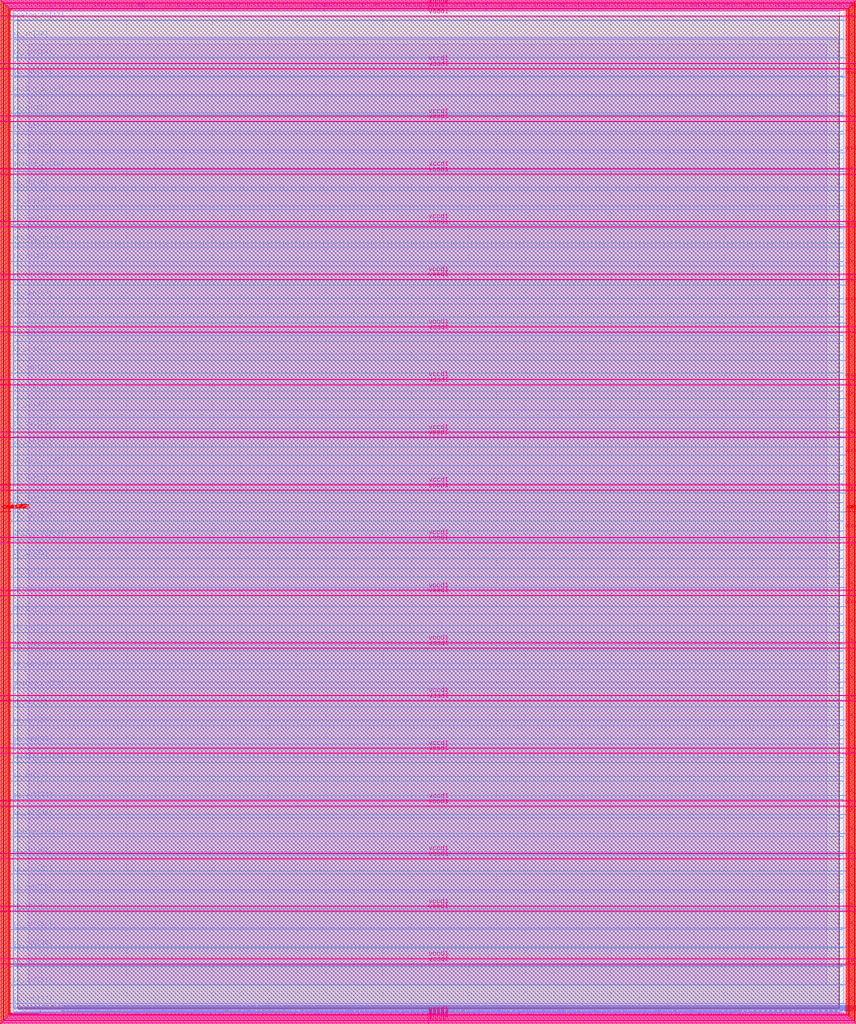
<source format=lef>
VERSION 5.7 ;
  NOWIREEXTENSIONATPIN ON ;
  DIVIDERCHAR "/" ;
  BUSBITCHARS "[]" ;
MACRO user_project_wrapper
  CLASS BLOCK ;
  FOREIGN user_project_wrapper ;
  ORIGIN 0.000 0.000 ;
  SIZE 2920.000 BY 3520.000 ;
  PIN analog_io[0]
    DIRECTION INOUT ;
    USE SIGNAL ;
    PORT
      LAYER met3 ;
        RECT 2917.600 1426.380 2924.800 1427.580 ;
    END
  END analog_io[0]
  PIN analog_io[10]
    DIRECTION INOUT ;
    USE SIGNAL ;
    PORT
      LAYER met2 ;
        RECT 2230.490 3517.600 2231.050 3524.800 ;
    END
  END analog_io[10]
  PIN analog_io[11]
    DIRECTION INOUT ;
    USE SIGNAL ;
    PORT
      LAYER met2 ;
        RECT 1905.730 3517.600 1906.290 3524.800 ;
    END
  END analog_io[11]
  PIN analog_io[12]
    DIRECTION INOUT ;
    USE SIGNAL ;
    PORT
      LAYER met2 ;
        RECT 1581.430 3517.600 1581.990 3524.800 ;
    END
  END analog_io[12]
  PIN analog_io[13]
    DIRECTION INOUT ;
    USE SIGNAL ;
    PORT
      LAYER met2 ;
        RECT 1257.130 3517.600 1257.690 3524.800 ;
    END
  END analog_io[13]
  PIN analog_io[14]
    DIRECTION INOUT ;
    USE SIGNAL ;
    PORT
      LAYER met2 ;
        RECT 932.370 3517.600 932.930 3524.800 ;
    END
  END analog_io[14]
  PIN analog_io[15]
    DIRECTION INOUT ;
    USE SIGNAL ;
    PORT
      LAYER met2 ;
        RECT 608.070 3517.600 608.630 3524.800 ;
    END
  END analog_io[15]
  PIN analog_io[16]
    DIRECTION INOUT ;
    USE SIGNAL ;
    PORT
      LAYER met2 ;
        RECT 283.770 3517.600 284.330 3524.800 ;
    END
  END analog_io[16]
  PIN analog_io[17]
    DIRECTION INOUT ;
    USE SIGNAL ;
    PORT
      LAYER met3 ;
        RECT -4.800 3486.100 2.400 3487.300 ;
    END
  END analog_io[17]
  PIN analog_io[18]
    DIRECTION INOUT ;
    USE SIGNAL ;
    PORT
      LAYER met3 ;
        RECT -4.800 3224.980 2.400 3226.180 ;
    END
  END analog_io[18]
  PIN analog_io[19]
    DIRECTION INOUT ;
    USE SIGNAL ;
    PORT
      LAYER met3 ;
        RECT -4.800 2964.540 2.400 2965.740 ;
    END
  END analog_io[19]
  PIN analog_io[1]
    DIRECTION INOUT ;
    USE SIGNAL ;
    PORT
      LAYER met3 ;
        RECT 2917.600 1692.260 2924.800 1693.460 ;
    END
  END analog_io[1]
  PIN analog_io[20]
    DIRECTION INOUT ;
    USE SIGNAL ;
    PORT
      LAYER met3 ;
        RECT -4.800 2703.420 2.400 2704.620 ;
    END
  END analog_io[20]
  PIN analog_io[21]
    DIRECTION INOUT ;
    USE SIGNAL ;
    PORT
      LAYER met3 ;
        RECT -4.800 2442.980 2.400 2444.180 ;
    END
  END analog_io[21]
  PIN analog_io[22]
    DIRECTION INOUT ;
    USE SIGNAL ;
    PORT
      LAYER met3 ;
        RECT -4.800 2182.540 2.400 2183.740 ;
    END
  END analog_io[22]
  PIN analog_io[23]
    DIRECTION INOUT ;
    USE SIGNAL ;
    PORT
      LAYER met3 ;
        RECT -4.800 1921.420 2.400 1922.620 ;
    END
  END analog_io[23]
  PIN analog_io[24]
    DIRECTION INOUT ;
    USE SIGNAL ;
    PORT
      LAYER met3 ;
        RECT -4.800 1660.980 2.400 1662.180 ;
    END
  END analog_io[24]
  PIN analog_io[25]
    DIRECTION INOUT ;
    USE SIGNAL ;
    PORT
      LAYER met3 ;
        RECT -4.800 1399.860 2.400 1401.060 ;
    END
  END analog_io[25]
  PIN analog_io[26]
    DIRECTION INOUT ;
    USE SIGNAL ;
    PORT
      LAYER met3 ;
        RECT -4.800 1139.420 2.400 1140.620 ;
    END
  END analog_io[26]
  PIN analog_io[27]
    DIRECTION INOUT ;
    USE SIGNAL ;
    PORT
      LAYER met3 ;
        RECT -4.800 878.980 2.400 880.180 ;
    END
  END analog_io[27]
  PIN analog_io[28]
    DIRECTION INOUT ;
    USE SIGNAL ;
    PORT
      LAYER met3 ;
        RECT -4.800 617.860 2.400 619.060 ;
    END
  END analog_io[28]
  PIN analog_io[2]
    DIRECTION INOUT ;
    USE SIGNAL ;
    PORT
      LAYER met3 ;
        RECT 2917.600 1958.140 2924.800 1959.340 ;
    END
  END analog_io[2]
  PIN analog_io[3]
    DIRECTION INOUT ;
    USE SIGNAL ;
    PORT
      LAYER met3 ;
        RECT 2917.600 2223.340 2924.800 2224.540 ;
    END
  END analog_io[3]
  PIN analog_io[4]
    DIRECTION INOUT ;
    USE SIGNAL ;
    PORT
      LAYER met3 ;
        RECT 2917.600 2489.220 2924.800 2490.420 ;
    END
  END analog_io[4]
  PIN analog_io[5]
    DIRECTION INOUT ;
    USE SIGNAL ;
    PORT
      LAYER met3 ;
        RECT 2917.600 2755.100 2924.800 2756.300 ;
    END
  END analog_io[5]
  PIN analog_io[6]
    DIRECTION INOUT ;
    USE SIGNAL ;
    PORT
      LAYER met3 ;
        RECT 2917.600 3020.300 2924.800 3021.500 ;
    END
  END analog_io[6]
  PIN analog_io[7]
    DIRECTION INOUT ;
    USE SIGNAL ;
    PORT
      LAYER met3 ;
        RECT 2917.600 3286.180 2924.800 3287.380 ;
    END
  END analog_io[7]
  PIN analog_io[8]
    DIRECTION INOUT ;
    USE SIGNAL ;
    PORT
      LAYER met2 ;
        RECT 2879.090 3517.600 2879.650 3524.800 ;
    END
  END analog_io[8]
  PIN analog_io[9]
    DIRECTION INOUT ;
    USE SIGNAL ;
    PORT
      LAYER met2 ;
        RECT 2554.790 3517.600 2555.350 3524.800 ;
    END
  END analog_io[9]
  PIN io_in[0]
    DIRECTION INPUT ;
    USE SIGNAL ;
    PORT
      LAYER met3 ;
        RECT 2917.600 32.380 2924.800 33.580 ;
    END
  END io_in[0]
  PIN io_in[10]
    DIRECTION INPUT ;
    USE SIGNAL ;
    PORT
      LAYER met3 ;
        RECT 2917.600 2289.980 2924.800 2291.180 ;
    END
  END io_in[10]
  PIN io_in[11]
    DIRECTION INPUT ;
    USE SIGNAL ;
    PORT
      LAYER met3 ;
        RECT 2917.600 2555.860 2924.800 2557.060 ;
    END
  END io_in[11]
  PIN io_in[12]
    DIRECTION INPUT ;
    USE SIGNAL ;
    PORT
      LAYER met3 ;
        RECT 2917.600 2821.060 2924.800 2822.260 ;
    END
  END io_in[12]
  PIN io_in[13]
    DIRECTION INPUT ;
    USE SIGNAL ;
    PORT
      LAYER met3 ;
        RECT 2917.600 3086.940 2924.800 3088.140 ;
    END
  END io_in[13]
  PIN io_in[14]
    DIRECTION INPUT ;
    USE SIGNAL ;
    PORT
      LAYER met3 ;
        RECT 2917.600 3352.820 2924.800 3354.020 ;
    END
  END io_in[14]
  PIN io_in[15]
    DIRECTION INPUT ;
    USE SIGNAL ;
    PORT
      LAYER met2 ;
        RECT 2798.130 3517.600 2798.690 3524.800 ;
    END
  END io_in[15]
  PIN io_in[16]
    DIRECTION INPUT ;
    USE SIGNAL ;
    PORT
      LAYER met2 ;
        RECT 2473.830 3517.600 2474.390 3524.800 ;
    END
  END io_in[16]
  PIN io_in[17]
    DIRECTION INPUT ;
    USE SIGNAL ;
    PORT
      LAYER met2 ;
        RECT 2149.070 3517.600 2149.630 3524.800 ;
    END
  END io_in[17]
  PIN io_in[18]
    DIRECTION INPUT ;
    USE SIGNAL ;
    PORT
      LAYER met2 ;
        RECT 1824.770 3517.600 1825.330 3524.800 ;
    END
  END io_in[18]
  PIN io_in[19]
    DIRECTION INPUT ;
    USE SIGNAL ;
    PORT
      LAYER met2 ;
        RECT 1500.470 3517.600 1501.030 3524.800 ;
    END
  END io_in[19]
  PIN io_in[1]
    DIRECTION INPUT ;
    USE SIGNAL ;
    PORT
      LAYER met3 ;
        RECT 2917.600 230.940 2924.800 232.140 ;
    END
  END io_in[1]
  PIN io_in[20]
    DIRECTION INPUT ;
    USE SIGNAL ;
    PORT
      LAYER met2 ;
        RECT 1175.710 3517.600 1176.270 3524.800 ;
    END
  END io_in[20]
  PIN io_in[21]
    DIRECTION INPUT ;
    USE SIGNAL ;
    PORT
      LAYER met2 ;
        RECT 851.410 3517.600 851.970 3524.800 ;
    END
  END io_in[21]
  PIN io_in[22]
    DIRECTION INPUT ;
    USE SIGNAL ;
    PORT
      LAYER met2 ;
        RECT 527.110 3517.600 527.670 3524.800 ;
    END
  END io_in[22]
  PIN io_in[23]
    DIRECTION INPUT ;
    USE SIGNAL ;
    PORT
      LAYER met2 ;
        RECT 202.350 3517.600 202.910 3524.800 ;
    END
  END io_in[23]
  PIN io_in[24]
    DIRECTION INPUT ;
    USE SIGNAL ;
    PORT
      LAYER met3 ;
        RECT -4.800 3420.820 2.400 3422.020 ;
    END
  END io_in[24]
  PIN io_in[25]
    DIRECTION INPUT ;
    USE SIGNAL ;
    PORT
      LAYER met3 ;
        RECT -4.800 3159.700 2.400 3160.900 ;
    END
  END io_in[25]
  PIN io_in[26]
    DIRECTION INPUT ;
    USE SIGNAL ;
    PORT
      LAYER met3 ;
        RECT -4.800 2899.260 2.400 2900.460 ;
    END
  END io_in[26]
  PIN io_in[27]
    DIRECTION INPUT ;
    USE SIGNAL ;
    PORT
      LAYER met3 ;
        RECT -4.800 2638.820 2.400 2640.020 ;
    END
  END io_in[27]
  PIN io_in[28]
    DIRECTION INPUT ;
    USE SIGNAL ;
    PORT
      LAYER met3 ;
        RECT -4.800 2377.700 2.400 2378.900 ;
    END
  END io_in[28]
  PIN io_in[29]
    DIRECTION INPUT ;
    USE SIGNAL ;
    PORT
      LAYER met3 ;
        RECT -4.800 2117.260 2.400 2118.460 ;
    END
  END io_in[29]
  PIN io_in[2]
    DIRECTION INPUT ;
    USE SIGNAL ;
    PORT
      LAYER met3 ;
        RECT 2917.600 430.180 2924.800 431.380 ;
    END
  END io_in[2]
  PIN io_in[30]
    DIRECTION INPUT ;
    USE SIGNAL ;
    PORT
      LAYER met3 ;
        RECT -4.800 1856.140 2.400 1857.340 ;
    END
  END io_in[30]
  PIN io_in[31]
    DIRECTION INPUT ;
    USE SIGNAL ;
    PORT
      LAYER met3 ;
        RECT -4.800 1595.700 2.400 1596.900 ;
    END
  END io_in[31]
  PIN io_in[32]
    DIRECTION INPUT ;
    USE SIGNAL ;
    PORT
      LAYER met3 ;
        RECT -4.800 1335.260 2.400 1336.460 ;
    END
  END io_in[32]
  PIN io_in[33]
    DIRECTION INPUT ;
    USE SIGNAL ;
    PORT
      LAYER met3 ;
        RECT -4.800 1074.140 2.400 1075.340 ;
    END
  END io_in[33]
  PIN io_in[34]
    DIRECTION INPUT ;
    USE SIGNAL ;
    PORT
      LAYER met3 ;
        RECT -4.800 813.700 2.400 814.900 ;
    END
  END io_in[34]
  PIN io_in[35]
    DIRECTION INPUT ;
    USE SIGNAL ;
    PORT
      LAYER met3 ;
        RECT -4.800 552.580 2.400 553.780 ;
    END
  END io_in[35]
  PIN io_in[36]
    DIRECTION INPUT ;
    USE SIGNAL ;
    PORT
      LAYER met3 ;
        RECT -4.800 357.420 2.400 358.620 ;
    END
  END io_in[36]
  PIN io_in[37]
    DIRECTION INPUT ;
    USE SIGNAL ;
    PORT
      LAYER met3 ;
        RECT -4.800 161.580 2.400 162.780 ;
    END
  END io_in[37]
  PIN io_in[3]
    DIRECTION INPUT ;
    USE SIGNAL ;
    PORT
      LAYER met3 ;
        RECT 2917.600 629.420 2924.800 630.620 ;
    END
  END io_in[3]
  PIN io_in[4]
    DIRECTION INPUT ;
    USE SIGNAL ;
    PORT
      LAYER met3 ;
        RECT 2917.600 828.660 2924.800 829.860 ;
    END
  END io_in[4]
  PIN io_in[5]
    DIRECTION INPUT ;
    USE SIGNAL ;
    PORT
      LAYER met3 ;
        RECT 2917.600 1027.900 2924.800 1029.100 ;
    END
  END io_in[5]
  PIN io_in[6]
    DIRECTION INPUT ;
    USE SIGNAL ;
    PORT
      LAYER met3 ;
        RECT 2917.600 1227.140 2924.800 1228.340 ;
    END
  END io_in[6]
  PIN io_in[7]
    DIRECTION INPUT ;
    USE SIGNAL ;
    PORT
      LAYER met3 ;
        RECT 2917.600 1493.020 2924.800 1494.220 ;
    END
  END io_in[7]
  PIN io_in[8]
    DIRECTION INPUT ;
    USE SIGNAL ;
    PORT
      LAYER met3 ;
        RECT 2917.600 1758.900 2924.800 1760.100 ;
    END
  END io_in[8]
  PIN io_in[9]
    DIRECTION INPUT ;
    USE SIGNAL ;
    PORT
      LAYER met3 ;
        RECT 2917.600 2024.100 2924.800 2025.300 ;
    END
  END io_in[9]
  PIN io_oeb[0]
    DIRECTION OUTPUT TRISTATE ;
    USE SIGNAL ;
    PORT
      LAYER met3 ;
        RECT 2917.600 164.980 2924.800 166.180 ;
    END
  END io_oeb[0]
  PIN io_oeb[10]
    DIRECTION OUTPUT TRISTATE ;
    USE SIGNAL ;
    PORT
      LAYER met3 ;
        RECT 2917.600 2422.580 2924.800 2423.780 ;
    END
  END io_oeb[10]
  PIN io_oeb[11]
    DIRECTION OUTPUT TRISTATE ;
    USE SIGNAL ;
    PORT
      LAYER met3 ;
        RECT 2917.600 2688.460 2924.800 2689.660 ;
    END
  END io_oeb[11]
  PIN io_oeb[12]
    DIRECTION OUTPUT TRISTATE ;
    USE SIGNAL ;
    PORT
      LAYER met3 ;
        RECT 2917.600 2954.340 2924.800 2955.540 ;
    END
  END io_oeb[12]
  PIN io_oeb[13]
    DIRECTION OUTPUT TRISTATE ;
    USE SIGNAL ;
    PORT
      LAYER met3 ;
        RECT 2917.600 3219.540 2924.800 3220.740 ;
    END
  END io_oeb[13]
  PIN io_oeb[14]
    DIRECTION OUTPUT TRISTATE ;
    USE SIGNAL ;
    PORT
      LAYER met3 ;
        RECT 2917.600 3485.420 2924.800 3486.620 ;
    END
  END io_oeb[14]
  PIN io_oeb[15]
    DIRECTION OUTPUT TRISTATE ;
    USE SIGNAL ;
    PORT
      LAYER met2 ;
        RECT 2635.750 3517.600 2636.310 3524.800 ;
    END
  END io_oeb[15]
  PIN io_oeb[16]
    DIRECTION OUTPUT TRISTATE ;
    USE SIGNAL ;
    PORT
      LAYER met2 ;
        RECT 2311.450 3517.600 2312.010 3524.800 ;
    END
  END io_oeb[16]
  PIN io_oeb[17]
    DIRECTION OUTPUT TRISTATE ;
    USE SIGNAL ;
    PORT
      LAYER met2 ;
        RECT 1987.150 3517.600 1987.710 3524.800 ;
    END
  END io_oeb[17]
  PIN io_oeb[18]
    DIRECTION OUTPUT TRISTATE ;
    USE SIGNAL ;
    PORT
      LAYER met2 ;
        RECT 1662.390 3517.600 1662.950 3524.800 ;
    END
  END io_oeb[18]
  PIN io_oeb[19]
    DIRECTION OUTPUT TRISTATE ;
    USE SIGNAL ;
    PORT
      LAYER met2 ;
        RECT 1338.090 3517.600 1338.650 3524.800 ;
    END
  END io_oeb[19]
  PIN io_oeb[1]
    DIRECTION OUTPUT TRISTATE ;
    USE SIGNAL ;
    PORT
      LAYER met3 ;
        RECT 2917.600 364.220 2924.800 365.420 ;
    END
  END io_oeb[1]
  PIN io_oeb[20]
    DIRECTION OUTPUT TRISTATE ;
    USE SIGNAL ;
    PORT
      LAYER met2 ;
        RECT 1013.790 3517.600 1014.350 3524.800 ;
    END
  END io_oeb[20]
  PIN io_oeb[21]
    DIRECTION OUTPUT TRISTATE ;
    USE SIGNAL ;
    PORT
      LAYER met2 ;
        RECT 689.030 3517.600 689.590 3524.800 ;
    END
  END io_oeb[21]
  PIN io_oeb[22]
    DIRECTION OUTPUT TRISTATE ;
    USE SIGNAL ;
    PORT
      LAYER met2 ;
        RECT 364.730 3517.600 365.290 3524.800 ;
    END
  END io_oeb[22]
  PIN io_oeb[23]
    DIRECTION OUTPUT TRISTATE ;
    USE SIGNAL ;
    PORT
      LAYER met2 ;
        RECT 40.430 3517.600 40.990 3524.800 ;
    END
  END io_oeb[23]
  PIN io_oeb[24]
    DIRECTION OUTPUT TRISTATE ;
    USE SIGNAL ;
    PORT
      LAYER met3 ;
        RECT -4.800 3290.260 2.400 3291.460 ;
    END
  END io_oeb[24]
  PIN io_oeb[25]
    DIRECTION OUTPUT TRISTATE ;
    USE SIGNAL ;
    PORT
      LAYER met3 ;
        RECT -4.800 3029.820 2.400 3031.020 ;
    END
  END io_oeb[25]
  PIN io_oeb[26]
    DIRECTION OUTPUT TRISTATE ;
    USE SIGNAL ;
    PORT
      LAYER met3 ;
        RECT -4.800 2768.700 2.400 2769.900 ;
    END
  END io_oeb[26]
  PIN io_oeb[27]
    DIRECTION OUTPUT TRISTATE ;
    USE SIGNAL ;
    PORT
      LAYER met3 ;
        RECT -4.800 2508.260 2.400 2509.460 ;
    END
  END io_oeb[27]
  PIN io_oeb[28]
    DIRECTION OUTPUT TRISTATE ;
    USE SIGNAL ;
    PORT
      LAYER met3 ;
        RECT -4.800 2247.140 2.400 2248.340 ;
    END
  END io_oeb[28]
  PIN io_oeb[29]
    DIRECTION OUTPUT TRISTATE ;
    USE SIGNAL ;
    PORT
      LAYER met3 ;
        RECT -4.800 1986.700 2.400 1987.900 ;
    END
  END io_oeb[29]
  PIN io_oeb[2]
    DIRECTION OUTPUT TRISTATE ;
    USE SIGNAL ;
    PORT
      LAYER met3 ;
        RECT 2917.600 563.460 2924.800 564.660 ;
    END
  END io_oeb[2]
  PIN io_oeb[30]
    DIRECTION OUTPUT TRISTATE ;
    USE SIGNAL ;
    PORT
      LAYER met3 ;
        RECT -4.800 1726.260 2.400 1727.460 ;
    END
  END io_oeb[30]
  PIN io_oeb[31]
    DIRECTION OUTPUT TRISTATE ;
    USE SIGNAL ;
    PORT
      LAYER met3 ;
        RECT -4.800 1465.140 2.400 1466.340 ;
    END
  END io_oeb[31]
  PIN io_oeb[32]
    DIRECTION OUTPUT TRISTATE ;
    USE SIGNAL ;
    PORT
      LAYER met3 ;
        RECT -4.800 1204.700 2.400 1205.900 ;
    END
  END io_oeb[32]
  PIN io_oeb[33]
    DIRECTION OUTPUT TRISTATE ;
    USE SIGNAL ;
    PORT
      LAYER met3 ;
        RECT -4.800 943.580 2.400 944.780 ;
    END
  END io_oeb[33]
  PIN io_oeb[34]
    DIRECTION OUTPUT TRISTATE ;
    USE SIGNAL ;
    PORT
      LAYER met3 ;
        RECT -4.800 683.140 2.400 684.340 ;
    END
  END io_oeb[34]
  PIN io_oeb[35]
    DIRECTION OUTPUT TRISTATE ;
    USE SIGNAL ;
    PORT
      LAYER met3 ;
        RECT -4.800 422.700 2.400 423.900 ;
    END
  END io_oeb[35]
  PIN io_oeb[36]
    DIRECTION OUTPUT TRISTATE ;
    USE SIGNAL ;
    PORT
      LAYER met3 ;
        RECT -4.800 226.860 2.400 228.060 ;
    END
  END io_oeb[36]
  PIN io_oeb[37]
    DIRECTION OUTPUT TRISTATE ;
    USE SIGNAL ;
    PORT
      LAYER met3 ;
        RECT -4.800 31.700 2.400 32.900 ;
    END
  END io_oeb[37]
  PIN io_oeb[3]
    DIRECTION OUTPUT TRISTATE ;
    USE SIGNAL ;
    PORT
      LAYER met3 ;
        RECT 2917.600 762.700 2924.800 763.900 ;
    END
  END io_oeb[3]
  PIN io_oeb[4]
    DIRECTION OUTPUT TRISTATE ;
    USE SIGNAL ;
    PORT
      LAYER met3 ;
        RECT 2917.600 961.940 2924.800 963.140 ;
    END
  END io_oeb[4]
  PIN io_oeb[5]
    DIRECTION OUTPUT TRISTATE ;
    USE SIGNAL ;
    PORT
      LAYER met3 ;
        RECT 2917.600 1161.180 2924.800 1162.380 ;
    END
  END io_oeb[5]
  PIN io_oeb[6]
    DIRECTION OUTPUT TRISTATE ;
    USE SIGNAL ;
    PORT
      LAYER met3 ;
        RECT 2917.600 1360.420 2924.800 1361.620 ;
    END
  END io_oeb[6]
  PIN io_oeb[7]
    DIRECTION OUTPUT TRISTATE ;
    USE SIGNAL ;
    PORT
      LAYER met3 ;
        RECT 2917.600 1625.620 2924.800 1626.820 ;
    END
  END io_oeb[7]
  PIN io_oeb[8]
    DIRECTION OUTPUT TRISTATE ;
    USE SIGNAL ;
    PORT
      LAYER met3 ;
        RECT 2917.600 1891.500 2924.800 1892.700 ;
    END
  END io_oeb[8]
  PIN io_oeb[9]
    DIRECTION OUTPUT TRISTATE ;
    USE SIGNAL ;
    PORT
      LAYER met3 ;
        RECT 2917.600 2157.380 2924.800 2158.580 ;
    END
  END io_oeb[9]
  PIN io_out[0]
    DIRECTION OUTPUT TRISTATE ;
    USE SIGNAL ;
    PORT
      LAYER met3 ;
        RECT 2917.600 98.340 2924.800 99.540 ;
    END
  END io_out[0]
  PIN io_out[10]
    DIRECTION OUTPUT TRISTATE ;
    USE SIGNAL ;
    PORT
      LAYER met3 ;
        RECT 2917.600 2356.620 2924.800 2357.820 ;
    END
  END io_out[10]
  PIN io_out[11]
    DIRECTION OUTPUT TRISTATE ;
    USE SIGNAL ;
    PORT
      LAYER met3 ;
        RECT 2917.600 2621.820 2924.800 2623.020 ;
    END
  END io_out[11]
  PIN io_out[12]
    DIRECTION OUTPUT TRISTATE ;
    USE SIGNAL ;
    PORT
      LAYER met3 ;
        RECT 2917.600 2887.700 2924.800 2888.900 ;
    END
  END io_out[12]
  PIN io_out[13]
    DIRECTION OUTPUT TRISTATE ;
    USE SIGNAL ;
    PORT
      LAYER met3 ;
        RECT 2917.600 3153.580 2924.800 3154.780 ;
    END
  END io_out[13]
  PIN io_out[14]
    DIRECTION OUTPUT TRISTATE ;
    USE SIGNAL ;
    PORT
      LAYER met3 ;
        RECT 2917.600 3418.780 2924.800 3419.980 ;
    END
  END io_out[14]
  PIN io_out[15]
    DIRECTION OUTPUT TRISTATE ;
    USE SIGNAL ;
    PORT
      LAYER met2 ;
        RECT 2717.170 3517.600 2717.730 3524.800 ;
    END
  END io_out[15]
  PIN io_out[16]
    DIRECTION OUTPUT TRISTATE ;
    USE SIGNAL ;
    PORT
      LAYER met2 ;
        RECT 2392.410 3517.600 2392.970 3524.800 ;
    END
  END io_out[16]
  PIN io_out[17]
    DIRECTION OUTPUT TRISTATE ;
    USE SIGNAL ;
    PORT
      LAYER met2 ;
        RECT 2068.110 3517.600 2068.670 3524.800 ;
    END
  END io_out[17]
  PIN io_out[18]
    DIRECTION OUTPUT TRISTATE ;
    USE SIGNAL ;
    PORT
      LAYER met2 ;
        RECT 1743.810 3517.600 1744.370 3524.800 ;
    END
  END io_out[18]
  PIN io_out[19]
    DIRECTION OUTPUT TRISTATE ;
    USE SIGNAL ;
    PORT
      LAYER met2 ;
        RECT 1419.050 3517.600 1419.610 3524.800 ;
    END
  END io_out[19]
  PIN io_out[1]
    DIRECTION OUTPUT TRISTATE ;
    USE SIGNAL ;
    PORT
      LAYER met3 ;
        RECT 2917.600 297.580 2924.800 298.780 ;
    END
  END io_out[1]
  PIN io_out[20]
    DIRECTION OUTPUT TRISTATE ;
    USE SIGNAL ;
    PORT
      LAYER met2 ;
        RECT 1094.750 3517.600 1095.310 3524.800 ;
    END
  END io_out[20]
  PIN io_out[21]
    DIRECTION OUTPUT TRISTATE ;
    USE SIGNAL ;
    PORT
      LAYER met2 ;
        RECT 770.450 3517.600 771.010 3524.800 ;
    END
  END io_out[21]
  PIN io_out[22]
    DIRECTION OUTPUT TRISTATE ;
    USE SIGNAL ;
    PORT
      LAYER met2 ;
        RECT 445.690 3517.600 446.250 3524.800 ;
    END
  END io_out[22]
  PIN io_out[23]
    DIRECTION OUTPUT TRISTATE ;
    USE SIGNAL ;
    PORT
      LAYER met2 ;
        RECT 121.390 3517.600 121.950 3524.800 ;
    END
  END io_out[23]
  PIN io_out[24]
    DIRECTION OUTPUT TRISTATE ;
    USE SIGNAL ;
    PORT
      LAYER met3 ;
        RECT -4.800 3355.540 2.400 3356.740 ;
    END
  END io_out[24]
  PIN io_out[25]
    DIRECTION OUTPUT TRISTATE ;
    USE SIGNAL ;
    PORT
      LAYER met3 ;
        RECT -4.800 3095.100 2.400 3096.300 ;
    END
  END io_out[25]
  PIN io_out[26]
    DIRECTION OUTPUT TRISTATE ;
    USE SIGNAL ;
    PORT
      LAYER met3 ;
        RECT -4.800 2833.980 2.400 2835.180 ;
    END
  END io_out[26]
  PIN io_out[27]
    DIRECTION OUTPUT TRISTATE ;
    USE SIGNAL ;
    PORT
      LAYER met3 ;
        RECT -4.800 2573.540 2.400 2574.740 ;
    END
  END io_out[27]
  PIN io_out[28]
    DIRECTION OUTPUT TRISTATE ;
    USE SIGNAL ;
    PORT
      LAYER met3 ;
        RECT -4.800 2312.420 2.400 2313.620 ;
    END
  END io_out[28]
  PIN io_out[29]
    DIRECTION OUTPUT TRISTATE ;
    USE SIGNAL ;
    PORT
      LAYER met3 ;
        RECT -4.800 2051.980 2.400 2053.180 ;
    END
  END io_out[29]
  PIN io_out[2]
    DIRECTION OUTPUT TRISTATE ;
    USE SIGNAL ;
    PORT
      LAYER met3 ;
        RECT 2917.600 496.820 2924.800 498.020 ;
    END
  END io_out[2]
  PIN io_out[30]
    DIRECTION OUTPUT TRISTATE ;
    USE SIGNAL ;
    PORT
      LAYER met3 ;
        RECT -4.800 1791.540 2.400 1792.740 ;
    END
  END io_out[30]
  PIN io_out[31]
    DIRECTION OUTPUT TRISTATE ;
    USE SIGNAL ;
    PORT
      LAYER met3 ;
        RECT -4.800 1530.420 2.400 1531.620 ;
    END
  END io_out[31]
  PIN io_out[32]
    DIRECTION OUTPUT TRISTATE ;
    USE SIGNAL ;
    PORT
      LAYER met3 ;
        RECT -4.800 1269.980 2.400 1271.180 ;
    END
  END io_out[32]
  PIN io_out[33]
    DIRECTION OUTPUT TRISTATE ;
    USE SIGNAL ;
    PORT
      LAYER met3 ;
        RECT -4.800 1008.860 2.400 1010.060 ;
    END
  END io_out[33]
  PIN io_out[34]
    DIRECTION OUTPUT TRISTATE ;
    USE SIGNAL ;
    PORT
      LAYER met3 ;
        RECT -4.800 748.420 2.400 749.620 ;
    END
  END io_out[34]
  PIN io_out[35]
    DIRECTION OUTPUT TRISTATE ;
    USE SIGNAL ;
    PORT
      LAYER met3 ;
        RECT -4.800 487.300 2.400 488.500 ;
    END
  END io_out[35]
  PIN io_out[36]
    DIRECTION OUTPUT TRISTATE ;
    USE SIGNAL ;
    PORT
      LAYER met3 ;
        RECT -4.800 292.140 2.400 293.340 ;
    END
  END io_out[36]
  PIN io_out[37]
    DIRECTION OUTPUT TRISTATE ;
    USE SIGNAL ;
    PORT
      LAYER met3 ;
        RECT -4.800 96.300 2.400 97.500 ;
    END
  END io_out[37]
  PIN io_out[3]
    DIRECTION OUTPUT TRISTATE ;
    USE SIGNAL ;
    PORT
      LAYER met3 ;
        RECT 2917.600 696.060 2924.800 697.260 ;
    END
  END io_out[3]
  PIN io_out[4]
    DIRECTION OUTPUT TRISTATE ;
    USE SIGNAL ;
    PORT
      LAYER met3 ;
        RECT 2917.600 895.300 2924.800 896.500 ;
    END
  END io_out[4]
  PIN io_out[5]
    DIRECTION OUTPUT TRISTATE ;
    USE SIGNAL ;
    PORT
      LAYER met3 ;
        RECT 2917.600 1094.540 2924.800 1095.740 ;
    END
  END io_out[5]
  PIN io_out[6]
    DIRECTION OUTPUT TRISTATE ;
    USE SIGNAL ;
    PORT
      LAYER met3 ;
        RECT 2917.600 1293.780 2924.800 1294.980 ;
    END
  END io_out[6]
  PIN io_out[7]
    DIRECTION OUTPUT TRISTATE ;
    USE SIGNAL ;
    PORT
      LAYER met3 ;
        RECT 2917.600 1559.660 2924.800 1560.860 ;
    END
  END io_out[7]
  PIN io_out[8]
    DIRECTION OUTPUT TRISTATE ;
    USE SIGNAL ;
    PORT
      LAYER met3 ;
        RECT 2917.600 1824.860 2924.800 1826.060 ;
    END
  END io_out[8]
  PIN io_out[9]
    DIRECTION OUTPUT TRISTATE ;
    USE SIGNAL ;
    PORT
      LAYER met3 ;
        RECT 2917.600 2090.740 2924.800 2091.940 ;
    END
  END io_out[9]
  PIN la_data_in[0]
    DIRECTION INPUT ;
    USE SIGNAL ;
    PORT
      LAYER met2 ;
        RECT 629.230 -4.800 629.790 2.400 ;
    END
  END la_data_in[0]
  PIN la_data_in[100]
    DIRECTION INPUT ;
    USE SIGNAL ;
    PORT
      LAYER met2 ;
        RECT 2402.530 -4.800 2403.090 2.400 ;
    END
  END la_data_in[100]
  PIN la_data_in[101]
    DIRECTION INPUT ;
    USE SIGNAL ;
    PORT
      LAYER met2 ;
        RECT 2420.010 -4.800 2420.570 2.400 ;
    END
  END la_data_in[101]
  PIN la_data_in[102]
    DIRECTION INPUT ;
    USE SIGNAL ;
    PORT
      LAYER met2 ;
        RECT 2437.950 -4.800 2438.510 2.400 ;
    END
  END la_data_in[102]
  PIN la_data_in[103]
    DIRECTION INPUT ;
    USE SIGNAL ;
    PORT
      LAYER met2 ;
        RECT 2455.430 -4.800 2455.990 2.400 ;
    END
  END la_data_in[103]
  PIN la_data_in[104]
    DIRECTION INPUT ;
    USE SIGNAL ;
    PORT
      LAYER met2 ;
        RECT 2473.370 -4.800 2473.930 2.400 ;
    END
  END la_data_in[104]
  PIN la_data_in[105]
    DIRECTION INPUT ;
    USE SIGNAL ;
    PORT
      LAYER met2 ;
        RECT 2490.850 -4.800 2491.410 2.400 ;
    END
  END la_data_in[105]
  PIN la_data_in[106]
    DIRECTION INPUT ;
    USE SIGNAL ;
    PORT
      LAYER met2 ;
        RECT 2508.790 -4.800 2509.350 2.400 ;
    END
  END la_data_in[106]
  PIN la_data_in[107]
    DIRECTION INPUT ;
    USE SIGNAL ;
    PORT
      LAYER met2 ;
        RECT 2526.730 -4.800 2527.290 2.400 ;
    END
  END la_data_in[107]
  PIN la_data_in[108]
    DIRECTION INPUT ;
    USE SIGNAL ;
    PORT
      LAYER met2 ;
        RECT 2544.210 -4.800 2544.770 2.400 ;
    END
  END la_data_in[108]
  PIN la_data_in[109]
    DIRECTION INPUT ;
    USE SIGNAL ;
    PORT
      LAYER met2 ;
        RECT 2562.150 -4.800 2562.710 2.400 ;
    END
  END la_data_in[109]
  PIN la_data_in[10]
    DIRECTION INPUT ;
    USE SIGNAL ;
    PORT
      LAYER met2 ;
        RECT 806.330 -4.800 806.890 2.400 ;
    END
  END la_data_in[10]
  PIN la_data_in[110]
    DIRECTION INPUT ;
    USE SIGNAL ;
    PORT
      LAYER met2 ;
        RECT 2579.630 -4.800 2580.190 2.400 ;
    END
  END la_data_in[110]
  PIN la_data_in[111]
    DIRECTION INPUT ;
    USE SIGNAL ;
    PORT
      LAYER met2 ;
        RECT 2597.570 -4.800 2598.130 2.400 ;
    END
  END la_data_in[111]
  PIN la_data_in[112]
    DIRECTION INPUT ;
    USE SIGNAL ;
    PORT
      LAYER met2 ;
        RECT 2615.050 -4.800 2615.610 2.400 ;
    END
  END la_data_in[112]
  PIN la_data_in[113]
    DIRECTION INPUT ;
    USE SIGNAL ;
    PORT
      LAYER met2 ;
        RECT 2632.990 -4.800 2633.550 2.400 ;
    END
  END la_data_in[113]
  PIN la_data_in[114]
    DIRECTION INPUT ;
    USE SIGNAL ;
    PORT
      LAYER met2 ;
        RECT 2650.470 -4.800 2651.030 2.400 ;
    END
  END la_data_in[114]
  PIN la_data_in[115]
    DIRECTION INPUT ;
    USE SIGNAL ;
    PORT
      LAYER met2 ;
        RECT 2668.410 -4.800 2668.970 2.400 ;
    END
  END la_data_in[115]
  PIN la_data_in[116]
    DIRECTION INPUT ;
    USE SIGNAL ;
    PORT
      LAYER met2 ;
        RECT 2685.890 -4.800 2686.450 2.400 ;
    END
  END la_data_in[116]
  PIN la_data_in[117]
    DIRECTION INPUT ;
    USE SIGNAL ;
    PORT
      LAYER met2 ;
        RECT 2703.830 -4.800 2704.390 2.400 ;
    END
  END la_data_in[117]
  PIN la_data_in[118]
    DIRECTION INPUT ;
    USE SIGNAL ;
    PORT
      LAYER met2 ;
        RECT 2721.770 -4.800 2722.330 2.400 ;
    END
  END la_data_in[118]
  PIN la_data_in[119]
    DIRECTION INPUT ;
    USE SIGNAL ;
    PORT
      LAYER met2 ;
        RECT 2739.250 -4.800 2739.810 2.400 ;
    END
  END la_data_in[119]
  PIN la_data_in[11]
    DIRECTION INPUT ;
    USE SIGNAL ;
    PORT
      LAYER met2 ;
        RECT 824.270 -4.800 824.830 2.400 ;
    END
  END la_data_in[11]
  PIN la_data_in[120]
    DIRECTION INPUT ;
    USE SIGNAL ;
    PORT
      LAYER met2 ;
        RECT 2757.190 -4.800 2757.750 2.400 ;
    END
  END la_data_in[120]
  PIN la_data_in[121]
    DIRECTION INPUT ;
    USE SIGNAL ;
    PORT
      LAYER met2 ;
        RECT 2774.670 -4.800 2775.230 2.400 ;
    END
  END la_data_in[121]
  PIN la_data_in[122]
    DIRECTION INPUT ;
    USE SIGNAL ;
    PORT
      LAYER met2 ;
        RECT 2792.610 -4.800 2793.170 2.400 ;
    END
  END la_data_in[122]
  PIN la_data_in[123]
    DIRECTION INPUT ;
    USE SIGNAL ;
    PORT
      LAYER met2 ;
        RECT 2810.090 -4.800 2810.650 2.400 ;
    END
  END la_data_in[123]
  PIN la_data_in[124]
    DIRECTION INPUT ;
    USE SIGNAL ;
    PORT
      LAYER met2 ;
        RECT 2828.030 -4.800 2828.590 2.400 ;
    END
  END la_data_in[124]
  PIN la_data_in[125]
    DIRECTION INPUT ;
    USE SIGNAL ;
    PORT
      LAYER met2 ;
        RECT 2845.510 -4.800 2846.070 2.400 ;
    END
  END la_data_in[125]
  PIN la_data_in[126]
    DIRECTION INPUT ;
    USE SIGNAL ;
    PORT
      LAYER met2 ;
        RECT 2863.450 -4.800 2864.010 2.400 ;
    END
  END la_data_in[126]
  PIN la_data_in[127]
    DIRECTION INPUT ;
    USE SIGNAL ;
    PORT
      LAYER met2 ;
        RECT 2881.390 -4.800 2881.950 2.400 ;
    END
  END la_data_in[127]
  PIN la_data_in[12]
    DIRECTION INPUT ;
    USE SIGNAL ;
    PORT
      LAYER met2 ;
        RECT 841.750 -4.800 842.310 2.400 ;
    END
  END la_data_in[12]
  PIN la_data_in[13]
    DIRECTION INPUT ;
    USE SIGNAL ;
    PORT
      LAYER met2 ;
        RECT 859.690 -4.800 860.250 2.400 ;
    END
  END la_data_in[13]
  PIN la_data_in[14]
    DIRECTION INPUT ;
    USE SIGNAL ;
    PORT
      LAYER met2 ;
        RECT 877.170 -4.800 877.730 2.400 ;
    END
  END la_data_in[14]
  PIN la_data_in[15]
    DIRECTION INPUT ;
    USE SIGNAL ;
    PORT
      LAYER met2 ;
        RECT 895.110 -4.800 895.670 2.400 ;
    END
  END la_data_in[15]
  PIN la_data_in[16]
    DIRECTION INPUT ;
    USE SIGNAL ;
    PORT
      LAYER met2 ;
        RECT 912.590 -4.800 913.150 2.400 ;
    END
  END la_data_in[16]
  PIN la_data_in[17]
    DIRECTION INPUT ;
    USE SIGNAL ;
    PORT
      LAYER met2 ;
        RECT 930.530 -4.800 931.090 2.400 ;
    END
  END la_data_in[17]
  PIN la_data_in[18]
    DIRECTION INPUT ;
    USE SIGNAL ;
    PORT
      LAYER met2 ;
        RECT 948.470 -4.800 949.030 2.400 ;
    END
  END la_data_in[18]
  PIN la_data_in[19]
    DIRECTION INPUT ;
    USE SIGNAL ;
    PORT
      LAYER met2 ;
        RECT 965.950 -4.800 966.510 2.400 ;
    END
  END la_data_in[19]
  PIN la_data_in[1]
    DIRECTION INPUT ;
    USE SIGNAL ;
    PORT
      LAYER met2 ;
        RECT 646.710 -4.800 647.270 2.400 ;
    END
  END la_data_in[1]
  PIN la_data_in[20]
    DIRECTION INPUT ;
    USE SIGNAL ;
    PORT
      LAYER met2 ;
        RECT 983.890 -4.800 984.450 2.400 ;
    END
  END la_data_in[20]
  PIN la_data_in[21]
    DIRECTION INPUT ;
    USE SIGNAL ;
    PORT
      LAYER met2 ;
        RECT 1001.370 -4.800 1001.930 2.400 ;
    END
  END la_data_in[21]
  PIN la_data_in[22]
    DIRECTION INPUT ;
    USE SIGNAL ;
    PORT
      LAYER met2 ;
        RECT 1019.310 -4.800 1019.870 2.400 ;
    END
  END la_data_in[22]
  PIN la_data_in[23]
    DIRECTION INPUT ;
    USE SIGNAL ;
    PORT
      LAYER met2 ;
        RECT 1036.790 -4.800 1037.350 2.400 ;
    END
  END la_data_in[23]
  PIN la_data_in[24]
    DIRECTION INPUT ;
    USE SIGNAL ;
    PORT
      LAYER met2 ;
        RECT 1054.730 -4.800 1055.290 2.400 ;
    END
  END la_data_in[24]
  PIN la_data_in[25]
    DIRECTION INPUT ;
    USE SIGNAL ;
    PORT
      LAYER met2 ;
        RECT 1072.210 -4.800 1072.770 2.400 ;
    END
  END la_data_in[25]
  PIN la_data_in[26]
    DIRECTION INPUT ;
    USE SIGNAL ;
    PORT
      LAYER met2 ;
        RECT 1090.150 -4.800 1090.710 2.400 ;
    END
  END la_data_in[26]
  PIN la_data_in[27]
    DIRECTION INPUT ;
    USE SIGNAL ;
    PORT
      LAYER met2 ;
        RECT 1107.630 -4.800 1108.190 2.400 ;
    END
  END la_data_in[27]
  PIN la_data_in[28]
    DIRECTION INPUT ;
    USE SIGNAL ;
    PORT
      LAYER met2 ;
        RECT 1125.570 -4.800 1126.130 2.400 ;
    END
  END la_data_in[28]
  PIN la_data_in[29]
    DIRECTION INPUT ;
    USE SIGNAL ;
    PORT
      LAYER met2 ;
        RECT 1143.510 -4.800 1144.070 2.400 ;
    END
  END la_data_in[29]
  PIN la_data_in[2]
    DIRECTION INPUT ;
    USE SIGNAL ;
    PORT
      LAYER met2 ;
        RECT 664.650 -4.800 665.210 2.400 ;
    END
  END la_data_in[2]
  PIN la_data_in[30]
    DIRECTION INPUT ;
    USE SIGNAL ;
    PORT
      LAYER met2 ;
        RECT 1160.990 -4.800 1161.550 2.400 ;
    END
  END la_data_in[30]
  PIN la_data_in[31]
    DIRECTION INPUT ;
    USE SIGNAL ;
    PORT
      LAYER met2 ;
        RECT 1178.930 -4.800 1179.490 2.400 ;
    END
  END la_data_in[31]
  PIN la_data_in[32]
    DIRECTION INPUT ;
    USE SIGNAL ;
    PORT
      LAYER met2 ;
        RECT 1196.410 -4.800 1196.970 2.400 ;
    END
  END la_data_in[32]
  PIN la_data_in[33]
    DIRECTION INPUT ;
    USE SIGNAL ;
    PORT
      LAYER met2 ;
        RECT 1214.350 -4.800 1214.910 2.400 ;
    END
  END la_data_in[33]
  PIN la_data_in[34]
    DIRECTION INPUT ;
    USE SIGNAL ;
    PORT
      LAYER met2 ;
        RECT 1231.830 -4.800 1232.390 2.400 ;
    END
  END la_data_in[34]
  PIN la_data_in[35]
    DIRECTION INPUT ;
    USE SIGNAL ;
    PORT
      LAYER met2 ;
        RECT 1249.770 -4.800 1250.330 2.400 ;
    END
  END la_data_in[35]
  PIN la_data_in[36]
    DIRECTION INPUT ;
    USE SIGNAL ;
    PORT
      LAYER met2 ;
        RECT 1267.250 -4.800 1267.810 2.400 ;
    END
  END la_data_in[36]
  PIN la_data_in[37]
    DIRECTION INPUT ;
    USE SIGNAL ;
    PORT
      LAYER met2 ;
        RECT 1285.190 -4.800 1285.750 2.400 ;
    END
  END la_data_in[37]
  PIN la_data_in[38]
    DIRECTION INPUT ;
    USE SIGNAL ;
    PORT
      LAYER met2 ;
        RECT 1303.130 -4.800 1303.690 2.400 ;
    END
  END la_data_in[38]
  PIN la_data_in[39]
    DIRECTION INPUT ;
    USE SIGNAL ;
    PORT
      LAYER met2 ;
        RECT 1320.610 -4.800 1321.170 2.400 ;
    END
  END la_data_in[39]
  PIN la_data_in[3]
    DIRECTION INPUT ;
    USE SIGNAL ;
    PORT
      LAYER met2 ;
        RECT 682.130 -4.800 682.690 2.400 ;
    END
  END la_data_in[3]
  PIN la_data_in[40]
    DIRECTION INPUT ;
    USE SIGNAL ;
    PORT
      LAYER met2 ;
        RECT 1338.550 -4.800 1339.110 2.400 ;
    END
  END la_data_in[40]
  PIN la_data_in[41]
    DIRECTION INPUT ;
    USE SIGNAL ;
    PORT
      LAYER met2 ;
        RECT 1356.030 -4.800 1356.590 2.400 ;
    END
  END la_data_in[41]
  PIN la_data_in[42]
    DIRECTION INPUT ;
    USE SIGNAL ;
    PORT
      LAYER met2 ;
        RECT 1373.970 -4.800 1374.530 2.400 ;
    END
  END la_data_in[42]
  PIN la_data_in[43]
    DIRECTION INPUT ;
    USE SIGNAL ;
    PORT
      LAYER met2 ;
        RECT 1391.450 -4.800 1392.010 2.400 ;
    END
  END la_data_in[43]
  PIN la_data_in[44]
    DIRECTION INPUT ;
    USE SIGNAL ;
    PORT
      LAYER met2 ;
        RECT 1409.390 -4.800 1409.950 2.400 ;
    END
  END la_data_in[44]
  PIN la_data_in[45]
    DIRECTION INPUT ;
    USE SIGNAL ;
    PORT
      LAYER met2 ;
        RECT 1426.870 -4.800 1427.430 2.400 ;
    END
  END la_data_in[45]
  PIN la_data_in[46]
    DIRECTION INPUT ;
    USE SIGNAL ;
    PORT
      LAYER met2 ;
        RECT 1444.810 -4.800 1445.370 2.400 ;
    END
  END la_data_in[46]
  PIN la_data_in[47]
    DIRECTION INPUT ;
    USE SIGNAL ;
    PORT
      LAYER met2 ;
        RECT 1462.750 -4.800 1463.310 2.400 ;
    END
  END la_data_in[47]
  PIN la_data_in[48]
    DIRECTION INPUT ;
    USE SIGNAL ;
    PORT
      LAYER met2 ;
        RECT 1480.230 -4.800 1480.790 2.400 ;
    END
  END la_data_in[48]
  PIN la_data_in[49]
    DIRECTION INPUT ;
    USE SIGNAL ;
    PORT
      LAYER met2 ;
        RECT 1498.170 -4.800 1498.730 2.400 ;
    END
  END la_data_in[49]
  PIN la_data_in[4]
    DIRECTION INPUT ;
    USE SIGNAL ;
    PORT
      LAYER met2 ;
        RECT 700.070 -4.800 700.630 2.400 ;
    END
  END la_data_in[4]
  PIN la_data_in[50]
    DIRECTION INPUT ;
    USE SIGNAL ;
    PORT
      LAYER met2 ;
        RECT 1515.650 -4.800 1516.210 2.400 ;
    END
  END la_data_in[50]
  PIN la_data_in[51]
    DIRECTION INPUT ;
    USE SIGNAL ;
    PORT
      LAYER met2 ;
        RECT 1533.590 -4.800 1534.150 2.400 ;
    END
  END la_data_in[51]
  PIN la_data_in[52]
    DIRECTION INPUT ;
    USE SIGNAL ;
    PORT
      LAYER met2 ;
        RECT 1551.070 -4.800 1551.630 2.400 ;
    END
  END la_data_in[52]
  PIN la_data_in[53]
    DIRECTION INPUT ;
    USE SIGNAL ;
    PORT
      LAYER met2 ;
        RECT 1569.010 -4.800 1569.570 2.400 ;
    END
  END la_data_in[53]
  PIN la_data_in[54]
    DIRECTION INPUT ;
    USE SIGNAL ;
    PORT
      LAYER met2 ;
        RECT 1586.490 -4.800 1587.050 2.400 ;
    END
  END la_data_in[54]
  PIN la_data_in[55]
    DIRECTION INPUT ;
    USE SIGNAL ;
    PORT
      LAYER met2 ;
        RECT 1604.430 -4.800 1604.990 2.400 ;
    END
  END la_data_in[55]
  PIN la_data_in[56]
    DIRECTION INPUT ;
    USE SIGNAL ;
    PORT
      LAYER met2 ;
        RECT 1621.910 -4.800 1622.470 2.400 ;
    END
  END la_data_in[56]
  PIN la_data_in[57]
    DIRECTION INPUT ;
    USE SIGNAL ;
    PORT
      LAYER met2 ;
        RECT 1639.850 -4.800 1640.410 2.400 ;
    END
  END la_data_in[57]
  PIN la_data_in[58]
    DIRECTION INPUT ;
    USE SIGNAL ;
    PORT
      LAYER met2 ;
        RECT 1657.790 -4.800 1658.350 2.400 ;
    END
  END la_data_in[58]
  PIN la_data_in[59]
    DIRECTION INPUT ;
    USE SIGNAL ;
    PORT
      LAYER met2 ;
        RECT 1675.270 -4.800 1675.830 2.400 ;
    END
  END la_data_in[59]
  PIN la_data_in[5]
    DIRECTION INPUT ;
    USE SIGNAL ;
    PORT
      LAYER met2 ;
        RECT 717.550 -4.800 718.110 2.400 ;
    END
  END la_data_in[5]
  PIN la_data_in[60]
    DIRECTION INPUT ;
    USE SIGNAL ;
    PORT
      LAYER met2 ;
        RECT 1693.210 -4.800 1693.770 2.400 ;
    END
  END la_data_in[60]
  PIN la_data_in[61]
    DIRECTION INPUT ;
    USE SIGNAL ;
    PORT
      LAYER met2 ;
        RECT 1710.690 -4.800 1711.250 2.400 ;
    END
  END la_data_in[61]
  PIN la_data_in[62]
    DIRECTION INPUT ;
    USE SIGNAL ;
    PORT
      LAYER met2 ;
        RECT 1728.630 -4.800 1729.190 2.400 ;
    END
  END la_data_in[62]
  PIN la_data_in[63]
    DIRECTION INPUT ;
    USE SIGNAL ;
    PORT
      LAYER met2 ;
        RECT 1746.110 -4.800 1746.670 2.400 ;
    END
  END la_data_in[63]
  PIN la_data_in[64]
    DIRECTION INPUT ;
    USE SIGNAL ;
    PORT
      LAYER met2 ;
        RECT 1764.050 -4.800 1764.610 2.400 ;
    END
  END la_data_in[64]
  PIN la_data_in[65]
    DIRECTION INPUT ;
    USE SIGNAL ;
    PORT
      LAYER met2 ;
        RECT 1781.530 -4.800 1782.090 2.400 ;
    END
  END la_data_in[65]
  PIN la_data_in[66]
    DIRECTION INPUT ;
    USE SIGNAL ;
    PORT
      LAYER met2 ;
        RECT 1799.470 -4.800 1800.030 2.400 ;
    END
  END la_data_in[66]
  PIN la_data_in[67]
    DIRECTION INPUT ;
    USE SIGNAL ;
    PORT
      LAYER met2 ;
        RECT 1817.410 -4.800 1817.970 2.400 ;
    END
  END la_data_in[67]
  PIN la_data_in[68]
    DIRECTION INPUT ;
    USE SIGNAL ;
    PORT
      LAYER met2 ;
        RECT 1834.890 -4.800 1835.450 2.400 ;
    END
  END la_data_in[68]
  PIN la_data_in[69]
    DIRECTION INPUT ;
    USE SIGNAL ;
    PORT
      LAYER met2 ;
        RECT 1852.830 -4.800 1853.390 2.400 ;
    END
  END la_data_in[69]
  PIN la_data_in[6]
    DIRECTION INPUT ;
    USE SIGNAL ;
    PORT
      LAYER met2 ;
        RECT 735.490 -4.800 736.050 2.400 ;
    END
  END la_data_in[6]
  PIN la_data_in[70]
    DIRECTION INPUT ;
    USE SIGNAL ;
    PORT
      LAYER met2 ;
        RECT 1870.310 -4.800 1870.870 2.400 ;
    END
  END la_data_in[70]
  PIN la_data_in[71]
    DIRECTION INPUT ;
    USE SIGNAL ;
    PORT
      LAYER met2 ;
        RECT 1888.250 -4.800 1888.810 2.400 ;
    END
  END la_data_in[71]
  PIN la_data_in[72]
    DIRECTION INPUT ;
    USE SIGNAL ;
    PORT
      LAYER met2 ;
        RECT 1905.730 -4.800 1906.290 2.400 ;
    END
  END la_data_in[72]
  PIN la_data_in[73]
    DIRECTION INPUT ;
    USE SIGNAL ;
    PORT
      LAYER met2 ;
        RECT 1923.670 -4.800 1924.230 2.400 ;
    END
  END la_data_in[73]
  PIN la_data_in[74]
    DIRECTION INPUT ;
    USE SIGNAL ;
    PORT
      LAYER met2 ;
        RECT 1941.150 -4.800 1941.710 2.400 ;
    END
  END la_data_in[74]
  PIN la_data_in[75]
    DIRECTION INPUT ;
    USE SIGNAL ;
    PORT
      LAYER met2 ;
        RECT 1959.090 -4.800 1959.650 2.400 ;
    END
  END la_data_in[75]
  PIN la_data_in[76]
    DIRECTION INPUT ;
    USE SIGNAL ;
    PORT
      LAYER met2 ;
        RECT 1976.570 -4.800 1977.130 2.400 ;
    END
  END la_data_in[76]
  PIN la_data_in[77]
    DIRECTION INPUT ;
    USE SIGNAL ;
    PORT
      LAYER met2 ;
        RECT 1994.510 -4.800 1995.070 2.400 ;
    END
  END la_data_in[77]
  PIN la_data_in[78]
    DIRECTION INPUT ;
    USE SIGNAL ;
    PORT
      LAYER met2 ;
        RECT 2012.450 -4.800 2013.010 2.400 ;
    END
  END la_data_in[78]
  PIN la_data_in[79]
    DIRECTION INPUT ;
    USE SIGNAL ;
    PORT
      LAYER met2 ;
        RECT 2029.930 -4.800 2030.490 2.400 ;
    END
  END la_data_in[79]
  PIN la_data_in[7]
    DIRECTION INPUT ;
    USE SIGNAL ;
    PORT
      LAYER met2 ;
        RECT 752.970 -4.800 753.530 2.400 ;
    END
  END la_data_in[7]
  PIN la_data_in[80]
    DIRECTION INPUT ;
    USE SIGNAL ;
    PORT
      LAYER met2 ;
        RECT 2047.870 -4.800 2048.430 2.400 ;
    END
  END la_data_in[80]
  PIN la_data_in[81]
    DIRECTION INPUT ;
    USE SIGNAL ;
    PORT
      LAYER met2 ;
        RECT 2065.350 -4.800 2065.910 2.400 ;
    END
  END la_data_in[81]
  PIN la_data_in[82]
    DIRECTION INPUT ;
    USE SIGNAL ;
    PORT
      LAYER met2 ;
        RECT 2083.290 -4.800 2083.850 2.400 ;
    END
  END la_data_in[82]
  PIN la_data_in[83]
    DIRECTION INPUT ;
    USE SIGNAL ;
    PORT
      LAYER met2 ;
        RECT 2100.770 -4.800 2101.330 2.400 ;
    END
  END la_data_in[83]
  PIN la_data_in[84]
    DIRECTION INPUT ;
    USE SIGNAL ;
    PORT
      LAYER met2 ;
        RECT 2118.710 -4.800 2119.270 2.400 ;
    END
  END la_data_in[84]
  PIN la_data_in[85]
    DIRECTION INPUT ;
    USE SIGNAL ;
    PORT
      LAYER met2 ;
        RECT 2136.190 -4.800 2136.750 2.400 ;
    END
  END la_data_in[85]
  PIN la_data_in[86]
    DIRECTION INPUT ;
    USE SIGNAL ;
    PORT
      LAYER met2 ;
        RECT 2154.130 -4.800 2154.690 2.400 ;
    END
  END la_data_in[86]
  PIN la_data_in[87]
    DIRECTION INPUT ;
    USE SIGNAL ;
    PORT
      LAYER met2 ;
        RECT 2172.070 -4.800 2172.630 2.400 ;
    END
  END la_data_in[87]
  PIN la_data_in[88]
    DIRECTION INPUT ;
    USE SIGNAL ;
    PORT
      LAYER met2 ;
        RECT 2189.550 -4.800 2190.110 2.400 ;
    END
  END la_data_in[88]
  PIN la_data_in[89]
    DIRECTION INPUT ;
    USE SIGNAL ;
    PORT
      LAYER met2 ;
        RECT 2207.490 -4.800 2208.050 2.400 ;
    END
  END la_data_in[89]
  PIN la_data_in[8]
    DIRECTION INPUT ;
    USE SIGNAL ;
    PORT
      LAYER met2 ;
        RECT 770.910 -4.800 771.470 2.400 ;
    END
  END la_data_in[8]
  PIN la_data_in[90]
    DIRECTION INPUT ;
    USE SIGNAL ;
    PORT
      LAYER met2 ;
        RECT 2224.970 -4.800 2225.530 2.400 ;
    END
  END la_data_in[90]
  PIN la_data_in[91]
    DIRECTION INPUT ;
    USE SIGNAL ;
    PORT
      LAYER met2 ;
        RECT 2242.910 -4.800 2243.470 2.400 ;
    END
  END la_data_in[91]
  PIN la_data_in[92]
    DIRECTION INPUT ;
    USE SIGNAL ;
    PORT
      LAYER met2 ;
        RECT 2260.390 -4.800 2260.950 2.400 ;
    END
  END la_data_in[92]
  PIN la_data_in[93]
    DIRECTION INPUT ;
    USE SIGNAL ;
    PORT
      LAYER met2 ;
        RECT 2278.330 -4.800 2278.890 2.400 ;
    END
  END la_data_in[93]
  PIN la_data_in[94]
    DIRECTION INPUT ;
    USE SIGNAL ;
    PORT
      LAYER met2 ;
        RECT 2295.810 -4.800 2296.370 2.400 ;
    END
  END la_data_in[94]
  PIN la_data_in[95]
    DIRECTION INPUT ;
    USE SIGNAL ;
    PORT
      LAYER met2 ;
        RECT 2313.750 -4.800 2314.310 2.400 ;
    END
  END la_data_in[95]
  PIN la_data_in[96]
    DIRECTION INPUT ;
    USE SIGNAL ;
    PORT
      LAYER met2 ;
        RECT 2331.230 -4.800 2331.790 2.400 ;
    END
  END la_data_in[96]
  PIN la_data_in[97]
    DIRECTION INPUT ;
    USE SIGNAL ;
    PORT
      LAYER met2 ;
        RECT 2349.170 -4.800 2349.730 2.400 ;
    END
  END la_data_in[97]
  PIN la_data_in[98]
    DIRECTION INPUT ;
    USE SIGNAL ;
    PORT
      LAYER met2 ;
        RECT 2367.110 -4.800 2367.670 2.400 ;
    END
  END la_data_in[98]
  PIN la_data_in[99]
    DIRECTION INPUT ;
    USE SIGNAL ;
    PORT
      LAYER met2 ;
        RECT 2384.590 -4.800 2385.150 2.400 ;
    END
  END la_data_in[99]
  PIN la_data_in[9]
    DIRECTION INPUT ;
    USE SIGNAL ;
    PORT
      LAYER met2 ;
        RECT 788.850 -4.800 789.410 2.400 ;
    END
  END la_data_in[9]
  PIN la_data_out[0]
    DIRECTION OUTPUT TRISTATE ;
    USE SIGNAL ;
    PORT
      LAYER met2 ;
        RECT 634.750 -4.800 635.310 2.400 ;
    END
  END la_data_out[0]
  PIN la_data_out[100]
    DIRECTION OUTPUT TRISTATE ;
    USE SIGNAL ;
    PORT
      LAYER met2 ;
        RECT 2408.510 -4.800 2409.070 2.400 ;
    END
  END la_data_out[100]
  PIN la_data_out[101]
    DIRECTION OUTPUT TRISTATE ;
    USE SIGNAL ;
    PORT
      LAYER met2 ;
        RECT 2425.990 -4.800 2426.550 2.400 ;
    END
  END la_data_out[101]
  PIN la_data_out[102]
    DIRECTION OUTPUT TRISTATE ;
    USE SIGNAL ;
    PORT
      LAYER met2 ;
        RECT 2443.930 -4.800 2444.490 2.400 ;
    END
  END la_data_out[102]
  PIN la_data_out[103]
    DIRECTION OUTPUT TRISTATE ;
    USE SIGNAL ;
    PORT
      LAYER met2 ;
        RECT 2461.410 -4.800 2461.970 2.400 ;
    END
  END la_data_out[103]
  PIN la_data_out[104]
    DIRECTION OUTPUT TRISTATE ;
    USE SIGNAL ;
    PORT
      LAYER met2 ;
        RECT 2479.350 -4.800 2479.910 2.400 ;
    END
  END la_data_out[104]
  PIN la_data_out[105]
    DIRECTION OUTPUT TRISTATE ;
    USE SIGNAL ;
    PORT
      LAYER met2 ;
        RECT 2496.830 -4.800 2497.390 2.400 ;
    END
  END la_data_out[105]
  PIN la_data_out[106]
    DIRECTION OUTPUT TRISTATE ;
    USE SIGNAL ;
    PORT
      LAYER met2 ;
        RECT 2514.770 -4.800 2515.330 2.400 ;
    END
  END la_data_out[106]
  PIN la_data_out[107]
    DIRECTION OUTPUT TRISTATE ;
    USE SIGNAL ;
    PORT
      LAYER met2 ;
        RECT 2532.250 -4.800 2532.810 2.400 ;
    END
  END la_data_out[107]
  PIN la_data_out[108]
    DIRECTION OUTPUT TRISTATE ;
    USE SIGNAL ;
    PORT
      LAYER met2 ;
        RECT 2550.190 -4.800 2550.750 2.400 ;
    END
  END la_data_out[108]
  PIN la_data_out[109]
    DIRECTION OUTPUT TRISTATE ;
    USE SIGNAL ;
    PORT
      LAYER met2 ;
        RECT 2567.670 -4.800 2568.230 2.400 ;
    END
  END la_data_out[109]
  PIN la_data_out[10]
    DIRECTION OUTPUT TRISTATE ;
    USE SIGNAL ;
    PORT
      LAYER met2 ;
        RECT 812.310 -4.800 812.870 2.400 ;
    END
  END la_data_out[10]
  PIN la_data_out[110]
    DIRECTION OUTPUT TRISTATE ;
    USE SIGNAL ;
    PORT
      LAYER met2 ;
        RECT 2585.610 -4.800 2586.170 2.400 ;
    END
  END la_data_out[110]
  PIN la_data_out[111]
    DIRECTION OUTPUT TRISTATE ;
    USE SIGNAL ;
    PORT
      LAYER met2 ;
        RECT 2603.550 -4.800 2604.110 2.400 ;
    END
  END la_data_out[111]
  PIN la_data_out[112]
    DIRECTION OUTPUT TRISTATE ;
    USE SIGNAL ;
    PORT
      LAYER met2 ;
        RECT 2621.030 -4.800 2621.590 2.400 ;
    END
  END la_data_out[112]
  PIN la_data_out[113]
    DIRECTION OUTPUT TRISTATE ;
    USE SIGNAL ;
    PORT
      LAYER met2 ;
        RECT 2638.970 -4.800 2639.530 2.400 ;
    END
  END la_data_out[113]
  PIN la_data_out[114]
    DIRECTION OUTPUT TRISTATE ;
    USE SIGNAL ;
    PORT
      LAYER met2 ;
        RECT 2656.450 -4.800 2657.010 2.400 ;
    END
  END la_data_out[114]
  PIN la_data_out[115]
    DIRECTION OUTPUT TRISTATE ;
    USE SIGNAL ;
    PORT
      LAYER met2 ;
        RECT 2674.390 -4.800 2674.950 2.400 ;
    END
  END la_data_out[115]
  PIN la_data_out[116]
    DIRECTION OUTPUT TRISTATE ;
    USE SIGNAL ;
    PORT
      LAYER met2 ;
        RECT 2691.870 -4.800 2692.430 2.400 ;
    END
  END la_data_out[116]
  PIN la_data_out[117]
    DIRECTION OUTPUT TRISTATE ;
    USE SIGNAL ;
    PORT
      LAYER met2 ;
        RECT 2709.810 -4.800 2710.370 2.400 ;
    END
  END la_data_out[117]
  PIN la_data_out[118]
    DIRECTION OUTPUT TRISTATE ;
    USE SIGNAL ;
    PORT
      LAYER met2 ;
        RECT 2727.290 -4.800 2727.850 2.400 ;
    END
  END la_data_out[118]
  PIN la_data_out[119]
    DIRECTION OUTPUT TRISTATE ;
    USE SIGNAL ;
    PORT
      LAYER met2 ;
        RECT 2745.230 -4.800 2745.790 2.400 ;
    END
  END la_data_out[119]
  PIN la_data_out[11]
    DIRECTION OUTPUT TRISTATE ;
    USE SIGNAL ;
    PORT
      LAYER met2 ;
        RECT 830.250 -4.800 830.810 2.400 ;
    END
  END la_data_out[11]
  PIN la_data_out[120]
    DIRECTION OUTPUT TRISTATE ;
    USE SIGNAL ;
    PORT
      LAYER met2 ;
        RECT 2763.170 -4.800 2763.730 2.400 ;
    END
  END la_data_out[120]
  PIN la_data_out[121]
    DIRECTION OUTPUT TRISTATE ;
    USE SIGNAL ;
    PORT
      LAYER met2 ;
        RECT 2780.650 -4.800 2781.210 2.400 ;
    END
  END la_data_out[121]
  PIN la_data_out[122]
    DIRECTION OUTPUT TRISTATE ;
    USE SIGNAL ;
    PORT
      LAYER met2 ;
        RECT 2798.590 -4.800 2799.150 2.400 ;
    END
  END la_data_out[122]
  PIN la_data_out[123]
    DIRECTION OUTPUT TRISTATE ;
    USE SIGNAL ;
    PORT
      LAYER met2 ;
        RECT 2816.070 -4.800 2816.630 2.400 ;
    END
  END la_data_out[123]
  PIN la_data_out[124]
    DIRECTION OUTPUT TRISTATE ;
    USE SIGNAL ;
    PORT
      LAYER met2 ;
        RECT 2834.010 -4.800 2834.570 2.400 ;
    END
  END la_data_out[124]
  PIN la_data_out[125]
    DIRECTION OUTPUT TRISTATE ;
    USE SIGNAL ;
    PORT
      LAYER met2 ;
        RECT 2851.490 -4.800 2852.050 2.400 ;
    END
  END la_data_out[125]
  PIN la_data_out[126]
    DIRECTION OUTPUT TRISTATE ;
    USE SIGNAL ;
    PORT
      LAYER met2 ;
        RECT 2869.430 -4.800 2869.990 2.400 ;
    END
  END la_data_out[126]
  PIN la_data_out[127]
    DIRECTION OUTPUT TRISTATE ;
    USE SIGNAL ;
    PORT
      LAYER met2 ;
        RECT 2886.910 -4.800 2887.470 2.400 ;
    END
  END la_data_out[127]
  PIN la_data_out[12]
    DIRECTION OUTPUT TRISTATE ;
    USE SIGNAL ;
    PORT
      LAYER met2 ;
        RECT 847.730 -4.800 848.290 2.400 ;
    END
  END la_data_out[12]
  PIN la_data_out[13]
    DIRECTION OUTPUT TRISTATE ;
    USE SIGNAL ;
    PORT
      LAYER met2 ;
        RECT 865.670 -4.800 866.230 2.400 ;
    END
  END la_data_out[13]
  PIN la_data_out[14]
    DIRECTION OUTPUT TRISTATE ;
    USE SIGNAL ;
    PORT
      LAYER met2 ;
        RECT 883.150 -4.800 883.710 2.400 ;
    END
  END la_data_out[14]
  PIN la_data_out[15]
    DIRECTION OUTPUT TRISTATE ;
    USE SIGNAL ;
    PORT
      LAYER met2 ;
        RECT 901.090 -4.800 901.650 2.400 ;
    END
  END la_data_out[15]
  PIN la_data_out[16]
    DIRECTION OUTPUT TRISTATE ;
    USE SIGNAL ;
    PORT
      LAYER met2 ;
        RECT 918.570 -4.800 919.130 2.400 ;
    END
  END la_data_out[16]
  PIN la_data_out[17]
    DIRECTION OUTPUT TRISTATE ;
    USE SIGNAL ;
    PORT
      LAYER met2 ;
        RECT 936.510 -4.800 937.070 2.400 ;
    END
  END la_data_out[17]
  PIN la_data_out[18]
    DIRECTION OUTPUT TRISTATE ;
    USE SIGNAL ;
    PORT
      LAYER met2 ;
        RECT 953.990 -4.800 954.550 2.400 ;
    END
  END la_data_out[18]
  PIN la_data_out[19]
    DIRECTION OUTPUT TRISTATE ;
    USE SIGNAL ;
    PORT
      LAYER met2 ;
        RECT 971.930 -4.800 972.490 2.400 ;
    END
  END la_data_out[19]
  PIN la_data_out[1]
    DIRECTION OUTPUT TRISTATE ;
    USE SIGNAL ;
    PORT
      LAYER met2 ;
        RECT 652.690 -4.800 653.250 2.400 ;
    END
  END la_data_out[1]
  PIN la_data_out[20]
    DIRECTION OUTPUT TRISTATE ;
    USE SIGNAL ;
    PORT
      LAYER met2 ;
        RECT 989.410 -4.800 989.970 2.400 ;
    END
  END la_data_out[20]
  PIN la_data_out[21]
    DIRECTION OUTPUT TRISTATE ;
    USE SIGNAL ;
    PORT
      LAYER met2 ;
        RECT 1007.350 -4.800 1007.910 2.400 ;
    END
  END la_data_out[21]
  PIN la_data_out[22]
    DIRECTION OUTPUT TRISTATE ;
    USE SIGNAL ;
    PORT
      LAYER met2 ;
        RECT 1025.290 -4.800 1025.850 2.400 ;
    END
  END la_data_out[22]
  PIN la_data_out[23]
    DIRECTION OUTPUT TRISTATE ;
    USE SIGNAL ;
    PORT
      LAYER met2 ;
        RECT 1042.770 -4.800 1043.330 2.400 ;
    END
  END la_data_out[23]
  PIN la_data_out[24]
    DIRECTION OUTPUT TRISTATE ;
    USE SIGNAL ;
    PORT
      LAYER met2 ;
        RECT 1060.710 -4.800 1061.270 2.400 ;
    END
  END la_data_out[24]
  PIN la_data_out[25]
    DIRECTION OUTPUT TRISTATE ;
    USE SIGNAL ;
    PORT
      LAYER met2 ;
        RECT 1078.190 -4.800 1078.750 2.400 ;
    END
  END la_data_out[25]
  PIN la_data_out[26]
    DIRECTION OUTPUT TRISTATE ;
    USE SIGNAL ;
    PORT
      LAYER met2 ;
        RECT 1096.130 -4.800 1096.690 2.400 ;
    END
  END la_data_out[26]
  PIN la_data_out[27]
    DIRECTION OUTPUT TRISTATE ;
    USE SIGNAL ;
    PORT
      LAYER met2 ;
        RECT 1113.610 -4.800 1114.170 2.400 ;
    END
  END la_data_out[27]
  PIN la_data_out[28]
    DIRECTION OUTPUT TRISTATE ;
    USE SIGNAL ;
    PORT
      LAYER met2 ;
        RECT 1131.550 -4.800 1132.110 2.400 ;
    END
  END la_data_out[28]
  PIN la_data_out[29]
    DIRECTION OUTPUT TRISTATE ;
    USE SIGNAL ;
    PORT
      LAYER met2 ;
        RECT 1149.030 -4.800 1149.590 2.400 ;
    END
  END la_data_out[29]
  PIN la_data_out[2]
    DIRECTION OUTPUT TRISTATE ;
    USE SIGNAL ;
    PORT
      LAYER met2 ;
        RECT 670.630 -4.800 671.190 2.400 ;
    END
  END la_data_out[2]
  PIN la_data_out[30]
    DIRECTION OUTPUT TRISTATE ;
    USE SIGNAL ;
    PORT
      LAYER met2 ;
        RECT 1166.970 -4.800 1167.530 2.400 ;
    END
  END la_data_out[30]
  PIN la_data_out[31]
    DIRECTION OUTPUT TRISTATE ;
    USE SIGNAL ;
    PORT
      LAYER met2 ;
        RECT 1184.910 -4.800 1185.470 2.400 ;
    END
  END la_data_out[31]
  PIN la_data_out[32]
    DIRECTION OUTPUT TRISTATE ;
    USE SIGNAL ;
    PORT
      LAYER met2 ;
        RECT 1202.390 -4.800 1202.950 2.400 ;
    END
  END la_data_out[32]
  PIN la_data_out[33]
    DIRECTION OUTPUT TRISTATE ;
    USE SIGNAL ;
    PORT
      LAYER met2 ;
        RECT 1220.330 -4.800 1220.890 2.400 ;
    END
  END la_data_out[33]
  PIN la_data_out[34]
    DIRECTION OUTPUT TRISTATE ;
    USE SIGNAL ;
    PORT
      LAYER met2 ;
        RECT 1237.810 -4.800 1238.370 2.400 ;
    END
  END la_data_out[34]
  PIN la_data_out[35]
    DIRECTION OUTPUT TRISTATE ;
    USE SIGNAL ;
    PORT
      LAYER met2 ;
        RECT 1255.750 -4.800 1256.310 2.400 ;
    END
  END la_data_out[35]
  PIN la_data_out[36]
    DIRECTION OUTPUT TRISTATE ;
    USE SIGNAL ;
    PORT
      LAYER met2 ;
        RECT 1273.230 -4.800 1273.790 2.400 ;
    END
  END la_data_out[36]
  PIN la_data_out[37]
    DIRECTION OUTPUT TRISTATE ;
    USE SIGNAL ;
    PORT
      LAYER met2 ;
        RECT 1291.170 -4.800 1291.730 2.400 ;
    END
  END la_data_out[37]
  PIN la_data_out[38]
    DIRECTION OUTPUT TRISTATE ;
    USE SIGNAL ;
    PORT
      LAYER met2 ;
        RECT 1308.650 -4.800 1309.210 2.400 ;
    END
  END la_data_out[38]
  PIN la_data_out[39]
    DIRECTION OUTPUT TRISTATE ;
    USE SIGNAL ;
    PORT
      LAYER met2 ;
        RECT 1326.590 -4.800 1327.150 2.400 ;
    END
  END la_data_out[39]
  PIN la_data_out[3]
    DIRECTION OUTPUT TRISTATE ;
    USE SIGNAL ;
    PORT
      LAYER met2 ;
        RECT 688.110 -4.800 688.670 2.400 ;
    END
  END la_data_out[3]
  PIN la_data_out[40]
    DIRECTION OUTPUT TRISTATE ;
    USE SIGNAL ;
    PORT
      LAYER met2 ;
        RECT 1344.070 -4.800 1344.630 2.400 ;
    END
  END la_data_out[40]
  PIN la_data_out[41]
    DIRECTION OUTPUT TRISTATE ;
    USE SIGNAL ;
    PORT
      LAYER met2 ;
        RECT 1362.010 -4.800 1362.570 2.400 ;
    END
  END la_data_out[41]
  PIN la_data_out[42]
    DIRECTION OUTPUT TRISTATE ;
    USE SIGNAL ;
    PORT
      LAYER met2 ;
        RECT 1379.950 -4.800 1380.510 2.400 ;
    END
  END la_data_out[42]
  PIN la_data_out[43]
    DIRECTION OUTPUT TRISTATE ;
    USE SIGNAL ;
    PORT
      LAYER met2 ;
        RECT 1397.430 -4.800 1397.990 2.400 ;
    END
  END la_data_out[43]
  PIN la_data_out[44]
    DIRECTION OUTPUT TRISTATE ;
    USE SIGNAL ;
    PORT
      LAYER met2 ;
        RECT 1415.370 -4.800 1415.930 2.400 ;
    END
  END la_data_out[44]
  PIN la_data_out[45]
    DIRECTION OUTPUT TRISTATE ;
    USE SIGNAL ;
    PORT
      LAYER met2 ;
        RECT 1432.850 -4.800 1433.410 2.400 ;
    END
  END la_data_out[45]
  PIN la_data_out[46]
    DIRECTION OUTPUT TRISTATE ;
    USE SIGNAL ;
    PORT
      LAYER met2 ;
        RECT 1450.790 -4.800 1451.350 2.400 ;
    END
  END la_data_out[46]
  PIN la_data_out[47]
    DIRECTION OUTPUT TRISTATE ;
    USE SIGNAL ;
    PORT
      LAYER met2 ;
        RECT 1468.270 -4.800 1468.830 2.400 ;
    END
  END la_data_out[47]
  PIN la_data_out[48]
    DIRECTION OUTPUT TRISTATE ;
    USE SIGNAL ;
    PORT
      LAYER met2 ;
        RECT 1486.210 -4.800 1486.770 2.400 ;
    END
  END la_data_out[48]
  PIN la_data_out[49]
    DIRECTION OUTPUT TRISTATE ;
    USE SIGNAL ;
    PORT
      LAYER met2 ;
        RECT 1503.690 -4.800 1504.250 2.400 ;
    END
  END la_data_out[49]
  PIN la_data_out[4]
    DIRECTION OUTPUT TRISTATE ;
    USE SIGNAL ;
    PORT
      LAYER met2 ;
        RECT 706.050 -4.800 706.610 2.400 ;
    END
  END la_data_out[4]
  PIN la_data_out[50]
    DIRECTION OUTPUT TRISTATE ;
    USE SIGNAL ;
    PORT
      LAYER met2 ;
        RECT 1521.630 -4.800 1522.190 2.400 ;
    END
  END la_data_out[50]
  PIN la_data_out[51]
    DIRECTION OUTPUT TRISTATE ;
    USE SIGNAL ;
    PORT
      LAYER met2 ;
        RECT 1539.570 -4.800 1540.130 2.400 ;
    END
  END la_data_out[51]
  PIN la_data_out[52]
    DIRECTION OUTPUT TRISTATE ;
    USE SIGNAL ;
    PORT
      LAYER met2 ;
        RECT 1557.050 -4.800 1557.610 2.400 ;
    END
  END la_data_out[52]
  PIN la_data_out[53]
    DIRECTION OUTPUT TRISTATE ;
    USE SIGNAL ;
    PORT
      LAYER met2 ;
        RECT 1574.990 -4.800 1575.550 2.400 ;
    END
  END la_data_out[53]
  PIN la_data_out[54]
    DIRECTION OUTPUT TRISTATE ;
    USE SIGNAL ;
    PORT
      LAYER met2 ;
        RECT 1592.470 -4.800 1593.030 2.400 ;
    END
  END la_data_out[54]
  PIN la_data_out[55]
    DIRECTION OUTPUT TRISTATE ;
    USE SIGNAL ;
    PORT
      LAYER met2 ;
        RECT 1610.410 -4.800 1610.970 2.400 ;
    END
  END la_data_out[55]
  PIN la_data_out[56]
    DIRECTION OUTPUT TRISTATE ;
    USE SIGNAL ;
    PORT
      LAYER met2 ;
        RECT 1627.890 -4.800 1628.450 2.400 ;
    END
  END la_data_out[56]
  PIN la_data_out[57]
    DIRECTION OUTPUT TRISTATE ;
    USE SIGNAL ;
    PORT
      LAYER met2 ;
        RECT 1645.830 -4.800 1646.390 2.400 ;
    END
  END la_data_out[57]
  PIN la_data_out[58]
    DIRECTION OUTPUT TRISTATE ;
    USE SIGNAL ;
    PORT
      LAYER met2 ;
        RECT 1663.310 -4.800 1663.870 2.400 ;
    END
  END la_data_out[58]
  PIN la_data_out[59]
    DIRECTION OUTPUT TRISTATE ;
    USE SIGNAL ;
    PORT
      LAYER met2 ;
        RECT 1681.250 -4.800 1681.810 2.400 ;
    END
  END la_data_out[59]
  PIN la_data_out[5]
    DIRECTION OUTPUT TRISTATE ;
    USE SIGNAL ;
    PORT
      LAYER met2 ;
        RECT 723.530 -4.800 724.090 2.400 ;
    END
  END la_data_out[5]
  PIN la_data_out[60]
    DIRECTION OUTPUT TRISTATE ;
    USE SIGNAL ;
    PORT
      LAYER met2 ;
        RECT 1699.190 -4.800 1699.750 2.400 ;
    END
  END la_data_out[60]
  PIN la_data_out[61]
    DIRECTION OUTPUT TRISTATE ;
    USE SIGNAL ;
    PORT
      LAYER met2 ;
        RECT 1716.670 -4.800 1717.230 2.400 ;
    END
  END la_data_out[61]
  PIN la_data_out[62]
    DIRECTION OUTPUT TRISTATE ;
    USE SIGNAL ;
    PORT
      LAYER met2 ;
        RECT 1734.610 -4.800 1735.170 2.400 ;
    END
  END la_data_out[62]
  PIN la_data_out[63]
    DIRECTION OUTPUT TRISTATE ;
    USE SIGNAL ;
    PORT
      LAYER met2 ;
        RECT 1752.090 -4.800 1752.650 2.400 ;
    END
  END la_data_out[63]
  PIN la_data_out[64]
    DIRECTION OUTPUT TRISTATE ;
    USE SIGNAL ;
    PORT
      LAYER met2 ;
        RECT 1770.030 -4.800 1770.590 2.400 ;
    END
  END la_data_out[64]
  PIN la_data_out[65]
    DIRECTION OUTPUT TRISTATE ;
    USE SIGNAL ;
    PORT
      LAYER met2 ;
        RECT 1787.510 -4.800 1788.070 2.400 ;
    END
  END la_data_out[65]
  PIN la_data_out[66]
    DIRECTION OUTPUT TRISTATE ;
    USE SIGNAL ;
    PORT
      LAYER met2 ;
        RECT 1805.450 -4.800 1806.010 2.400 ;
    END
  END la_data_out[66]
  PIN la_data_out[67]
    DIRECTION OUTPUT TRISTATE ;
    USE SIGNAL ;
    PORT
      LAYER met2 ;
        RECT 1822.930 -4.800 1823.490 2.400 ;
    END
  END la_data_out[67]
  PIN la_data_out[68]
    DIRECTION OUTPUT TRISTATE ;
    USE SIGNAL ;
    PORT
      LAYER met2 ;
        RECT 1840.870 -4.800 1841.430 2.400 ;
    END
  END la_data_out[68]
  PIN la_data_out[69]
    DIRECTION OUTPUT TRISTATE ;
    USE SIGNAL ;
    PORT
      LAYER met2 ;
        RECT 1858.350 -4.800 1858.910 2.400 ;
    END
  END la_data_out[69]
  PIN la_data_out[6]
    DIRECTION OUTPUT TRISTATE ;
    USE SIGNAL ;
    PORT
      LAYER met2 ;
        RECT 741.470 -4.800 742.030 2.400 ;
    END
  END la_data_out[6]
  PIN la_data_out[70]
    DIRECTION OUTPUT TRISTATE ;
    USE SIGNAL ;
    PORT
      LAYER met2 ;
        RECT 1876.290 -4.800 1876.850 2.400 ;
    END
  END la_data_out[70]
  PIN la_data_out[71]
    DIRECTION OUTPUT TRISTATE ;
    USE SIGNAL ;
    PORT
      LAYER met2 ;
        RECT 1894.230 -4.800 1894.790 2.400 ;
    END
  END la_data_out[71]
  PIN la_data_out[72]
    DIRECTION OUTPUT TRISTATE ;
    USE SIGNAL ;
    PORT
      LAYER met2 ;
        RECT 1911.710 -4.800 1912.270 2.400 ;
    END
  END la_data_out[72]
  PIN la_data_out[73]
    DIRECTION OUTPUT TRISTATE ;
    USE SIGNAL ;
    PORT
      LAYER met2 ;
        RECT 1929.650 -4.800 1930.210 2.400 ;
    END
  END la_data_out[73]
  PIN la_data_out[74]
    DIRECTION OUTPUT TRISTATE ;
    USE SIGNAL ;
    PORT
      LAYER met2 ;
        RECT 1947.130 -4.800 1947.690 2.400 ;
    END
  END la_data_out[74]
  PIN la_data_out[75]
    DIRECTION OUTPUT TRISTATE ;
    USE SIGNAL ;
    PORT
      LAYER met2 ;
        RECT 1965.070 -4.800 1965.630 2.400 ;
    END
  END la_data_out[75]
  PIN la_data_out[76]
    DIRECTION OUTPUT TRISTATE ;
    USE SIGNAL ;
    PORT
      LAYER met2 ;
        RECT 1982.550 -4.800 1983.110 2.400 ;
    END
  END la_data_out[76]
  PIN la_data_out[77]
    DIRECTION OUTPUT TRISTATE ;
    USE SIGNAL ;
    PORT
      LAYER met2 ;
        RECT 2000.490 -4.800 2001.050 2.400 ;
    END
  END la_data_out[77]
  PIN la_data_out[78]
    DIRECTION OUTPUT TRISTATE ;
    USE SIGNAL ;
    PORT
      LAYER met2 ;
        RECT 2017.970 -4.800 2018.530 2.400 ;
    END
  END la_data_out[78]
  PIN la_data_out[79]
    DIRECTION OUTPUT TRISTATE ;
    USE SIGNAL ;
    PORT
      LAYER met2 ;
        RECT 2035.910 -4.800 2036.470 2.400 ;
    END
  END la_data_out[79]
  PIN la_data_out[7]
    DIRECTION OUTPUT TRISTATE ;
    USE SIGNAL ;
    PORT
      LAYER met2 ;
        RECT 758.950 -4.800 759.510 2.400 ;
    END
  END la_data_out[7]
  PIN la_data_out[80]
    DIRECTION OUTPUT TRISTATE ;
    USE SIGNAL ;
    PORT
      LAYER met2 ;
        RECT 2053.850 -4.800 2054.410 2.400 ;
    END
  END la_data_out[80]
  PIN la_data_out[81]
    DIRECTION OUTPUT TRISTATE ;
    USE SIGNAL ;
    PORT
      LAYER met2 ;
        RECT 2071.330 -4.800 2071.890 2.400 ;
    END
  END la_data_out[81]
  PIN la_data_out[82]
    DIRECTION OUTPUT TRISTATE ;
    USE SIGNAL ;
    PORT
      LAYER met2 ;
        RECT 2089.270 -4.800 2089.830 2.400 ;
    END
  END la_data_out[82]
  PIN la_data_out[83]
    DIRECTION OUTPUT TRISTATE ;
    USE SIGNAL ;
    PORT
      LAYER met2 ;
        RECT 2106.750 -4.800 2107.310 2.400 ;
    END
  END la_data_out[83]
  PIN la_data_out[84]
    DIRECTION OUTPUT TRISTATE ;
    USE SIGNAL ;
    PORT
      LAYER met2 ;
        RECT 2124.690 -4.800 2125.250 2.400 ;
    END
  END la_data_out[84]
  PIN la_data_out[85]
    DIRECTION OUTPUT TRISTATE ;
    USE SIGNAL ;
    PORT
      LAYER met2 ;
        RECT 2142.170 -4.800 2142.730 2.400 ;
    END
  END la_data_out[85]
  PIN la_data_out[86]
    DIRECTION OUTPUT TRISTATE ;
    USE SIGNAL ;
    PORT
      LAYER met2 ;
        RECT 2160.110 -4.800 2160.670 2.400 ;
    END
  END la_data_out[86]
  PIN la_data_out[87]
    DIRECTION OUTPUT TRISTATE ;
    USE SIGNAL ;
    PORT
      LAYER met2 ;
        RECT 2177.590 -4.800 2178.150 2.400 ;
    END
  END la_data_out[87]
  PIN la_data_out[88]
    DIRECTION OUTPUT TRISTATE ;
    USE SIGNAL ;
    PORT
      LAYER met2 ;
        RECT 2195.530 -4.800 2196.090 2.400 ;
    END
  END la_data_out[88]
  PIN la_data_out[89]
    DIRECTION OUTPUT TRISTATE ;
    USE SIGNAL ;
    PORT
      LAYER met2 ;
        RECT 2213.010 -4.800 2213.570 2.400 ;
    END
  END la_data_out[89]
  PIN la_data_out[8]
    DIRECTION OUTPUT TRISTATE ;
    USE SIGNAL ;
    PORT
      LAYER met2 ;
        RECT 776.890 -4.800 777.450 2.400 ;
    END
  END la_data_out[8]
  PIN la_data_out[90]
    DIRECTION OUTPUT TRISTATE ;
    USE SIGNAL ;
    PORT
      LAYER met2 ;
        RECT 2230.950 -4.800 2231.510 2.400 ;
    END
  END la_data_out[90]
  PIN la_data_out[91]
    DIRECTION OUTPUT TRISTATE ;
    USE SIGNAL ;
    PORT
      LAYER met2 ;
        RECT 2248.890 -4.800 2249.450 2.400 ;
    END
  END la_data_out[91]
  PIN la_data_out[92]
    DIRECTION OUTPUT TRISTATE ;
    USE SIGNAL ;
    PORT
      LAYER met2 ;
        RECT 2266.370 -4.800 2266.930 2.400 ;
    END
  END la_data_out[92]
  PIN la_data_out[93]
    DIRECTION OUTPUT TRISTATE ;
    USE SIGNAL ;
    PORT
      LAYER met2 ;
        RECT 2284.310 -4.800 2284.870 2.400 ;
    END
  END la_data_out[93]
  PIN la_data_out[94]
    DIRECTION OUTPUT TRISTATE ;
    USE SIGNAL ;
    PORT
      LAYER met2 ;
        RECT 2301.790 -4.800 2302.350 2.400 ;
    END
  END la_data_out[94]
  PIN la_data_out[95]
    DIRECTION OUTPUT TRISTATE ;
    USE SIGNAL ;
    PORT
      LAYER met2 ;
        RECT 2319.730 -4.800 2320.290 2.400 ;
    END
  END la_data_out[95]
  PIN la_data_out[96]
    DIRECTION OUTPUT TRISTATE ;
    USE SIGNAL ;
    PORT
      LAYER met2 ;
        RECT 2337.210 -4.800 2337.770 2.400 ;
    END
  END la_data_out[96]
  PIN la_data_out[97]
    DIRECTION OUTPUT TRISTATE ;
    USE SIGNAL ;
    PORT
      LAYER met2 ;
        RECT 2355.150 -4.800 2355.710 2.400 ;
    END
  END la_data_out[97]
  PIN la_data_out[98]
    DIRECTION OUTPUT TRISTATE ;
    USE SIGNAL ;
    PORT
      LAYER met2 ;
        RECT 2372.630 -4.800 2373.190 2.400 ;
    END
  END la_data_out[98]
  PIN la_data_out[99]
    DIRECTION OUTPUT TRISTATE ;
    USE SIGNAL ;
    PORT
      LAYER met2 ;
        RECT 2390.570 -4.800 2391.130 2.400 ;
    END
  END la_data_out[99]
  PIN la_data_out[9]
    DIRECTION OUTPUT TRISTATE ;
    USE SIGNAL ;
    PORT
      LAYER met2 ;
        RECT 794.370 -4.800 794.930 2.400 ;
    END
  END la_data_out[9]
  PIN la_oenb[0]
    DIRECTION INPUT ;
    USE SIGNAL ;
    PORT
      LAYER met2 ;
        RECT 640.730 -4.800 641.290 2.400 ;
    END
  END la_oenb[0]
  PIN la_oenb[100]
    DIRECTION INPUT ;
    USE SIGNAL ;
    PORT
      LAYER met2 ;
        RECT 2414.030 -4.800 2414.590 2.400 ;
    END
  END la_oenb[100]
  PIN la_oenb[101]
    DIRECTION INPUT ;
    USE SIGNAL ;
    PORT
      LAYER met2 ;
        RECT 2431.970 -4.800 2432.530 2.400 ;
    END
  END la_oenb[101]
  PIN la_oenb[102]
    DIRECTION INPUT ;
    USE SIGNAL ;
    PORT
      LAYER met2 ;
        RECT 2449.450 -4.800 2450.010 2.400 ;
    END
  END la_oenb[102]
  PIN la_oenb[103]
    DIRECTION INPUT ;
    USE SIGNAL ;
    PORT
      LAYER met2 ;
        RECT 2467.390 -4.800 2467.950 2.400 ;
    END
  END la_oenb[103]
  PIN la_oenb[104]
    DIRECTION INPUT ;
    USE SIGNAL ;
    PORT
      LAYER met2 ;
        RECT 2485.330 -4.800 2485.890 2.400 ;
    END
  END la_oenb[104]
  PIN la_oenb[105]
    DIRECTION INPUT ;
    USE SIGNAL ;
    PORT
      LAYER met2 ;
        RECT 2502.810 -4.800 2503.370 2.400 ;
    END
  END la_oenb[105]
  PIN la_oenb[106]
    DIRECTION INPUT ;
    USE SIGNAL ;
    PORT
      LAYER met2 ;
        RECT 2520.750 -4.800 2521.310 2.400 ;
    END
  END la_oenb[106]
  PIN la_oenb[107]
    DIRECTION INPUT ;
    USE SIGNAL ;
    PORT
      LAYER met2 ;
        RECT 2538.230 -4.800 2538.790 2.400 ;
    END
  END la_oenb[107]
  PIN la_oenb[108]
    DIRECTION INPUT ;
    USE SIGNAL ;
    PORT
      LAYER met2 ;
        RECT 2556.170 -4.800 2556.730 2.400 ;
    END
  END la_oenb[108]
  PIN la_oenb[109]
    DIRECTION INPUT ;
    USE SIGNAL ;
    PORT
      LAYER met2 ;
        RECT 2573.650 -4.800 2574.210 2.400 ;
    END
  END la_oenb[109]
  PIN la_oenb[10]
    DIRECTION INPUT ;
    USE SIGNAL ;
    PORT
      LAYER met2 ;
        RECT 818.290 -4.800 818.850 2.400 ;
    END
  END la_oenb[10]
  PIN la_oenb[110]
    DIRECTION INPUT ;
    USE SIGNAL ;
    PORT
      LAYER met2 ;
        RECT 2591.590 -4.800 2592.150 2.400 ;
    END
  END la_oenb[110]
  PIN la_oenb[111]
    DIRECTION INPUT ;
    USE SIGNAL ;
    PORT
      LAYER met2 ;
        RECT 2609.070 -4.800 2609.630 2.400 ;
    END
  END la_oenb[111]
  PIN la_oenb[112]
    DIRECTION INPUT ;
    USE SIGNAL ;
    PORT
      LAYER met2 ;
        RECT 2627.010 -4.800 2627.570 2.400 ;
    END
  END la_oenb[112]
  PIN la_oenb[113]
    DIRECTION INPUT ;
    USE SIGNAL ;
    PORT
      LAYER met2 ;
        RECT 2644.950 -4.800 2645.510 2.400 ;
    END
  END la_oenb[113]
  PIN la_oenb[114]
    DIRECTION INPUT ;
    USE SIGNAL ;
    PORT
      LAYER met2 ;
        RECT 2662.430 -4.800 2662.990 2.400 ;
    END
  END la_oenb[114]
  PIN la_oenb[115]
    DIRECTION INPUT ;
    USE SIGNAL ;
    PORT
      LAYER met2 ;
        RECT 2680.370 -4.800 2680.930 2.400 ;
    END
  END la_oenb[115]
  PIN la_oenb[116]
    DIRECTION INPUT ;
    USE SIGNAL ;
    PORT
      LAYER met2 ;
        RECT 2697.850 -4.800 2698.410 2.400 ;
    END
  END la_oenb[116]
  PIN la_oenb[117]
    DIRECTION INPUT ;
    USE SIGNAL ;
    PORT
      LAYER met2 ;
        RECT 2715.790 -4.800 2716.350 2.400 ;
    END
  END la_oenb[117]
  PIN la_oenb[118]
    DIRECTION INPUT ;
    USE SIGNAL ;
    PORT
      LAYER met2 ;
        RECT 2733.270 -4.800 2733.830 2.400 ;
    END
  END la_oenb[118]
  PIN la_oenb[119]
    DIRECTION INPUT ;
    USE SIGNAL ;
    PORT
      LAYER met2 ;
        RECT 2751.210 -4.800 2751.770 2.400 ;
    END
  END la_oenb[119]
  PIN la_oenb[11]
    DIRECTION INPUT ;
    USE SIGNAL ;
    PORT
      LAYER met2 ;
        RECT 835.770 -4.800 836.330 2.400 ;
    END
  END la_oenb[11]
  PIN la_oenb[120]
    DIRECTION INPUT ;
    USE SIGNAL ;
    PORT
      LAYER met2 ;
        RECT 2768.690 -4.800 2769.250 2.400 ;
    END
  END la_oenb[120]
  PIN la_oenb[121]
    DIRECTION INPUT ;
    USE SIGNAL ;
    PORT
      LAYER met2 ;
        RECT 2786.630 -4.800 2787.190 2.400 ;
    END
  END la_oenb[121]
  PIN la_oenb[122]
    DIRECTION INPUT ;
    USE SIGNAL ;
    PORT
      LAYER met2 ;
        RECT 2804.110 -4.800 2804.670 2.400 ;
    END
  END la_oenb[122]
  PIN la_oenb[123]
    DIRECTION INPUT ;
    USE SIGNAL ;
    PORT
      LAYER met2 ;
        RECT 2822.050 -4.800 2822.610 2.400 ;
    END
  END la_oenb[123]
  PIN la_oenb[124]
    DIRECTION INPUT ;
    USE SIGNAL ;
    PORT
      LAYER met2 ;
        RECT 2839.990 -4.800 2840.550 2.400 ;
    END
  END la_oenb[124]
  PIN la_oenb[125]
    DIRECTION INPUT ;
    USE SIGNAL ;
    PORT
      LAYER met2 ;
        RECT 2857.470 -4.800 2858.030 2.400 ;
    END
  END la_oenb[125]
  PIN la_oenb[126]
    DIRECTION INPUT ;
    USE SIGNAL ;
    PORT
      LAYER met2 ;
        RECT 2875.410 -4.800 2875.970 2.400 ;
    END
  END la_oenb[126]
  PIN la_oenb[127]
    DIRECTION INPUT ;
    USE SIGNAL ;
    PORT
      LAYER met2 ;
        RECT 2892.890 -4.800 2893.450 2.400 ;
    END
  END la_oenb[127]
  PIN la_oenb[12]
    DIRECTION INPUT ;
    USE SIGNAL ;
    PORT
      LAYER met2 ;
        RECT 853.710 -4.800 854.270 2.400 ;
    END
  END la_oenb[12]
  PIN la_oenb[13]
    DIRECTION INPUT ;
    USE SIGNAL ;
    PORT
      LAYER met2 ;
        RECT 871.190 -4.800 871.750 2.400 ;
    END
  END la_oenb[13]
  PIN la_oenb[14]
    DIRECTION INPUT ;
    USE SIGNAL ;
    PORT
      LAYER met2 ;
        RECT 889.130 -4.800 889.690 2.400 ;
    END
  END la_oenb[14]
  PIN la_oenb[15]
    DIRECTION INPUT ;
    USE SIGNAL ;
    PORT
      LAYER met2 ;
        RECT 907.070 -4.800 907.630 2.400 ;
    END
  END la_oenb[15]
  PIN la_oenb[16]
    DIRECTION INPUT ;
    USE SIGNAL ;
    PORT
      LAYER met2 ;
        RECT 924.550 -4.800 925.110 2.400 ;
    END
  END la_oenb[16]
  PIN la_oenb[17]
    DIRECTION INPUT ;
    USE SIGNAL ;
    PORT
      LAYER met2 ;
        RECT 942.490 -4.800 943.050 2.400 ;
    END
  END la_oenb[17]
  PIN la_oenb[18]
    DIRECTION INPUT ;
    USE SIGNAL ;
    PORT
      LAYER met2 ;
        RECT 959.970 -4.800 960.530 2.400 ;
    END
  END la_oenb[18]
  PIN la_oenb[19]
    DIRECTION INPUT ;
    USE SIGNAL ;
    PORT
      LAYER met2 ;
        RECT 977.910 -4.800 978.470 2.400 ;
    END
  END la_oenb[19]
  PIN la_oenb[1]
    DIRECTION INPUT ;
    USE SIGNAL ;
    PORT
      LAYER met2 ;
        RECT 658.670 -4.800 659.230 2.400 ;
    END
  END la_oenb[1]
  PIN la_oenb[20]
    DIRECTION INPUT ;
    USE SIGNAL ;
    PORT
      LAYER met2 ;
        RECT 995.390 -4.800 995.950 2.400 ;
    END
  END la_oenb[20]
  PIN la_oenb[21]
    DIRECTION INPUT ;
    USE SIGNAL ;
    PORT
      LAYER met2 ;
        RECT 1013.330 -4.800 1013.890 2.400 ;
    END
  END la_oenb[21]
  PIN la_oenb[22]
    DIRECTION INPUT ;
    USE SIGNAL ;
    PORT
      LAYER met2 ;
        RECT 1030.810 -4.800 1031.370 2.400 ;
    END
  END la_oenb[22]
  PIN la_oenb[23]
    DIRECTION INPUT ;
    USE SIGNAL ;
    PORT
      LAYER met2 ;
        RECT 1048.750 -4.800 1049.310 2.400 ;
    END
  END la_oenb[23]
  PIN la_oenb[24]
    DIRECTION INPUT ;
    USE SIGNAL ;
    PORT
      LAYER met2 ;
        RECT 1066.690 -4.800 1067.250 2.400 ;
    END
  END la_oenb[24]
  PIN la_oenb[25]
    DIRECTION INPUT ;
    USE SIGNAL ;
    PORT
      LAYER met2 ;
        RECT 1084.170 -4.800 1084.730 2.400 ;
    END
  END la_oenb[25]
  PIN la_oenb[26]
    DIRECTION INPUT ;
    USE SIGNAL ;
    PORT
      LAYER met2 ;
        RECT 1102.110 -4.800 1102.670 2.400 ;
    END
  END la_oenb[26]
  PIN la_oenb[27]
    DIRECTION INPUT ;
    USE SIGNAL ;
    PORT
      LAYER met2 ;
        RECT 1119.590 -4.800 1120.150 2.400 ;
    END
  END la_oenb[27]
  PIN la_oenb[28]
    DIRECTION INPUT ;
    USE SIGNAL ;
    PORT
      LAYER met2 ;
        RECT 1137.530 -4.800 1138.090 2.400 ;
    END
  END la_oenb[28]
  PIN la_oenb[29]
    DIRECTION INPUT ;
    USE SIGNAL ;
    PORT
      LAYER met2 ;
        RECT 1155.010 -4.800 1155.570 2.400 ;
    END
  END la_oenb[29]
  PIN la_oenb[2]
    DIRECTION INPUT ;
    USE SIGNAL ;
    PORT
      LAYER met2 ;
        RECT 676.150 -4.800 676.710 2.400 ;
    END
  END la_oenb[2]
  PIN la_oenb[30]
    DIRECTION INPUT ;
    USE SIGNAL ;
    PORT
      LAYER met2 ;
        RECT 1172.950 -4.800 1173.510 2.400 ;
    END
  END la_oenb[30]
  PIN la_oenb[31]
    DIRECTION INPUT ;
    USE SIGNAL ;
    PORT
      LAYER met2 ;
        RECT 1190.430 -4.800 1190.990 2.400 ;
    END
  END la_oenb[31]
  PIN la_oenb[32]
    DIRECTION INPUT ;
    USE SIGNAL ;
    PORT
      LAYER met2 ;
        RECT 1208.370 -4.800 1208.930 2.400 ;
    END
  END la_oenb[32]
  PIN la_oenb[33]
    DIRECTION INPUT ;
    USE SIGNAL ;
    PORT
      LAYER met2 ;
        RECT 1225.850 -4.800 1226.410 2.400 ;
    END
  END la_oenb[33]
  PIN la_oenb[34]
    DIRECTION INPUT ;
    USE SIGNAL ;
    PORT
      LAYER met2 ;
        RECT 1243.790 -4.800 1244.350 2.400 ;
    END
  END la_oenb[34]
  PIN la_oenb[35]
    DIRECTION INPUT ;
    USE SIGNAL ;
    PORT
      LAYER met2 ;
        RECT 1261.730 -4.800 1262.290 2.400 ;
    END
  END la_oenb[35]
  PIN la_oenb[36]
    DIRECTION INPUT ;
    USE SIGNAL ;
    PORT
      LAYER met2 ;
        RECT 1279.210 -4.800 1279.770 2.400 ;
    END
  END la_oenb[36]
  PIN la_oenb[37]
    DIRECTION INPUT ;
    USE SIGNAL ;
    PORT
      LAYER met2 ;
        RECT 1297.150 -4.800 1297.710 2.400 ;
    END
  END la_oenb[37]
  PIN la_oenb[38]
    DIRECTION INPUT ;
    USE SIGNAL ;
    PORT
      LAYER met2 ;
        RECT 1314.630 -4.800 1315.190 2.400 ;
    END
  END la_oenb[38]
  PIN la_oenb[39]
    DIRECTION INPUT ;
    USE SIGNAL ;
    PORT
      LAYER met2 ;
        RECT 1332.570 -4.800 1333.130 2.400 ;
    END
  END la_oenb[39]
  PIN la_oenb[3]
    DIRECTION INPUT ;
    USE SIGNAL ;
    PORT
      LAYER met2 ;
        RECT 694.090 -4.800 694.650 2.400 ;
    END
  END la_oenb[3]
  PIN la_oenb[40]
    DIRECTION INPUT ;
    USE SIGNAL ;
    PORT
      LAYER met2 ;
        RECT 1350.050 -4.800 1350.610 2.400 ;
    END
  END la_oenb[40]
  PIN la_oenb[41]
    DIRECTION INPUT ;
    USE SIGNAL ;
    PORT
      LAYER met2 ;
        RECT 1367.990 -4.800 1368.550 2.400 ;
    END
  END la_oenb[41]
  PIN la_oenb[42]
    DIRECTION INPUT ;
    USE SIGNAL ;
    PORT
      LAYER met2 ;
        RECT 1385.470 -4.800 1386.030 2.400 ;
    END
  END la_oenb[42]
  PIN la_oenb[43]
    DIRECTION INPUT ;
    USE SIGNAL ;
    PORT
      LAYER met2 ;
        RECT 1403.410 -4.800 1403.970 2.400 ;
    END
  END la_oenb[43]
  PIN la_oenb[44]
    DIRECTION INPUT ;
    USE SIGNAL ;
    PORT
      LAYER met2 ;
        RECT 1421.350 -4.800 1421.910 2.400 ;
    END
  END la_oenb[44]
  PIN la_oenb[45]
    DIRECTION INPUT ;
    USE SIGNAL ;
    PORT
      LAYER met2 ;
        RECT 1438.830 -4.800 1439.390 2.400 ;
    END
  END la_oenb[45]
  PIN la_oenb[46]
    DIRECTION INPUT ;
    USE SIGNAL ;
    PORT
      LAYER met2 ;
        RECT 1456.770 -4.800 1457.330 2.400 ;
    END
  END la_oenb[46]
  PIN la_oenb[47]
    DIRECTION INPUT ;
    USE SIGNAL ;
    PORT
      LAYER met2 ;
        RECT 1474.250 -4.800 1474.810 2.400 ;
    END
  END la_oenb[47]
  PIN la_oenb[48]
    DIRECTION INPUT ;
    USE SIGNAL ;
    PORT
      LAYER met2 ;
        RECT 1492.190 -4.800 1492.750 2.400 ;
    END
  END la_oenb[48]
  PIN la_oenb[49]
    DIRECTION INPUT ;
    USE SIGNAL ;
    PORT
      LAYER met2 ;
        RECT 1509.670 -4.800 1510.230 2.400 ;
    END
  END la_oenb[49]
  PIN la_oenb[4]
    DIRECTION INPUT ;
    USE SIGNAL ;
    PORT
      LAYER met2 ;
        RECT 712.030 -4.800 712.590 2.400 ;
    END
  END la_oenb[4]
  PIN la_oenb[50]
    DIRECTION INPUT ;
    USE SIGNAL ;
    PORT
      LAYER met2 ;
        RECT 1527.610 -4.800 1528.170 2.400 ;
    END
  END la_oenb[50]
  PIN la_oenb[51]
    DIRECTION INPUT ;
    USE SIGNAL ;
    PORT
      LAYER met2 ;
        RECT 1545.090 -4.800 1545.650 2.400 ;
    END
  END la_oenb[51]
  PIN la_oenb[52]
    DIRECTION INPUT ;
    USE SIGNAL ;
    PORT
      LAYER met2 ;
        RECT 1563.030 -4.800 1563.590 2.400 ;
    END
  END la_oenb[52]
  PIN la_oenb[53]
    DIRECTION INPUT ;
    USE SIGNAL ;
    PORT
      LAYER met2 ;
        RECT 1580.970 -4.800 1581.530 2.400 ;
    END
  END la_oenb[53]
  PIN la_oenb[54]
    DIRECTION INPUT ;
    USE SIGNAL ;
    PORT
      LAYER met2 ;
        RECT 1598.450 -4.800 1599.010 2.400 ;
    END
  END la_oenb[54]
  PIN la_oenb[55]
    DIRECTION INPUT ;
    USE SIGNAL ;
    PORT
      LAYER met2 ;
        RECT 1616.390 -4.800 1616.950 2.400 ;
    END
  END la_oenb[55]
  PIN la_oenb[56]
    DIRECTION INPUT ;
    USE SIGNAL ;
    PORT
      LAYER met2 ;
        RECT 1633.870 -4.800 1634.430 2.400 ;
    END
  END la_oenb[56]
  PIN la_oenb[57]
    DIRECTION INPUT ;
    USE SIGNAL ;
    PORT
      LAYER met2 ;
        RECT 1651.810 -4.800 1652.370 2.400 ;
    END
  END la_oenb[57]
  PIN la_oenb[58]
    DIRECTION INPUT ;
    USE SIGNAL ;
    PORT
      LAYER met2 ;
        RECT 1669.290 -4.800 1669.850 2.400 ;
    END
  END la_oenb[58]
  PIN la_oenb[59]
    DIRECTION INPUT ;
    USE SIGNAL ;
    PORT
      LAYER met2 ;
        RECT 1687.230 -4.800 1687.790 2.400 ;
    END
  END la_oenb[59]
  PIN la_oenb[5]
    DIRECTION INPUT ;
    USE SIGNAL ;
    PORT
      LAYER met2 ;
        RECT 729.510 -4.800 730.070 2.400 ;
    END
  END la_oenb[5]
  PIN la_oenb[60]
    DIRECTION INPUT ;
    USE SIGNAL ;
    PORT
      LAYER met2 ;
        RECT 1704.710 -4.800 1705.270 2.400 ;
    END
  END la_oenb[60]
  PIN la_oenb[61]
    DIRECTION INPUT ;
    USE SIGNAL ;
    PORT
      LAYER met2 ;
        RECT 1722.650 -4.800 1723.210 2.400 ;
    END
  END la_oenb[61]
  PIN la_oenb[62]
    DIRECTION INPUT ;
    USE SIGNAL ;
    PORT
      LAYER met2 ;
        RECT 1740.130 -4.800 1740.690 2.400 ;
    END
  END la_oenb[62]
  PIN la_oenb[63]
    DIRECTION INPUT ;
    USE SIGNAL ;
    PORT
      LAYER met2 ;
        RECT 1758.070 -4.800 1758.630 2.400 ;
    END
  END la_oenb[63]
  PIN la_oenb[64]
    DIRECTION INPUT ;
    USE SIGNAL ;
    PORT
      LAYER met2 ;
        RECT 1776.010 -4.800 1776.570 2.400 ;
    END
  END la_oenb[64]
  PIN la_oenb[65]
    DIRECTION INPUT ;
    USE SIGNAL ;
    PORT
      LAYER met2 ;
        RECT 1793.490 -4.800 1794.050 2.400 ;
    END
  END la_oenb[65]
  PIN la_oenb[66]
    DIRECTION INPUT ;
    USE SIGNAL ;
    PORT
      LAYER met2 ;
        RECT 1811.430 -4.800 1811.990 2.400 ;
    END
  END la_oenb[66]
  PIN la_oenb[67]
    DIRECTION INPUT ;
    USE SIGNAL ;
    PORT
      LAYER met2 ;
        RECT 1828.910 -4.800 1829.470 2.400 ;
    END
  END la_oenb[67]
  PIN la_oenb[68]
    DIRECTION INPUT ;
    USE SIGNAL ;
    PORT
      LAYER met2 ;
        RECT 1846.850 -4.800 1847.410 2.400 ;
    END
  END la_oenb[68]
  PIN la_oenb[69]
    DIRECTION INPUT ;
    USE SIGNAL ;
    PORT
      LAYER met2 ;
        RECT 1864.330 -4.800 1864.890 2.400 ;
    END
  END la_oenb[69]
  PIN la_oenb[6]
    DIRECTION INPUT ;
    USE SIGNAL ;
    PORT
      LAYER met2 ;
        RECT 747.450 -4.800 748.010 2.400 ;
    END
  END la_oenb[6]
  PIN la_oenb[70]
    DIRECTION INPUT ;
    USE SIGNAL ;
    PORT
      LAYER met2 ;
        RECT 1882.270 -4.800 1882.830 2.400 ;
    END
  END la_oenb[70]
  PIN la_oenb[71]
    DIRECTION INPUT ;
    USE SIGNAL ;
    PORT
      LAYER met2 ;
        RECT 1899.750 -4.800 1900.310 2.400 ;
    END
  END la_oenb[71]
  PIN la_oenb[72]
    DIRECTION INPUT ;
    USE SIGNAL ;
    PORT
      LAYER met2 ;
        RECT 1917.690 -4.800 1918.250 2.400 ;
    END
  END la_oenb[72]
  PIN la_oenb[73]
    DIRECTION INPUT ;
    USE SIGNAL ;
    PORT
      LAYER met2 ;
        RECT 1935.630 -4.800 1936.190 2.400 ;
    END
  END la_oenb[73]
  PIN la_oenb[74]
    DIRECTION INPUT ;
    USE SIGNAL ;
    PORT
      LAYER met2 ;
        RECT 1953.110 -4.800 1953.670 2.400 ;
    END
  END la_oenb[74]
  PIN la_oenb[75]
    DIRECTION INPUT ;
    USE SIGNAL ;
    PORT
      LAYER met2 ;
        RECT 1971.050 -4.800 1971.610 2.400 ;
    END
  END la_oenb[75]
  PIN la_oenb[76]
    DIRECTION INPUT ;
    USE SIGNAL ;
    PORT
      LAYER met2 ;
        RECT 1988.530 -4.800 1989.090 2.400 ;
    END
  END la_oenb[76]
  PIN la_oenb[77]
    DIRECTION INPUT ;
    USE SIGNAL ;
    PORT
      LAYER met2 ;
        RECT 2006.470 -4.800 2007.030 2.400 ;
    END
  END la_oenb[77]
  PIN la_oenb[78]
    DIRECTION INPUT ;
    USE SIGNAL ;
    PORT
      LAYER met2 ;
        RECT 2023.950 -4.800 2024.510 2.400 ;
    END
  END la_oenb[78]
  PIN la_oenb[79]
    DIRECTION INPUT ;
    USE SIGNAL ;
    PORT
      LAYER met2 ;
        RECT 2041.890 -4.800 2042.450 2.400 ;
    END
  END la_oenb[79]
  PIN la_oenb[7]
    DIRECTION INPUT ;
    USE SIGNAL ;
    PORT
      LAYER met2 ;
        RECT 764.930 -4.800 765.490 2.400 ;
    END
  END la_oenb[7]
  PIN la_oenb[80]
    DIRECTION INPUT ;
    USE SIGNAL ;
    PORT
      LAYER met2 ;
        RECT 2059.370 -4.800 2059.930 2.400 ;
    END
  END la_oenb[80]
  PIN la_oenb[81]
    DIRECTION INPUT ;
    USE SIGNAL ;
    PORT
      LAYER met2 ;
        RECT 2077.310 -4.800 2077.870 2.400 ;
    END
  END la_oenb[81]
  PIN la_oenb[82]
    DIRECTION INPUT ;
    USE SIGNAL ;
    PORT
      LAYER met2 ;
        RECT 2094.790 -4.800 2095.350 2.400 ;
    END
  END la_oenb[82]
  PIN la_oenb[83]
    DIRECTION INPUT ;
    USE SIGNAL ;
    PORT
      LAYER met2 ;
        RECT 2112.730 -4.800 2113.290 2.400 ;
    END
  END la_oenb[83]
  PIN la_oenb[84]
    DIRECTION INPUT ;
    USE SIGNAL ;
    PORT
      LAYER met2 ;
        RECT 2130.670 -4.800 2131.230 2.400 ;
    END
  END la_oenb[84]
  PIN la_oenb[85]
    DIRECTION INPUT ;
    USE SIGNAL ;
    PORT
      LAYER met2 ;
        RECT 2148.150 -4.800 2148.710 2.400 ;
    END
  END la_oenb[85]
  PIN la_oenb[86]
    DIRECTION INPUT ;
    USE SIGNAL ;
    PORT
      LAYER met2 ;
        RECT 2166.090 -4.800 2166.650 2.400 ;
    END
  END la_oenb[86]
  PIN la_oenb[87]
    DIRECTION INPUT ;
    USE SIGNAL ;
    PORT
      LAYER met2 ;
        RECT 2183.570 -4.800 2184.130 2.400 ;
    END
  END la_oenb[87]
  PIN la_oenb[88]
    DIRECTION INPUT ;
    USE SIGNAL ;
    PORT
      LAYER met2 ;
        RECT 2201.510 -4.800 2202.070 2.400 ;
    END
  END la_oenb[88]
  PIN la_oenb[89]
    DIRECTION INPUT ;
    USE SIGNAL ;
    PORT
      LAYER met2 ;
        RECT 2218.990 -4.800 2219.550 2.400 ;
    END
  END la_oenb[89]
  PIN la_oenb[8]
    DIRECTION INPUT ;
    USE SIGNAL ;
    PORT
      LAYER met2 ;
        RECT 782.870 -4.800 783.430 2.400 ;
    END
  END la_oenb[8]
  PIN la_oenb[90]
    DIRECTION INPUT ;
    USE SIGNAL ;
    PORT
      LAYER met2 ;
        RECT 2236.930 -4.800 2237.490 2.400 ;
    END
  END la_oenb[90]
  PIN la_oenb[91]
    DIRECTION INPUT ;
    USE SIGNAL ;
    PORT
      LAYER met2 ;
        RECT 2254.410 -4.800 2254.970 2.400 ;
    END
  END la_oenb[91]
  PIN la_oenb[92]
    DIRECTION INPUT ;
    USE SIGNAL ;
    PORT
      LAYER met2 ;
        RECT 2272.350 -4.800 2272.910 2.400 ;
    END
  END la_oenb[92]
  PIN la_oenb[93]
    DIRECTION INPUT ;
    USE SIGNAL ;
    PORT
      LAYER met2 ;
        RECT 2290.290 -4.800 2290.850 2.400 ;
    END
  END la_oenb[93]
  PIN la_oenb[94]
    DIRECTION INPUT ;
    USE SIGNAL ;
    PORT
      LAYER met2 ;
        RECT 2307.770 -4.800 2308.330 2.400 ;
    END
  END la_oenb[94]
  PIN la_oenb[95]
    DIRECTION INPUT ;
    USE SIGNAL ;
    PORT
      LAYER met2 ;
        RECT 2325.710 -4.800 2326.270 2.400 ;
    END
  END la_oenb[95]
  PIN la_oenb[96]
    DIRECTION INPUT ;
    USE SIGNAL ;
    PORT
      LAYER met2 ;
        RECT 2343.190 -4.800 2343.750 2.400 ;
    END
  END la_oenb[96]
  PIN la_oenb[97]
    DIRECTION INPUT ;
    USE SIGNAL ;
    PORT
      LAYER met2 ;
        RECT 2361.130 -4.800 2361.690 2.400 ;
    END
  END la_oenb[97]
  PIN la_oenb[98]
    DIRECTION INPUT ;
    USE SIGNAL ;
    PORT
      LAYER met2 ;
        RECT 2378.610 -4.800 2379.170 2.400 ;
    END
  END la_oenb[98]
  PIN la_oenb[99]
    DIRECTION INPUT ;
    USE SIGNAL ;
    PORT
      LAYER met2 ;
        RECT 2396.550 -4.800 2397.110 2.400 ;
    END
  END la_oenb[99]
  PIN la_oenb[9]
    DIRECTION INPUT ;
    USE SIGNAL ;
    PORT
      LAYER met2 ;
        RECT 800.350 -4.800 800.910 2.400 ;
    END
  END la_oenb[9]
  PIN user_clock2
    DIRECTION INPUT ;
    USE SIGNAL ;
    PORT
      LAYER met2 ;
        RECT 2898.870 -4.800 2899.430 2.400 ;
    END
  END user_clock2
  PIN user_irq[0]
    DIRECTION OUTPUT TRISTATE ;
    USE SIGNAL ;
    PORT
      LAYER met2 ;
        RECT 2904.850 -4.800 2905.410 2.400 ;
    END
  END user_irq[0]
  PIN user_irq[1]
    DIRECTION OUTPUT TRISTATE ;
    USE SIGNAL ;
    PORT
      LAYER met2 ;
        RECT 2910.830 -4.800 2911.390 2.400 ;
    END
  END user_irq[1]
  PIN user_irq[2]
    DIRECTION OUTPUT TRISTATE ;
    USE SIGNAL ;
    PORT
      LAYER met2 ;
        RECT 2916.810 -4.800 2917.370 2.400 ;
    END
  END user_irq[2]
  PIN vccd1
    DIRECTION INOUT ;
    USE POWER ;
    PORT
      LAYER met4 ;
        RECT -10.030 -4.670 -6.930 3524.350 ;
    END
    PORT
      LAYER met5 ;
        RECT -10.030 -4.670 2929.650 -1.570 ;
    END
    PORT
      LAYER met5 ;
        RECT -10.030 3521.250 2929.650 3524.350 ;
    END
    PORT
      LAYER met4 ;
        RECT 2926.550 -4.670 2929.650 3524.350 ;
    END
    PORT
      LAYER met5 ;
        RECT -43.630 187.930 2963.250 191.030 ;
    END
    PORT
      LAYER met5 ;
        RECT -43.630 372.930 2963.250 376.030 ;
    END
    PORT
      LAYER met5 ;
        RECT -43.630 557.930 2963.250 561.030 ;
    END
    PORT
      LAYER met5 ;
        RECT -43.630 742.930 2963.250 746.030 ;
    END
    PORT
      LAYER met5 ;
        RECT -43.630 927.930 2963.250 931.030 ;
    END
    PORT
      LAYER met5 ;
        RECT -43.630 1112.930 2963.250 1116.030 ;
    END
    PORT
      LAYER met5 ;
        RECT -43.630 1297.930 2963.250 1301.030 ;
    END
    PORT
      LAYER met5 ;
        RECT -43.630 1482.930 2963.250 1486.030 ;
    END
    PORT
      LAYER met5 ;
        RECT -43.630 1667.930 2963.250 1671.030 ;
    END
    PORT
      LAYER met5 ;
        RECT -43.630 1852.930 2963.250 1856.030 ;
    END
    PORT
      LAYER met5 ;
        RECT -43.630 2037.930 2963.250 2041.030 ;
    END
    PORT
      LAYER met5 ;
        RECT -43.630 2222.930 2963.250 2226.030 ;
    END
    PORT
      LAYER met5 ;
        RECT -43.630 2407.930 2963.250 2411.030 ;
    END
    PORT
      LAYER met5 ;
        RECT -43.630 2592.930 2963.250 2596.030 ;
    END
    PORT
      LAYER met5 ;
        RECT -43.630 2777.930 2963.250 2781.030 ;
    END
    PORT
      LAYER met5 ;
        RECT -43.630 2962.930 2963.250 2966.030 ;
    END
    PORT
      LAYER met5 ;
        RECT -43.630 3147.930 2963.250 3151.030 ;
    END
    PORT
      LAYER met5 ;
        RECT -43.630 3332.930 2963.250 3336.030 ;
    END
  END vccd1
  PIN vccd2
    DIRECTION INOUT ;
    USE POWER ;
    PORT
      LAYER met4 ;
        RECT -19.630 -14.270 -16.530 3533.950 ;
    END
    PORT
      LAYER met5 ;
        RECT -19.630 -14.270 2939.250 -11.170 ;
    END
    PORT
      LAYER met5 ;
        RECT -19.630 3530.850 2939.250 3533.950 ;
    END
    PORT
      LAYER met4 ;
        RECT 2936.150 -14.270 2939.250 3533.950 ;
    END
  END vccd2
  PIN vdda1
    DIRECTION INOUT ;
    USE POWER ;
    PORT
      LAYER met4 ;
        RECT -29.230 -23.870 -26.130 3543.550 ;
    END
    PORT
      LAYER met5 ;
        RECT -29.230 -23.870 2948.850 -20.770 ;
    END
    PORT
      LAYER met5 ;
        RECT -29.230 3540.450 2948.850 3543.550 ;
    END
    PORT
      LAYER met4 ;
        RECT 2945.750 -23.870 2948.850 3543.550 ;
    END
  END vdda1
  PIN vdda2
    DIRECTION INOUT ;
    USE POWER ;
    PORT
      LAYER met4 ;
        RECT -38.830 -33.470 -35.730 3553.150 ;
    END
    PORT
      LAYER met5 ;
        RECT -38.830 -33.470 2958.450 -30.370 ;
    END
    PORT
      LAYER met5 ;
        RECT -38.830 3550.050 2958.450 3553.150 ;
    END
    PORT
      LAYER met4 ;
        RECT 2955.350 -33.470 2958.450 3553.150 ;
    END
  END vdda2
  PIN vssa1
    DIRECTION INOUT ;
    USE GROUND ;
    PORT
      LAYER met4 ;
        RECT -34.030 -28.670 -30.930 3548.350 ;
    END
    PORT
      LAYER met5 ;
        RECT -34.030 -28.670 2953.650 -25.570 ;
    END
    PORT
      LAYER met5 ;
        RECT -34.030 3545.250 2953.650 3548.350 ;
    END
    PORT
      LAYER met4 ;
        RECT 2950.550 -28.670 2953.650 3548.350 ;
    END
  END vssa1
  PIN vssa2
    DIRECTION INOUT ;
    USE GROUND ;
    PORT
      LAYER met4 ;
        RECT -43.630 -38.270 -40.530 3557.950 ;
    END
    PORT
      LAYER met5 ;
        RECT -43.630 -38.270 2963.250 -35.170 ;
    END
    PORT
      LAYER met5 ;
        RECT -43.630 3554.850 2963.250 3557.950 ;
    END
    PORT
      LAYER met4 ;
        RECT 2960.150 -38.270 2963.250 3557.950 ;
    END
  END vssa2
  PIN vssd1
    DIRECTION INOUT ;
    USE GROUND ;
    PORT
      LAYER met4 ;
        RECT -14.830 -9.470 -11.730 3529.150 ;
    END
    PORT
      LAYER met5 ;
        RECT -14.830 -9.470 2934.450 -6.370 ;
    END
    PORT
      LAYER met5 ;
        RECT -14.830 3526.050 2934.450 3529.150 ;
    END
    PORT
      LAYER met4 ;
        RECT 2931.350 -9.470 2934.450 3529.150 ;
    END
    PORT
      LAYER met5 ;
        RECT -43.630 169.330 2963.250 172.430 ;
    END
    PORT
      LAYER met5 ;
        RECT -43.630 354.330 2963.250 357.430 ;
    END
    PORT
      LAYER met5 ;
        RECT -43.630 539.330 2963.250 542.430 ;
    END
    PORT
      LAYER met5 ;
        RECT -43.630 724.330 2963.250 727.430 ;
    END
    PORT
      LAYER met5 ;
        RECT -43.630 909.330 2963.250 912.430 ;
    END
    PORT
      LAYER met5 ;
        RECT -43.630 1094.330 2963.250 1097.430 ;
    END
    PORT
      LAYER met5 ;
        RECT -43.630 1279.330 2963.250 1282.430 ;
    END
    PORT
      LAYER met5 ;
        RECT -43.630 1464.330 2963.250 1467.430 ;
    END
    PORT
      LAYER met5 ;
        RECT -43.630 1649.330 2963.250 1652.430 ;
    END
    PORT
      LAYER met5 ;
        RECT -43.630 1834.330 2963.250 1837.430 ;
    END
    PORT
      LAYER met5 ;
        RECT -43.630 2019.330 2963.250 2022.430 ;
    END
    PORT
      LAYER met5 ;
        RECT -43.630 2204.330 2963.250 2207.430 ;
    END
    PORT
      LAYER met5 ;
        RECT -43.630 2389.330 2963.250 2392.430 ;
    END
    PORT
      LAYER met5 ;
        RECT -43.630 2574.330 2963.250 2577.430 ;
    END
    PORT
      LAYER met5 ;
        RECT -43.630 2759.330 2963.250 2762.430 ;
    END
    PORT
      LAYER met5 ;
        RECT -43.630 2944.330 2963.250 2947.430 ;
    END
    PORT
      LAYER met5 ;
        RECT -43.630 3129.330 2963.250 3132.430 ;
    END
    PORT
      LAYER met5 ;
        RECT -43.630 3314.330 2963.250 3317.430 ;
    END
    PORT
      LAYER met5 ;
        RECT -43.630 3499.330 2963.250 3502.430 ;
    END
  END vssd1
  PIN vssd2
    DIRECTION INOUT ;
    USE GROUND ;
    PORT
      LAYER met4 ;
        RECT -24.430 -19.070 -21.330 3538.750 ;
    END
    PORT
      LAYER met5 ;
        RECT -24.430 -19.070 2944.050 -15.970 ;
    END
    PORT
      LAYER met5 ;
        RECT -24.430 3535.650 2944.050 3538.750 ;
    END
    PORT
      LAYER met4 ;
        RECT 2940.950 -19.070 2944.050 3538.750 ;
    END
  END vssd2
  PIN wb_clk_i
    DIRECTION INPUT ;
    USE SIGNAL ;
    PORT
      LAYER met2 ;
        RECT 2.710 -4.800 3.270 2.400 ;
    END
  END wb_clk_i
  PIN wb_rst_i
    DIRECTION INPUT ;
    USE SIGNAL ;
    PORT
      LAYER met2 ;
        RECT 8.230 -4.800 8.790 2.400 ;
    END
  END wb_rst_i
  PIN wbs_ack_o
    DIRECTION OUTPUT TRISTATE ;
    USE SIGNAL ;
    PORT
      LAYER met2 ;
        RECT 14.210 -4.800 14.770 2.400 ;
    END
  END wbs_ack_o
  PIN wbs_adr_i[0]
    DIRECTION INPUT ;
    USE SIGNAL ;
    PORT
      LAYER met2 ;
        RECT 38.130 -4.800 38.690 2.400 ;
    END
  END wbs_adr_i[0]
  PIN wbs_adr_i[10]
    DIRECTION INPUT ;
    USE SIGNAL ;
    PORT
      LAYER met2 ;
        RECT 239.150 -4.800 239.710 2.400 ;
    END
  END wbs_adr_i[10]
  PIN wbs_adr_i[11]
    DIRECTION INPUT ;
    USE SIGNAL ;
    PORT
      LAYER met2 ;
        RECT 256.630 -4.800 257.190 2.400 ;
    END
  END wbs_adr_i[11]
  PIN wbs_adr_i[12]
    DIRECTION INPUT ;
    USE SIGNAL ;
    PORT
      LAYER met2 ;
        RECT 274.570 -4.800 275.130 2.400 ;
    END
  END wbs_adr_i[12]
  PIN wbs_adr_i[13]
    DIRECTION INPUT ;
    USE SIGNAL ;
    PORT
      LAYER met2 ;
        RECT 292.050 -4.800 292.610 2.400 ;
    END
  END wbs_adr_i[13]
  PIN wbs_adr_i[14]
    DIRECTION INPUT ;
    USE SIGNAL ;
    PORT
      LAYER met2 ;
        RECT 309.990 -4.800 310.550 2.400 ;
    END
  END wbs_adr_i[14]
  PIN wbs_adr_i[15]
    DIRECTION INPUT ;
    USE SIGNAL ;
    PORT
      LAYER met2 ;
        RECT 327.470 -4.800 328.030 2.400 ;
    END
  END wbs_adr_i[15]
  PIN wbs_adr_i[16]
    DIRECTION INPUT ;
    USE SIGNAL ;
    PORT
      LAYER met2 ;
        RECT 345.410 -4.800 345.970 2.400 ;
    END
  END wbs_adr_i[16]
  PIN wbs_adr_i[17]
    DIRECTION INPUT ;
    USE SIGNAL ;
    PORT
      LAYER met2 ;
        RECT 362.890 -4.800 363.450 2.400 ;
    END
  END wbs_adr_i[17]
  PIN wbs_adr_i[18]
    DIRECTION INPUT ;
    USE SIGNAL ;
    PORT
      LAYER met2 ;
        RECT 380.830 -4.800 381.390 2.400 ;
    END
  END wbs_adr_i[18]
  PIN wbs_adr_i[19]
    DIRECTION INPUT ;
    USE SIGNAL ;
    PORT
      LAYER met2 ;
        RECT 398.310 -4.800 398.870 2.400 ;
    END
  END wbs_adr_i[19]
  PIN wbs_adr_i[1]
    DIRECTION INPUT ;
    USE SIGNAL ;
    PORT
      LAYER met2 ;
        RECT 61.590 -4.800 62.150 2.400 ;
    END
  END wbs_adr_i[1]
  PIN wbs_adr_i[20]
    DIRECTION INPUT ;
    USE SIGNAL ;
    PORT
      LAYER met2 ;
        RECT 416.250 -4.800 416.810 2.400 ;
    END
  END wbs_adr_i[20]
  PIN wbs_adr_i[21]
    DIRECTION INPUT ;
    USE SIGNAL ;
    PORT
      LAYER met2 ;
        RECT 434.190 -4.800 434.750 2.400 ;
    END
  END wbs_adr_i[21]
  PIN wbs_adr_i[22]
    DIRECTION INPUT ;
    USE SIGNAL ;
    PORT
      LAYER met2 ;
        RECT 451.670 -4.800 452.230 2.400 ;
    END
  END wbs_adr_i[22]
  PIN wbs_adr_i[23]
    DIRECTION INPUT ;
    USE SIGNAL ;
    PORT
      LAYER met2 ;
        RECT 469.610 -4.800 470.170 2.400 ;
    END
  END wbs_adr_i[23]
  PIN wbs_adr_i[24]
    DIRECTION INPUT ;
    USE SIGNAL ;
    PORT
      LAYER met2 ;
        RECT 487.090 -4.800 487.650 2.400 ;
    END
  END wbs_adr_i[24]
  PIN wbs_adr_i[25]
    DIRECTION INPUT ;
    USE SIGNAL ;
    PORT
      LAYER met2 ;
        RECT 505.030 -4.800 505.590 2.400 ;
    END
  END wbs_adr_i[25]
  PIN wbs_adr_i[26]
    DIRECTION INPUT ;
    USE SIGNAL ;
    PORT
      LAYER met2 ;
        RECT 522.510 -4.800 523.070 2.400 ;
    END
  END wbs_adr_i[26]
  PIN wbs_adr_i[27]
    DIRECTION INPUT ;
    USE SIGNAL ;
    PORT
      LAYER met2 ;
        RECT 540.450 -4.800 541.010 2.400 ;
    END
  END wbs_adr_i[27]
  PIN wbs_adr_i[28]
    DIRECTION INPUT ;
    USE SIGNAL ;
    PORT
      LAYER met2 ;
        RECT 557.930 -4.800 558.490 2.400 ;
    END
  END wbs_adr_i[28]
  PIN wbs_adr_i[29]
    DIRECTION INPUT ;
    USE SIGNAL ;
    PORT
      LAYER met2 ;
        RECT 575.870 -4.800 576.430 2.400 ;
    END
  END wbs_adr_i[29]
  PIN wbs_adr_i[2]
    DIRECTION INPUT ;
    USE SIGNAL ;
    PORT
      LAYER met2 ;
        RECT 85.050 -4.800 85.610 2.400 ;
    END
  END wbs_adr_i[2]
  PIN wbs_adr_i[30]
    DIRECTION INPUT ;
    USE SIGNAL ;
    PORT
      LAYER met2 ;
        RECT 593.810 -4.800 594.370 2.400 ;
    END
  END wbs_adr_i[30]
  PIN wbs_adr_i[31]
    DIRECTION INPUT ;
    USE SIGNAL ;
    PORT
      LAYER met2 ;
        RECT 611.290 -4.800 611.850 2.400 ;
    END
  END wbs_adr_i[31]
  PIN wbs_adr_i[3]
    DIRECTION INPUT ;
    USE SIGNAL ;
    PORT
      LAYER met2 ;
        RECT 108.970 -4.800 109.530 2.400 ;
    END
  END wbs_adr_i[3]
  PIN wbs_adr_i[4]
    DIRECTION INPUT ;
    USE SIGNAL ;
    PORT
      LAYER met2 ;
        RECT 132.430 -4.800 132.990 2.400 ;
    END
  END wbs_adr_i[4]
  PIN wbs_adr_i[5]
    DIRECTION INPUT ;
    USE SIGNAL ;
    PORT
      LAYER met2 ;
        RECT 150.370 -4.800 150.930 2.400 ;
    END
  END wbs_adr_i[5]
  PIN wbs_adr_i[6]
    DIRECTION INPUT ;
    USE SIGNAL ;
    PORT
      LAYER met2 ;
        RECT 167.850 -4.800 168.410 2.400 ;
    END
  END wbs_adr_i[6]
  PIN wbs_adr_i[7]
    DIRECTION INPUT ;
    USE SIGNAL ;
    PORT
      LAYER met2 ;
        RECT 185.790 -4.800 186.350 2.400 ;
    END
  END wbs_adr_i[7]
  PIN wbs_adr_i[8]
    DIRECTION INPUT ;
    USE SIGNAL ;
    PORT
      LAYER met2 ;
        RECT 203.270 -4.800 203.830 2.400 ;
    END
  END wbs_adr_i[8]
  PIN wbs_adr_i[9]
    DIRECTION INPUT ;
    USE SIGNAL ;
    PORT
      LAYER met2 ;
        RECT 221.210 -4.800 221.770 2.400 ;
    END
  END wbs_adr_i[9]
  PIN wbs_cyc_i
    DIRECTION INPUT ;
    USE SIGNAL ;
    PORT
      LAYER met2 ;
        RECT 20.190 -4.800 20.750 2.400 ;
    END
  END wbs_cyc_i
  PIN wbs_dat_i[0]
    DIRECTION INPUT ;
    USE SIGNAL ;
    PORT
      LAYER met2 ;
        RECT 43.650 -4.800 44.210 2.400 ;
    END
  END wbs_dat_i[0]
  PIN wbs_dat_i[10]
    DIRECTION INPUT ;
    USE SIGNAL ;
    PORT
      LAYER met2 ;
        RECT 244.670 -4.800 245.230 2.400 ;
    END
  END wbs_dat_i[10]
  PIN wbs_dat_i[11]
    DIRECTION INPUT ;
    USE SIGNAL ;
    PORT
      LAYER met2 ;
        RECT 262.610 -4.800 263.170 2.400 ;
    END
  END wbs_dat_i[11]
  PIN wbs_dat_i[12]
    DIRECTION INPUT ;
    USE SIGNAL ;
    PORT
      LAYER met2 ;
        RECT 280.090 -4.800 280.650 2.400 ;
    END
  END wbs_dat_i[12]
  PIN wbs_dat_i[13]
    DIRECTION INPUT ;
    USE SIGNAL ;
    PORT
      LAYER met2 ;
        RECT 298.030 -4.800 298.590 2.400 ;
    END
  END wbs_dat_i[13]
  PIN wbs_dat_i[14]
    DIRECTION INPUT ;
    USE SIGNAL ;
    PORT
      LAYER met2 ;
        RECT 315.970 -4.800 316.530 2.400 ;
    END
  END wbs_dat_i[14]
  PIN wbs_dat_i[15]
    DIRECTION INPUT ;
    USE SIGNAL ;
    PORT
      LAYER met2 ;
        RECT 333.450 -4.800 334.010 2.400 ;
    END
  END wbs_dat_i[15]
  PIN wbs_dat_i[16]
    DIRECTION INPUT ;
    USE SIGNAL ;
    PORT
      LAYER met2 ;
        RECT 351.390 -4.800 351.950 2.400 ;
    END
  END wbs_dat_i[16]
  PIN wbs_dat_i[17]
    DIRECTION INPUT ;
    USE SIGNAL ;
    PORT
      LAYER met2 ;
        RECT 368.870 -4.800 369.430 2.400 ;
    END
  END wbs_dat_i[17]
  PIN wbs_dat_i[18]
    DIRECTION INPUT ;
    USE SIGNAL ;
    PORT
      LAYER met2 ;
        RECT 386.810 -4.800 387.370 2.400 ;
    END
  END wbs_dat_i[18]
  PIN wbs_dat_i[19]
    DIRECTION INPUT ;
    USE SIGNAL ;
    PORT
      LAYER met2 ;
        RECT 404.290 -4.800 404.850 2.400 ;
    END
  END wbs_dat_i[19]
  PIN wbs_dat_i[1]
    DIRECTION INPUT ;
    USE SIGNAL ;
    PORT
      LAYER met2 ;
        RECT 67.570 -4.800 68.130 2.400 ;
    END
  END wbs_dat_i[1]
  PIN wbs_dat_i[20]
    DIRECTION INPUT ;
    USE SIGNAL ;
    PORT
      LAYER met2 ;
        RECT 422.230 -4.800 422.790 2.400 ;
    END
  END wbs_dat_i[20]
  PIN wbs_dat_i[21]
    DIRECTION INPUT ;
    USE SIGNAL ;
    PORT
      LAYER met2 ;
        RECT 439.710 -4.800 440.270 2.400 ;
    END
  END wbs_dat_i[21]
  PIN wbs_dat_i[22]
    DIRECTION INPUT ;
    USE SIGNAL ;
    PORT
      LAYER met2 ;
        RECT 457.650 -4.800 458.210 2.400 ;
    END
  END wbs_dat_i[22]
  PIN wbs_dat_i[23]
    DIRECTION INPUT ;
    USE SIGNAL ;
    PORT
      LAYER met2 ;
        RECT 475.590 -4.800 476.150 2.400 ;
    END
  END wbs_dat_i[23]
  PIN wbs_dat_i[24]
    DIRECTION INPUT ;
    USE SIGNAL ;
    PORT
      LAYER met2 ;
        RECT 493.070 -4.800 493.630 2.400 ;
    END
  END wbs_dat_i[24]
  PIN wbs_dat_i[25]
    DIRECTION INPUT ;
    USE SIGNAL ;
    PORT
      LAYER met2 ;
        RECT 511.010 -4.800 511.570 2.400 ;
    END
  END wbs_dat_i[25]
  PIN wbs_dat_i[26]
    DIRECTION INPUT ;
    USE SIGNAL ;
    PORT
      LAYER met2 ;
        RECT 528.490 -4.800 529.050 2.400 ;
    END
  END wbs_dat_i[26]
  PIN wbs_dat_i[27]
    DIRECTION INPUT ;
    USE SIGNAL ;
    PORT
      LAYER met2 ;
        RECT 546.430 -4.800 546.990 2.400 ;
    END
  END wbs_dat_i[27]
  PIN wbs_dat_i[28]
    DIRECTION INPUT ;
    USE SIGNAL ;
    PORT
      LAYER met2 ;
        RECT 563.910 -4.800 564.470 2.400 ;
    END
  END wbs_dat_i[28]
  PIN wbs_dat_i[29]
    DIRECTION INPUT ;
    USE SIGNAL ;
    PORT
      LAYER met2 ;
        RECT 581.850 -4.800 582.410 2.400 ;
    END
  END wbs_dat_i[29]
  PIN wbs_dat_i[2]
    DIRECTION INPUT ;
    USE SIGNAL ;
    PORT
      LAYER met2 ;
        RECT 91.030 -4.800 91.590 2.400 ;
    END
  END wbs_dat_i[2]
  PIN wbs_dat_i[30]
    DIRECTION INPUT ;
    USE SIGNAL ;
    PORT
      LAYER met2 ;
        RECT 599.330 -4.800 599.890 2.400 ;
    END
  END wbs_dat_i[30]
  PIN wbs_dat_i[31]
    DIRECTION INPUT ;
    USE SIGNAL ;
    PORT
      LAYER met2 ;
        RECT 617.270 -4.800 617.830 2.400 ;
    END
  END wbs_dat_i[31]
  PIN wbs_dat_i[3]
    DIRECTION INPUT ;
    USE SIGNAL ;
    PORT
      LAYER met2 ;
        RECT 114.950 -4.800 115.510 2.400 ;
    END
  END wbs_dat_i[3]
  PIN wbs_dat_i[4]
    DIRECTION INPUT ;
    USE SIGNAL ;
    PORT
      LAYER met2 ;
        RECT 138.410 -4.800 138.970 2.400 ;
    END
  END wbs_dat_i[4]
  PIN wbs_dat_i[5]
    DIRECTION INPUT ;
    USE SIGNAL ;
    PORT
      LAYER met2 ;
        RECT 156.350 -4.800 156.910 2.400 ;
    END
  END wbs_dat_i[5]
  PIN wbs_dat_i[6]
    DIRECTION INPUT ;
    USE SIGNAL ;
    PORT
      LAYER met2 ;
        RECT 173.830 -4.800 174.390 2.400 ;
    END
  END wbs_dat_i[6]
  PIN wbs_dat_i[7]
    DIRECTION INPUT ;
    USE SIGNAL ;
    PORT
      LAYER met2 ;
        RECT 191.770 -4.800 192.330 2.400 ;
    END
  END wbs_dat_i[7]
  PIN wbs_dat_i[8]
    DIRECTION INPUT ;
    USE SIGNAL ;
    PORT
      LAYER met2 ;
        RECT 209.250 -4.800 209.810 2.400 ;
    END
  END wbs_dat_i[8]
  PIN wbs_dat_i[9]
    DIRECTION INPUT ;
    USE SIGNAL ;
    PORT
      LAYER met2 ;
        RECT 227.190 -4.800 227.750 2.400 ;
    END
  END wbs_dat_i[9]
  PIN wbs_dat_o[0]
    DIRECTION OUTPUT TRISTATE ;
    USE SIGNAL ;
    PORT
      LAYER met2 ;
        RECT 49.630 -4.800 50.190 2.400 ;
    END
  END wbs_dat_o[0]
  PIN wbs_dat_o[10]
    DIRECTION OUTPUT TRISTATE ;
    USE SIGNAL ;
    PORT
      LAYER met2 ;
        RECT 250.650 -4.800 251.210 2.400 ;
    END
  END wbs_dat_o[10]
  PIN wbs_dat_o[11]
    DIRECTION OUTPUT TRISTATE ;
    USE SIGNAL ;
    PORT
      LAYER met2 ;
        RECT 268.590 -4.800 269.150 2.400 ;
    END
  END wbs_dat_o[11]
  PIN wbs_dat_o[12]
    DIRECTION OUTPUT TRISTATE ;
    USE SIGNAL ;
    PORT
      LAYER met2 ;
        RECT 286.070 -4.800 286.630 2.400 ;
    END
  END wbs_dat_o[12]
  PIN wbs_dat_o[13]
    DIRECTION OUTPUT TRISTATE ;
    USE SIGNAL ;
    PORT
      LAYER met2 ;
        RECT 304.010 -4.800 304.570 2.400 ;
    END
  END wbs_dat_o[13]
  PIN wbs_dat_o[14]
    DIRECTION OUTPUT TRISTATE ;
    USE SIGNAL ;
    PORT
      LAYER met2 ;
        RECT 321.490 -4.800 322.050 2.400 ;
    END
  END wbs_dat_o[14]
  PIN wbs_dat_o[15]
    DIRECTION OUTPUT TRISTATE ;
    USE SIGNAL ;
    PORT
      LAYER met2 ;
        RECT 339.430 -4.800 339.990 2.400 ;
    END
  END wbs_dat_o[15]
  PIN wbs_dat_o[16]
    DIRECTION OUTPUT TRISTATE ;
    USE SIGNAL ;
    PORT
      LAYER met2 ;
        RECT 357.370 -4.800 357.930 2.400 ;
    END
  END wbs_dat_o[16]
  PIN wbs_dat_o[17]
    DIRECTION OUTPUT TRISTATE ;
    USE SIGNAL ;
    PORT
      LAYER met2 ;
        RECT 374.850 -4.800 375.410 2.400 ;
    END
  END wbs_dat_o[17]
  PIN wbs_dat_o[18]
    DIRECTION OUTPUT TRISTATE ;
    USE SIGNAL ;
    PORT
      LAYER met2 ;
        RECT 392.790 -4.800 393.350 2.400 ;
    END
  END wbs_dat_o[18]
  PIN wbs_dat_o[19]
    DIRECTION OUTPUT TRISTATE ;
    USE SIGNAL ;
    PORT
      LAYER met2 ;
        RECT 410.270 -4.800 410.830 2.400 ;
    END
  END wbs_dat_o[19]
  PIN wbs_dat_o[1]
    DIRECTION OUTPUT TRISTATE ;
    USE SIGNAL ;
    PORT
      LAYER met2 ;
        RECT 73.550 -4.800 74.110 2.400 ;
    END
  END wbs_dat_o[1]
  PIN wbs_dat_o[20]
    DIRECTION OUTPUT TRISTATE ;
    USE SIGNAL ;
    PORT
      LAYER met2 ;
        RECT 428.210 -4.800 428.770 2.400 ;
    END
  END wbs_dat_o[20]
  PIN wbs_dat_o[21]
    DIRECTION OUTPUT TRISTATE ;
    USE SIGNAL ;
    PORT
      LAYER met2 ;
        RECT 445.690 -4.800 446.250 2.400 ;
    END
  END wbs_dat_o[21]
  PIN wbs_dat_o[22]
    DIRECTION OUTPUT TRISTATE ;
    USE SIGNAL ;
    PORT
      LAYER met2 ;
        RECT 463.630 -4.800 464.190 2.400 ;
    END
  END wbs_dat_o[22]
  PIN wbs_dat_o[23]
    DIRECTION OUTPUT TRISTATE ;
    USE SIGNAL ;
    PORT
      LAYER met2 ;
        RECT 481.110 -4.800 481.670 2.400 ;
    END
  END wbs_dat_o[23]
  PIN wbs_dat_o[24]
    DIRECTION OUTPUT TRISTATE ;
    USE SIGNAL ;
    PORT
      LAYER met2 ;
        RECT 499.050 -4.800 499.610 2.400 ;
    END
  END wbs_dat_o[24]
  PIN wbs_dat_o[25]
    DIRECTION OUTPUT TRISTATE ;
    USE SIGNAL ;
    PORT
      LAYER met2 ;
        RECT 516.530 -4.800 517.090 2.400 ;
    END
  END wbs_dat_o[25]
  PIN wbs_dat_o[26]
    DIRECTION OUTPUT TRISTATE ;
    USE SIGNAL ;
    PORT
      LAYER met2 ;
        RECT 534.470 -4.800 535.030 2.400 ;
    END
  END wbs_dat_o[26]
  PIN wbs_dat_o[27]
    DIRECTION OUTPUT TRISTATE ;
    USE SIGNAL ;
    PORT
      LAYER met2 ;
        RECT 552.410 -4.800 552.970 2.400 ;
    END
  END wbs_dat_o[27]
  PIN wbs_dat_o[28]
    DIRECTION OUTPUT TRISTATE ;
    USE SIGNAL ;
    PORT
      LAYER met2 ;
        RECT 569.890 -4.800 570.450 2.400 ;
    END
  END wbs_dat_o[28]
  PIN wbs_dat_o[29]
    DIRECTION OUTPUT TRISTATE ;
    USE SIGNAL ;
    PORT
      LAYER met2 ;
        RECT 587.830 -4.800 588.390 2.400 ;
    END
  END wbs_dat_o[29]
  PIN wbs_dat_o[2]
    DIRECTION OUTPUT TRISTATE ;
    USE SIGNAL ;
    PORT
      LAYER met2 ;
        RECT 97.010 -4.800 97.570 2.400 ;
    END
  END wbs_dat_o[2]
  PIN wbs_dat_o[30]
    DIRECTION OUTPUT TRISTATE ;
    USE SIGNAL ;
    PORT
      LAYER met2 ;
        RECT 605.310 -4.800 605.870 2.400 ;
    END
  END wbs_dat_o[30]
  PIN wbs_dat_o[31]
    DIRECTION OUTPUT TRISTATE ;
    USE SIGNAL ;
    PORT
      LAYER met2 ;
        RECT 623.250 -4.800 623.810 2.400 ;
    END
  END wbs_dat_o[31]
  PIN wbs_dat_o[3]
    DIRECTION OUTPUT TRISTATE ;
    USE SIGNAL ;
    PORT
      LAYER met2 ;
        RECT 120.930 -4.800 121.490 2.400 ;
    END
  END wbs_dat_o[3]
  PIN wbs_dat_o[4]
    DIRECTION OUTPUT TRISTATE ;
    USE SIGNAL ;
    PORT
      LAYER met2 ;
        RECT 144.390 -4.800 144.950 2.400 ;
    END
  END wbs_dat_o[4]
  PIN wbs_dat_o[5]
    DIRECTION OUTPUT TRISTATE ;
    USE SIGNAL ;
    PORT
      LAYER met2 ;
        RECT 161.870 -4.800 162.430 2.400 ;
    END
  END wbs_dat_o[5]
  PIN wbs_dat_o[6]
    DIRECTION OUTPUT TRISTATE ;
    USE SIGNAL ;
    PORT
      LAYER met2 ;
        RECT 179.810 -4.800 180.370 2.400 ;
    END
  END wbs_dat_o[6]
  PIN wbs_dat_o[7]
    DIRECTION OUTPUT TRISTATE ;
    USE SIGNAL ;
    PORT
      LAYER met2 ;
        RECT 197.750 -4.800 198.310 2.400 ;
    END
  END wbs_dat_o[7]
  PIN wbs_dat_o[8]
    DIRECTION OUTPUT TRISTATE ;
    USE SIGNAL ;
    PORT
      LAYER met2 ;
        RECT 215.230 -4.800 215.790 2.400 ;
    END
  END wbs_dat_o[8]
  PIN wbs_dat_o[9]
    DIRECTION OUTPUT TRISTATE ;
    USE SIGNAL ;
    PORT
      LAYER met2 ;
        RECT 233.170 -4.800 233.730 2.400 ;
    END
  END wbs_dat_o[9]
  PIN wbs_sel_i[0]
    DIRECTION INPUT ;
    USE SIGNAL ;
    PORT
      LAYER met2 ;
        RECT 55.610 -4.800 56.170 2.400 ;
    END
  END wbs_sel_i[0]
  PIN wbs_sel_i[1]
    DIRECTION INPUT ;
    USE SIGNAL ;
    PORT
      LAYER met2 ;
        RECT 79.530 -4.800 80.090 2.400 ;
    END
  END wbs_sel_i[1]
  PIN wbs_sel_i[2]
    DIRECTION INPUT ;
    USE SIGNAL ;
    PORT
      LAYER met2 ;
        RECT 102.990 -4.800 103.550 2.400 ;
    END
  END wbs_sel_i[2]
  PIN wbs_sel_i[3]
    DIRECTION INPUT ;
    USE SIGNAL ;
    PORT
      LAYER met2 ;
        RECT 126.450 -4.800 127.010 2.400 ;
    END
  END wbs_sel_i[3]
  PIN wbs_stb_i
    DIRECTION INPUT ;
    USE SIGNAL ;
    PORT
      LAYER met2 ;
        RECT 26.170 -4.800 26.730 2.400 ;
    END
  END wbs_stb_i
  PIN wbs_we_i
    DIRECTION INPUT ;
    USE SIGNAL ;
    PORT
      LAYER met2 ;
        RECT 32.150 -4.800 32.710 2.400 ;
    END
  END wbs_we_i
  OBS
      LAYER li1 ;
        RECT 55.520 100.355 2858.480 3404.645 ;
      LAYER met1 ;
        RECT 2.830 17.040 2901.150 3425.800 ;
      LAYER met2 ;
        RECT 2.860 3517.320 40.150 3517.600 ;
        RECT 41.270 3517.320 121.110 3517.600 ;
        RECT 122.230 3517.320 202.070 3517.600 ;
        RECT 203.190 3517.320 283.490 3517.600 ;
        RECT 284.610 3517.320 364.450 3517.600 ;
        RECT 365.570 3517.320 445.410 3517.600 ;
        RECT 446.530 3517.320 526.830 3517.600 ;
        RECT 527.950 3517.320 607.790 3517.600 ;
        RECT 608.910 3517.320 688.750 3517.600 ;
        RECT 689.870 3517.320 770.170 3517.600 ;
        RECT 771.290 3517.320 851.130 3517.600 ;
        RECT 852.250 3517.320 932.090 3517.600 ;
        RECT 933.210 3517.320 1013.510 3517.600 ;
        RECT 1014.630 3517.320 1094.470 3517.600 ;
        RECT 1095.590 3517.320 1175.430 3517.600 ;
        RECT 1176.550 3517.320 1256.850 3517.600 ;
        RECT 1257.970 3517.320 1337.810 3517.600 ;
        RECT 1338.930 3517.320 1418.770 3517.600 ;
        RECT 1419.890 3517.320 1500.190 3517.600 ;
        RECT 1501.310 3517.320 1581.150 3517.600 ;
        RECT 1582.270 3517.320 1662.110 3517.600 ;
        RECT 1663.230 3517.320 1743.530 3517.600 ;
        RECT 1744.650 3517.320 1824.490 3517.600 ;
        RECT 1825.610 3517.320 1905.450 3517.600 ;
        RECT 1906.570 3517.320 1986.870 3517.600 ;
        RECT 1987.990 3517.320 2067.830 3517.600 ;
        RECT 2068.950 3517.320 2148.790 3517.600 ;
        RECT 2149.910 3517.320 2230.210 3517.600 ;
        RECT 2231.330 3517.320 2311.170 3517.600 ;
        RECT 2312.290 3517.320 2392.130 3517.600 ;
        RECT 2393.250 3517.320 2473.550 3517.600 ;
        RECT 2474.670 3517.320 2554.510 3517.600 ;
        RECT 2555.630 3517.320 2635.470 3517.600 ;
        RECT 2636.590 3517.320 2716.890 3517.600 ;
        RECT 2718.010 3517.320 2797.850 3517.600 ;
        RECT 2798.970 3517.320 2878.810 3517.600 ;
        RECT 2879.930 3517.320 2904.810 3517.600 ;
        RECT 2.860 2.680 2904.810 3517.320 ;
        RECT 3.550 2.400 7.950 2.680 ;
        RECT 9.070 2.400 13.930 2.680 ;
        RECT 15.050 2.400 19.910 2.680 ;
        RECT 21.030 2.400 25.890 2.680 ;
        RECT 27.010 2.400 31.870 2.680 ;
        RECT 32.990 2.400 37.850 2.680 ;
        RECT 38.970 2.400 43.370 2.680 ;
        RECT 44.490 2.400 49.350 2.680 ;
        RECT 50.470 2.400 55.330 2.680 ;
        RECT 56.450 2.400 61.310 2.680 ;
        RECT 62.430 2.400 67.290 2.680 ;
        RECT 68.410 2.400 73.270 2.680 ;
        RECT 74.390 2.400 79.250 2.680 ;
        RECT 80.370 2.400 84.770 2.680 ;
        RECT 85.890 2.400 90.750 2.680 ;
        RECT 91.870 2.400 96.730 2.680 ;
        RECT 97.850 2.400 102.710 2.680 ;
        RECT 103.830 2.400 108.690 2.680 ;
        RECT 109.810 2.400 114.670 2.680 ;
        RECT 115.790 2.400 120.650 2.680 ;
        RECT 121.770 2.400 126.170 2.680 ;
        RECT 127.290 2.400 132.150 2.680 ;
        RECT 133.270 2.400 138.130 2.680 ;
        RECT 139.250 2.400 144.110 2.680 ;
        RECT 145.230 2.400 150.090 2.680 ;
        RECT 151.210 2.400 156.070 2.680 ;
        RECT 157.190 2.400 161.590 2.680 ;
        RECT 162.710 2.400 167.570 2.680 ;
        RECT 168.690 2.400 173.550 2.680 ;
        RECT 174.670 2.400 179.530 2.680 ;
        RECT 180.650 2.400 185.510 2.680 ;
        RECT 186.630 2.400 191.490 2.680 ;
        RECT 192.610 2.400 197.470 2.680 ;
        RECT 198.590 2.400 202.990 2.680 ;
        RECT 204.110 2.400 208.970 2.680 ;
        RECT 210.090 2.400 214.950 2.680 ;
        RECT 216.070 2.400 220.930 2.680 ;
        RECT 222.050 2.400 226.910 2.680 ;
        RECT 228.030 2.400 232.890 2.680 ;
        RECT 234.010 2.400 238.870 2.680 ;
        RECT 239.990 2.400 244.390 2.680 ;
        RECT 245.510 2.400 250.370 2.680 ;
        RECT 251.490 2.400 256.350 2.680 ;
        RECT 257.470 2.400 262.330 2.680 ;
        RECT 263.450 2.400 268.310 2.680 ;
        RECT 269.430 2.400 274.290 2.680 ;
        RECT 275.410 2.400 279.810 2.680 ;
        RECT 280.930 2.400 285.790 2.680 ;
        RECT 286.910 2.400 291.770 2.680 ;
        RECT 292.890 2.400 297.750 2.680 ;
        RECT 298.870 2.400 303.730 2.680 ;
        RECT 304.850 2.400 309.710 2.680 ;
        RECT 310.830 2.400 315.690 2.680 ;
        RECT 316.810 2.400 321.210 2.680 ;
        RECT 322.330 2.400 327.190 2.680 ;
        RECT 328.310 2.400 333.170 2.680 ;
        RECT 334.290 2.400 339.150 2.680 ;
        RECT 340.270 2.400 345.130 2.680 ;
        RECT 346.250 2.400 351.110 2.680 ;
        RECT 352.230 2.400 357.090 2.680 ;
        RECT 358.210 2.400 362.610 2.680 ;
        RECT 363.730 2.400 368.590 2.680 ;
        RECT 369.710 2.400 374.570 2.680 ;
        RECT 375.690 2.400 380.550 2.680 ;
        RECT 381.670 2.400 386.530 2.680 ;
        RECT 387.650 2.400 392.510 2.680 ;
        RECT 393.630 2.400 398.030 2.680 ;
        RECT 399.150 2.400 404.010 2.680 ;
        RECT 405.130 2.400 409.990 2.680 ;
        RECT 411.110 2.400 415.970 2.680 ;
        RECT 417.090 2.400 421.950 2.680 ;
        RECT 423.070 2.400 427.930 2.680 ;
        RECT 429.050 2.400 433.910 2.680 ;
        RECT 435.030 2.400 439.430 2.680 ;
        RECT 440.550 2.400 445.410 2.680 ;
        RECT 446.530 2.400 451.390 2.680 ;
        RECT 452.510 2.400 457.370 2.680 ;
        RECT 458.490 2.400 463.350 2.680 ;
        RECT 464.470 2.400 469.330 2.680 ;
        RECT 470.450 2.400 475.310 2.680 ;
        RECT 476.430 2.400 480.830 2.680 ;
        RECT 481.950 2.400 486.810 2.680 ;
        RECT 487.930 2.400 492.790 2.680 ;
        RECT 493.910 2.400 498.770 2.680 ;
        RECT 499.890 2.400 504.750 2.680 ;
        RECT 505.870 2.400 510.730 2.680 ;
        RECT 511.850 2.400 516.250 2.680 ;
        RECT 517.370 2.400 522.230 2.680 ;
        RECT 523.350 2.400 528.210 2.680 ;
        RECT 529.330 2.400 534.190 2.680 ;
        RECT 535.310 2.400 540.170 2.680 ;
        RECT 541.290 2.400 546.150 2.680 ;
        RECT 547.270 2.400 552.130 2.680 ;
        RECT 553.250 2.400 557.650 2.680 ;
        RECT 558.770 2.400 563.630 2.680 ;
        RECT 564.750 2.400 569.610 2.680 ;
        RECT 570.730 2.400 575.590 2.680 ;
        RECT 576.710 2.400 581.570 2.680 ;
        RECT 582.690 2.400 587.550 2.680 ;
        RECT 588.670 2.400 593.530 2.680 ;
        RECT 594.650 2.400 599.050 2.680 ;
        RECT 600.170 2.400 605.030 2.680 ;
        RECT 606.150 2.400 611.010 2.680 ;
        RECT 612.130 2.400 616.990 2.680 ;
        RECT 618.110 2.400 622.970 2.680 ;
        RECT 624.090 2.400 628.950 2.680 ;
        RECT 630.070 2.400 634.470 2.680 ;
        RECT 635.590 2.400 640.450 2.680 ;
        RECT 641.570 2.400 646.430 2.680 ;
        RECT 647.550 2.400 652.410 2.680 ;
        RECT 653.530 2.400 658.390 2.680 ;
        RECT 659.510 2.400 664.370 2.680 ;
        RECT 665.490 2.400 670.350 2.680 ;
        RECT 671.470 2.400 675.870 2.680 ;
        RECT 676.990 2.400 681.850 2.680 ;
        RECT 682.970 2.400 687.830 2.680 ;
        RECT 688.950 2.400 693.810 2.680 ;
        RECT 694.930 2.400 699.790 2.680 ;
        RECT 700.910 2.400 705.770 2.680 ;
        RECT 706.890 2.400 711.750 2.680 ;
        RECT 712.870 2.400 717.270 2.680 ;
        RECT 718.390 2.400 723.250 2.680 ;
        RECT 724.370 2.400 729.230 2.680 ;
        RECT 730.350 2.400 735.210 2.680 ;
        RECT 736.330 2.400 741.190 2.680 ;
        RECT 742.310 2.400 747.170 2.680 ;
        RECT 748.290 2.400 752.690 2.680 ;
        RECT 753.810 2.400 758.670 2.680 ;
        RECT 759.790 2.400 764.650 2.680 ;
        RECT 765.770 2.400 770.630 2.680 ;
        RECT 771.750 2.400 776.610 2.680 ;
        RECT 777.730 2.400 782.590 2.680 ;
        RECT 783.710 2.400 788.570 2.680 ;
        RECT 789.690 2.400 794.090 2.680 ;
        RECT 795.210 2.400 800.070 2.680 ;
        RECT 801.190 2.400 806.050 2.680 ;
        RECT 807.170 2.400 812.030 2.680 ;
        RECT 813.150 2.400 818.010 2.680 ;
        RECT 819.130 2.400 823.990 2.680 ;
        RECT 825.110 2.400 829.970 2.680 ;
        RECT 831.090 2.400 835.490 2.680 ;
        RECT 836.610 2.400 841.470 2.680 ;
        RECT 842.590 2.400 847.450 2.680 ;
        RECT 848.570 2.400 853.430 2.680 ;
        RECT 854.550 2.400 859.410 2.680 ;
        RECT 860.530 2.400 865.390 2.680 ;
        RECT 866.510 2.400 870.910 2.680 ;
        RECT 872.030 2.400 876.890 2.680 ;
        RECT 878.010 2.400 882.870 2.680 ;
        RECT 883.990 2.400 888.850 2.680 ;
        RECT 889.970 2.400 894.830 2.680 ;
        RECT 895.950 2.400 900.810 2.680 ;
        RECT 901.930 2.400 906.790 2.680 ;
        RECT 907.910 2.400 912.310 2.680 ;
        RECT 913.430 2.400 918.290 2.680 ;
        RECT 919.410 2.400 924.270 2.680 ;
        RECT 925.390 2.400 930.250 2.680 ;
        RECT 931.370 2.400 936.230 2.680 ;
        RECT 937.350 2.400 942.210 2.680 ;
        RECT 943.330 2.400 948.190 2.680 ;
        RECT 949.310 2.400 953.710 2.680 ;
        RECT 954.830 2.400 959.690 2.680 ;
        RECT 960.810 2.400 965.670 2.680 ;
        RECT 966.790 2.400 971.650 2.680 ;
        RECT 972.770 2.400 977.630 2.680 ;
        RECT 978.750 2.400 983.610 2.680 ;
        RECT 984.730 2.400 989.130 2.680 ;
        RECT 990.250 2.400 995.110 2.680 ;
        RECT 996.230 2.400 1001.090 2.680 ;
        RECT 1002.210 2.400 1007.070 2.680 ;
        RECT 1008.190 2.400 1013.050 2.680 ;
        RECT 1014.170 2.400 1019.030 2.680 ;
        RECT 1020.150 2.400 1025.010 2.680 ;
        RECT 1026.130 2.400 1030.530 2.680 ;
        RECT 1031.650 2.400 1036.510 2.680 ;
        RECT 1037.630 2.400 1042.490 2.680 ;
        RECT 1043.610 2.400 1048.470 2.680 ;
        RECT 1049.590 2.400 1054.450 2.680 ;
        RECT 1055.570 2.400 1060.430 2.680 ;
        RECT 1061.550 2.400 1066.410 2.680 ;
        RECT 1067.530 2.400 1071.930 2.680 ;
        RECT 1073.050 2.400 1077.910 2.680 ;
        RECT 1079.030 2.400 1083.890 2.680 ;
        RECT 1085.010 2.400 1089.870 2.680 ;
        RECT 1090.990 2.400 1095.850 2.680 ;
        RECT 1096.970 2.400 1101.830 2.680 ;
        RECT 1102.950 2.400 1107.350 2.680 ;
        RECT 1108.470 2.400 1113.330 2.680 ;
        RECT 1114.450 2.400 1119.310 2.680 ;
        RECT 1120.430 2.400 1125.290 2.680 ;
        RECT 1126.410 2.400 1131.270 2.680 ;
        RECT 1132.390 2.400 1137.250 2.680 ;
        RECT 1138.370 2.400 1143.230 2.680 ;
        RECT 1144.350 2.400 1148.750 2.680 ;
        RECT 1149.870 2.400 1154.730 2.680 ;
        RECT 1155.850 2.400 1160.710 2.680 ;
        RECT 1161.830 2.400 1166.690 2.680 ;
        RECT 1167.810 2.400 1172.670 2.680 ;
        RECT 1173.790 2.400 1178.650 2.680 ;
        RECT 1179.770 2.400 1184.630 2.680 ;
        RECT 1185.750 2.400 1190.150 2.680 ;
        RECT 1191.270 2.400 1196.130 2.680 ;
        RECT 1197.250 2.400 1202.110 2.680 ;
        RECT 1203.230 2.400 1208.090 2.680 ;
        RECT 1209.210 2.400 1214.070 2.680 ;
        RECT 1215.190 2.400 1220.050 2.680 ;
        RECT 1221.170 2.400 1225.570 2.680 ;
        RECT 1226.690 2.400 1231.550 2.680 ;
        RECT 1232.670 2.400 1237.530 2.680 ;
        RECT 1238.650 2.400 1243.510 2.680 ;
        RECT 1244.630 2.400 1249.490 2.680 ;
        RECT 1250.610 2.400 1255.470 2.680 ;
        RECT 1256.590 2.400 1261.450 2.680 ;
        RECT 1262.570 2.400 1266.970 2.680 ;
        RECT 1268.090 2.400 1272.950 2.680 ;
        RECT 1274.070 2.400 1278.930 2.680 ;
        RECT 1280.050 2.400 1284.910 2.680 ;
        RECT 1286.030 2.400 1290.890 2.680 ;
        RECT 1292.010 2.400 1296.870 2.680 ;
        RECT 1297.990 2.400 1302.850 2.680 ;
        RECT 1303.970 2.400 1308.370 2.680 ;
        RECT 1309.490 2.400 1314.350 2.680 ;
        RECT 1315.470 2.400 1320.330 2.680 ;
        RECT 1321.450 2.400 1326.310 2.680 ;
        RECT 1327.430 2.400 1332.290 2.680 ;
        RECT 1333.410 2.400 1338.270 2.680 ;
        RECT 1339.390 2.400 1343.790 2.680 ;
        RECT 1344.910 2.400 1349.770 2.680 ;
        RECT 1350.890 2.400 1355.750 2.680 ;
        RECT 1356.870 2.400 1361.730 2.680 ;
        RECT 1362.850 2.400 1367.710 2.680 ;
        RECT 1368.830 2.400 1373.690 2.680 ;
        RECT 1374.810 2.400 1379.670 2.680 ;
        RECT 1380.790 2.400 1385.190 2.680 ;
        RECT 1386.310 2.400 1391.170 2.680 ;
        RECT 1392.290 2.400 1397.150 2.680 ;
        RECT 1398.270 2.400 1403.130 2.680 ;
        RECT 1404.250 2.400 1409.110 2.680 ;
        RECT 1410.230 2.400 1415.090 2.680 ;
        RECT 1416.210 2.400 1421.070 2.680 ;
        RECT 1422.190 2.400 1426.590 2.680 ;
        RECT 1427.710 2.400 1432.570 2.680 ;
        RECT 1433.690 2.400 1438.550 2.680 ;
        RECT 1439.670 2.400 1444.530 2.680 ;
        RECT 1445.650 2.400 1450.510 2.680 ;
        RECT 1451.630 2.400 1456.490 2.680 ;
        RECT 1457.610 2.400 1462.470 2.680 ;
        RECT 1463.590 2.400 1467.990 2.680 ;
        RECT 1469.110 2.400 1473.970 2.680 ;
        RECT 1475.090 2.400 1479.950 2.680 ;
        RECT 1481.070 2.400 1485.930 2.680 ;
        RECT 1487.050 2.400 1491.910 2.680 ;
        RECT 1493.030 2.400 1497.890 2.680 ;
        RECT 1499.010 2.400 1503.410 2.680 ;
        RECT 1504.530 2.400 1509.390 2.680 ;
        RECT 1510.510 2.400 1515.370 2.680 ;
        RECT 1516.490 2.400 1521.350 2.680 ;
        RECT 1522.470 2.400 1527.330 2.680 ;
        RECT 1528.450 2.400 1533.310 2.680 ;
        RECT 1534.430 2.400 1539.290 2.680 ;
        RECT 1540.410 2.400 1544.810 2.680 ;
        RECT 1545.930 2.400 1550.790 2.680 ;
        RECT 1551.910 2.400 1556.770 2.680 ;
        RECT 1557.890 2.400 1562.750 2.680 ;
        RECT 1563.870 2.400 1568.730 2.680 ;
        RECT 1569.850 2.400 1574.710 2.680 ;
        RECT 1575.830 2.400 1580.690 2.680 ;
        RECT 1581.810 2.400 1586.210 2.680 ;
        RECT 1587.330 2.400 1592.190 2.680 ;
        RECT 1593.310 2.400 1598.170 2.680 ;
        RECT 1599.290 2.400 1604.150 2.680 ;
        RECT 1605.270 2.400 1610.130 2.680 ;
        RECT 1611.250 2.400 1616.110 2.680 ;
        RECT 1617.230 2.400 1621.630 2.680 ;
        RECT 1622.750 2.400 1627.610 2.680 ;
        RECT 1628.730 2.400 1633.590 2.680 ;
        RECT 1634.710 2.400 1639.570 2.680 ;
        RECT 1640.690 2.400 1645.550 2.680 ;
        RECT 1646.670 2.400 1651.530 2.680 ;
        RECT 1652.650 2.400 1657.510 2.680 ;
        RECT 1658.630 2.400 1663.030 2.680 ;
        RECT 1664.150 2.400 1669.010 2.680 ;
        RECT 1670.130 2.400 1674.990 2.680 ;
        RECT 1676.110 2.400 1680.970 2.680 ;
        RECT 1682.090 2.400 1686.950 2.680 ;
        RECT 1688.070 2.400 1692.930 2.680 ;
        RECT 1694.050 2.400 1698.910 2.680 ;
        RECT 1700.030 2.400 1704.430 2.680 ;
        RECT 1705.550 2.400 1710.410 2.680 ;
        RECT 1711.530 2.400 1716.390 2.680 ;
        RECT 1717.510 2.400 1722.370 2.680 ;
        RECT 1723.490 2.400 1728.350 2.680 ;
        RECT 1729.470 2.400 1734.330 2.680 ;
        RECT 1735.450 2.400 1739.850 2.680 ;
        RECT 1740.970 2.400 1745.830 2.680 ;
        RECT 1746.950 2.400 1751.810 2.680 ;
        RECT 1752.930 2.400 1757.790 2.680 ;
        RECT 1758.910 2.400 1763.770 2.680 ;
        RECT 1764.890 2.400 1769.750 2.680 ;
        RECT 1770.870 2.400 1775.730 2.680 ;
        RECT 1776.850 2.400 1781.250 2.680 ;
        RECT 1782.370 2.400 1787.230 2.680 ;
        RECT 1788.350 2.400 1793.210 2.680 ;
        RECT 1794.330 2.400 1799.190 2.680 ;
        RECT 1800.310 2.400 1805.170 2.680 ;
        RECT 1806.290 2.400 1811.150 2.680 ;
        RECT 1812.270 2.400 1817.130 2.680 ;
        RECT 1818.250 2.400 1822.650 2.680 ;
        RECT 1823.770 2.400 1828.630 2.680 ;
        RECT 1829.750 2.400 1834.610 2.680 ;
        RECT 1835.730 2.400 1840.590 2.680 ;
        RECT 1841.710 2.400 1846.570 2.680 ;
        RECT 1847.690 2.400 1852.550 2.680 ;
        RECT 1853.670 2.400 1858.070 2.680 ;
        RECT 1859.190 2.400 1864.050 2.680 ;
        RECT 1865.170 2.400 1870.030 2.680 ;
        RECT 1871.150 2.400 1876.010 2.680 ;
        RECT 1877.130 2.400 1881.990 2.680 ;
        RECT 1883.110 2.400 1887.970 2.680 ;
        RECT 1889.090 2.400 1893.950 2.680 ;
        RECT 1895.070 2.400 1899.470 2.680 ;
        RECT 1900.590 2.400 1905.450 2.680 ;
        RECT 1906.570 2.400 1911.430 2.680 ;
        RECT 1912.550 2.400 1917.410 2.680 ;
        RECT 1918.530 2.400 1923.390 2.680 ;
        RECT 1924.510 2.400 1929.370 2.680 ;
        RECT 1930.490 2.400 1935.350 2.680 ;
        RECT 1936.470 2.400 1940.870 2.680 ;
        RECT 1941.990 2.400 1946.850 2.680 ;
        RECT 1947.970 2.400 1952.830 2.680 ;
        RECT 1953.950 2.400 1958.810 2.680 ;
        RECT 1959.930 2.400 1964.790 2.680 ;
        RECT 1965.910 2.400 1970.770 2.680 ;
        RECT 1971.890 2.400 1976.290 2.680 ;
        RECT 1977.410 2.400 1982.270 2.680 ;
        RECT 1983.390 2.400 1988.250 2.680 ;
        RECT 1989.370 2.400 1994.230 2.680 ;
        RECT 1995.350 2.400 2000.210 2.680 ;
        RECT 2001.330 2.400 2006.190 2.680 ;
        RECT 2007.310 2.400 2012.170 2.680 ;
        RECT 2013.290 2.400 2017.690 2.680 ;
        RECT 2018.810 2.400 2023.670 2.680 ;
        RECT 2024.790 2.400 2029.650 2.680 ;
        RECT 2030.770 2.400 2035.630 2.680 ;
        RECT 2036.750 2.400 2041.610 2.680 ;
        RECT 2042.730 2.400 2047.590 2.680 ;
        RECT 2048.710 2.400 2053.570 2.680 ;
        RECT 2054.690 2.400 2059.090 2.680 ;
        RECT 2060.210 2.400 2065.070 2.680 ;
        RECT 2066.190 2.400 2071.050 2.680 ;
        RECT 2072.170 2.400 2077.030 2.680 ;
        RECT 2078.150 2.400 2083.010 2.680 ;
        RECT 2084.130 2.400 2088.990 2.680 ;
        RECT 2090.110 2.400 2094.510 2.680 ;
        RECT 2095.630 2.400 2100.490 2.680 ;
        RECT 2101.610 2.400 2106.470 2.680 ;
        RECT 2107.590 2.400 2112.450 2.680 ;
        RECT 2113.570 2.400 2118.430 2.680 ;
        RECT 2119.550 2.400 2124.410 2.680 ;
        RECT 2125.530 2.400 2130.390 2.680 ;
        RECT 2131.510 2.400 2135.910 2.680 ;
        RECT 2137.030 2.400 2141.890 2.680 ;
        RECT 2143.010 2.400 2147.870 2.680 ;
        RECT 2148.990 2.400 2153.850 2.680 ;
        RECT 2154.970 2.400 2159.830 2.680 ;
        RECT 2160.950 2.400 2165.810 2.680 ;
        RECT 2166.930 2.400 2171.790 2.680 ;
        RECT 2172.910 2.400 2177.310 2.680 ;
        RECT 2178.430 2.400 2183.290 2.680 ;
        RECT 2184.410 2.400 2189.270 2.680 ;
        RECT 2190.390 2.400 2195.250 2.680 ;
        RECT 2196.370 2.400 2201.230 2.680 ;
        RECT 2202.350 2.400 2207.210 2.680 ;
        RECT 2208.330 2.400 2212.730 2.680 ;
        RECT 2213.850 2.400 2218.710 2.680 ;
        RECT 2219.830 2.400 2224.690 2.680 ;
        RECT 2225.810 2.400 2230.670 2.680 ;
        RECT 2231.790 2.400 2236.650 2.680 ;
        RECT 2237.770 2.400 2242.630 2.680 ;
        RECT 2243.750 2.400 2248.610 2.680 ;
        RECT 2249.730 2.400 2254.130 2.680 ;
        RECT 2255.250 2.400 2260.110 2.680 ;
        RECT 2261.230 2.400 2266.090 2.680 ;
        RECT 2267.210 2.400 2272.070 2.680 ;
        RECT 2273.190 2.400 2278.050 2.680 ;
        RECT 2279.170 2.400 2284.030 2.680 ;
        RECT 2285.150 2.400 2290.010 2.680 ;
        RECT 2291.130 2.400 2295.530 2.680 ;
        RECT 2296.650 2.400 2301.510 2.680 ;
        RECT 2302.630 2.400 2307.490 2.680 ;
        RECT 2308.610 2.400 2313.470 2.680 ;
        RECT 2314.590 2.400 2319.450 2.680 ;
        RECT 2320.570 2.400 2325.430 2.680 ;
        RECT 2326.550 2.400 2330.950 2.680 ;
        RECT 2332.070 2.400 2336.930 2.680 ;
        RECT 2338.050 2.400 2342.910 2.680 ;
        RECT 2344.030 2.400 2348.890 2.680 ;
        RECT 2350.010 2.400 2354.870 2.680 ;
        RECT 2355.990 2.400 2360.850 2.680 ;
        RECT 2361.970 2.400 2366.830 2.680 ;
        RECT 2367.950 2.400 2372.350 2.680 ;
        RECT 2373.470 2.400 2378.330 2.680 ;
        RECT 2379.450 2.400 2384.310 2.680 ;
        RECT 2385.430 2.400 2390.290 2.680 ;
        RECT 2391.410 2.400 2396.270 2.680 ;
        RECT 2397.390 2.400 2402.250 2.680 ;
        RECT 2403.370 2.400 2408.230 2.680 ;
        RECT 2409.350 2.400 2413.750 2.680 ;
        RECT 2414.870 2.400 2419.730 2.680 ;
        RECT 2420.850 2.400 2425.710 2.680 ;
        RECT 2426.830 2.400 2431.690 2.680 ;
        RECT 2432.810 2.400 2437.670 2.680 ;
        RECT 2438.790 2.400 2443.650 2.680 ;
        RECT 2444.770 2.400 2449.170 2.680 ;
        RECT 2450.290 2.400 2455.150 2.680 ;
        RECT 2456.270 2.400 2461.130 2.680 ;
        RECT 2462.250 2.400 2467.110 2.680 ;
        RECT 2468.230 2.400 2473.090 2.680 ;
        RECT 2474.210 2.400 2479.070 2.680 ;
        RECT 2480.190 2.400 2485.050 2.680 ;
        RECT 2486.170 2.400 2490.570 2.680 ;
        RECT 2491.690 2.400 2496.550 2.680 ;
        RECT 2497.670 2.400 2502.530 2.680 ;
        RECT 2503.650 2.400 2508.510 2.680 ;
        RECT 2509.630 2.400 2514.490 2.680 ;
        RECT 2515.610 2.400 2520.470 2.680 ;
        RECT 2521.590 2.400 2526.450 2.680 ;
        RECT 2527.570 2.400 2531.970 2.680 ;
        RECT 2533.090 2.400 2537.950 2.680 ;
        RECT 2539.070 2.400 2543.930 2.680 ;
        RECT 2545.050 2.400 2549.910 2.680 ;
        RECT 2551.030 2.400 2555.890 2.680 ;
        RECT 2557.010 2.400 2561.870 2.680 ;
        RECT 2562.990 2.400 2567.390 2.680 ;
        RECT 2568.510 2.400 2573.370 2.680 ;
        RECT 2574.490 2.400 2579.350 2.680 ;
        RECT 2580.470 2.400 2585.330 2.680 ;
        RECT 2586.450 2.400 2591.310 2.680 ;
        RECT 2592.430 2.400 2597.290 2.680 ;
        RECT 2598.410 2.400 2603.270 2.680 ;
        RECT 2604.390 2.400 2608.790 2.680 ;
        RECT 2609.910 2.400 2614.770 2.680 ;
        RECT 2615.890 2.400 2620.750 2.680 ;
        RECT 2621.870 2.400 2626.730 2.680 ;
        RECT 2627.850 2.400 2632.710 2.680 ;
        RECT 2633.830 2.400 2638.690 2.680 ;
        RECT 2639.810 2.400 2644.670 2.680 ;
        RECT 2645.790 2.400 2650.190 2.680 ;
        RECT 2651.310 2.400 2656.170 2.680 ;
        RECT 2657.290 2.400 2662.150 2.680 ;
        RECT 2663.270 2.400 2668.130 2.680 ;
        RECT 2669.250 2.400 2674.110 2.680 ;
        RECT 2675.230 2.400 2680.090 2.680 ;
        RECT 2681.210 2.400 2685.610 2.680 ;
        RECT 2686.730 2.400 2691.590 2.680 ;
        RECT 2692.710 2.400 2697.570 2.680 ;
        RECT 2698.690 2.400 2703.550 2.680 ;
        RECT 2704.670 2.400 2709.530 2.680 ;
        RECT 2710.650 2.400 2715.510 2.680 ;
        RECT 2716.630 2.400 2721.490 2.680 ;
        RECT 2722.610 2.400 2727.010 2.680 ;
        RECT 2728.130 2.400 2732.990 2.680 ;
        RECT 2734.110 2.400 2738.970 2.680 ;
        RECT 2740.090 2.400 2744.950 2.680 ;
        RECT 2746.070 2.400 2750.930 2.680 ;
        RECT 2752.050 2.400 2756.910 2.680 ;
        RECT 2758.030 2.400 2762.890 2.680 ;
        RECT 2764.010 2.400 2768.410 2.680 ;
        RECT 2769.530 2.400 2774.390 2.680 ;
        RECT 2775.510 2.400 2780.370 2.680 ;
        RECT 2781.490 2.400 2786.350 2.680 ;
        RECT 2787.470 2.400 2792.330 2.680 ;
        RECT 2793.450 2.400 2798.310 2.680 ;
        RECT 2799.430 2.400 2803.830 2.680 ;
        RECT 2804.950 2.400 2809.810 2.680 ;
        RECT 2810.930 2.400 2815.790 2.680 ;
        RECT 2816.910 2.400 2821.770 2.680 ;
        RECT 2822.890 2.400 2827.750 2.680 ;
        RECT 2828.870 2.400 2833.730 2.680 ;
        RECT 2834.850 2.400 2839.710 2.680 ;
        RECT 2840.830 2.400 2845.230 2.680 ;
        RECT 2846.350 2.400 2851.210 2.680 ;
        RECT 2852.330 2.400 2857.190 2.680 ;
        RECT 2858.310 2.400 2863.170 2.680 ;
        RECT 2864.290 2.400 2869.150 2.680 ;
        RECT 2870.270 2.400 2875.130 2.680 ;
        RECT 2876.250 2.400 2881.110 2.680 ;
        RECT 2882.230 2.400 2886.630 2.680 ;
        RECT 2887.750 2.400 2892.610 2.680 ;
        RECT 2893.730 2.400 2898.590 2.680 ;
        RECT 2899.710 2.400 2904.570 2.680 ;
      LAYER met3 ;
        RECT 2.400 3487.700 2917.600 3502.505 ;
        RECT 2.800 3487.020 2917.600 3487.700 ;
        RECT 2.800 3485.700 2917.200 3487.020 ;
        RECT 2.400 3485.020 2917.200 3485.700 ;
        RECT 2.400 3422.420 2917.600 3485.020 ;
        RECT 2.800 3420.420 2917.600 3422.420 ;
        RECT 2.400 3420.380 2917.600 3420.420 ;
        RECT 2.400 3418.380 2917.200 3420.380 ;
        RECT 2.400 3357.140 2917.600 3418.380 ;
        RECT 2.800 3355.140 2917.600 3357.140 ;
        RECT 2.400 3354.420 2917.600 3355.140 ;
        RECT 2.400 3352.420 2917.200 3354.420 ;
        RECT 2.400 3291.860 2917.600 3352.420 ;
        RECT 2.800 3289.860 2917.600 3291.860 ;
        RECT 2.400 3287.780 2917.600 3289.860 ;
        RECT 2.400 3285.780 2917.200 3287.780 ;
        RECT 2.400 3226.580 2917.600 3285.780 ;
        RECT 2.800 3224.580 2917.600 3226.580 ;
        RECT 2.400 3221.140 2917.600 3224.580 ;
        RECT 2.400 3219.140 2917.200 3221.140 ;
        RECT 2.400 3161.300 2917.600 3219.140 ;
        RECT 2.800 3159.300 2917.600 3161.300 ;
        RECT 2.400 3155.180 2917.600 3159.300 ;
        RECT 2.400 3153.180 2917.200 3155.180 ;
        RECT 2.400 3096.700 2917.600 3153.180 ;
        RECT 2.800 3094.700 2917.600 3096.700 ;
        RECT 2.400 3088.540 2917.600 3094.700 ;
        RECT 2.400 3086.540 2917.200 3088.540 ;
        RECT 2.400 3031.420 2917.600 3086.540 ;
        RECT 2.800 3029.420 2917.600 3031.420 ;
        RECT 2.400 3021.900 2917.600 3029.420 ;
        RECT 2.400 3019.900 2917.200 3021.900 ;
        RECT 2.400 2966.140 2917.600 3019.900 ;
        RECT 2.800 2964.140 2917.600 2966.140 ;
        RECT 2.400 2955.940 2917.600 2964.140 ;
        RECT 2.400 2953.940 2917.200 2955.940 ;
        RECT 2.400 2900.860 2917.600 2953.940 ;
        RECT 2.800 2898.860 2917.600 2900.860 ;
        RECT 2.400 2889.300 2917.600 2898.860 ;
        RECT 2.400 2887.300 2917.200 2889.300 ;
        RECT 2.400 2835.580 2917.600 2887.300 ;
        RECT 2.800 2833.580 2917.600 2835.580 ;
        RECT 2.400 2822.660 2917.600 2833.580 ;
        RECT 2.400 2820.660 2917.200 2822.660 ;
        RECT 2.400 2770.300 2917.600 2820.660 ;
        RECT 2.800 2768.300 2917.600 2770.300 ;
        RECT 2.400 2756.700 2917.600 2768.300 ;
        RECT 2.400 2754.700 2917.200 2756.700 ;
        RECT 2.400 2705.020 2917.600 2754.700 ;
        RECT 2.800 2703.020 2917.600 2705.020 ;
        RECT 2.400 2690.060 2917.600 2703.020 ;
        RECT 2.400 2688.060 2917.200 2690.060 ;
        RECT 2.400 2640.420 2917.600 2688.060 ;
        RECT 2.800 2638.420 2917.600 2640.420 ;
        RECT 2.400 2623.420 2917.600 2638.420 ;
        RECT 2.400 2621.420 2917.200 2623.420 ;
        RECT 2.400 2575.140 2917.600 2621.420 ;
        RECT 2.800 2573.140 2917.600 2575.140 ;
        RECT 2.400 2557.460 2917.600 2573.140 ;
        RECT 2.400 2555.460 2917.200 2557.460 ;
        RECT 2.400 2509.860 2917.600 2555.460 ;
        RECT 2.800 2507.860 2917.600 2509.860 ;
        RECT 2.400 2490.820 2917.600 2507.860 ;
        RECT 2.400 2488.820 2917.200 2490.820 ;
        RECT 2.400 2444.580 2917.600 2488.820 ;
        RECT 2.800 2442.580 2917.600 2444.580 ;
        RECT 2.400 2424.180 2917.600 2442.580 ;
        RECT 2.400 2422.180 2917.200 2424.180 ;
        RECT 2.400 2379.300 2917.600 2422.180 ;
        RECT 2.800 2377.300 2917.600 2379.300 ;
        RECT 2.400 2358.220 2917.600 2377.300 ;
        RECT 2.400 2356.220 2917.200 2358.220 ;
        RECT 2.400 2314.020 2917.600 2356.220 ;
        RECT 2.800 2312.020 2917.600 2314.020 ;
        RECT 2.400 2291.580 2917.600 2312.020 ;
        RECT 2.400 2289.580 2917.200 2291.580 ;
        RECT 2.400 2248.740 2917.600 2289.580 ;
        RECT 2.800 2246.740 2917.600 2248.740 ;
        RECT 2.400 2224.940 2917.600 2246.740 ;
        RECT 2.400 2222.940 2917.200 2224.940 ;
        RECT 2.400 2184.140 2917.600 2222.940 ;
        RECT 2.800 2182.140 2917.600 2184.140 ;
        RECT 2.400 2158.980 2917.600 2182.140 ;
        RECT 2.400 2156.980 2917.200 2158.980 ;
        RECT 2.400 2118.860 2917.600 2156.980 ;
        RECT 2.800 2116.860 2917.600 2118.860 ;
        RECT 2.400 2092.340 2917.600 2116.860 ;
        RECT 2.400 2090.340 2917.200 2092.340 ;
        RECT 2.400 2053.580 2917.600 2090.340 ;
        RECT 2.800 2051.580 2917.600 2053.580 ;
        RECT 2.400 2025.700 2917.600 2051.580 ;
        RECT 2.400 2023.700 2917.200 2025.700 ;
        RECT 2.400 1988.300 2917.600 2023.700 ;
        RECT 2.800 1986.300 2917.600 1988.300 ;
        RECT 2.400 1959.740 2917.600 1986.300 ;
        RECT 2.400 1957.740 2917.200 1959.740 ;
        RECT 2.400 1923.020 2917.600 1957.740 ;
        RECT 2.800 1921.020 2917.600 1923.020 ;
        RECT 2.400 1893.100 2917.600 1921.020 ;
        RECT 2.400 1891.100 2917.200 1893.100 ;
        RECT 2.400 1857.740 2917.600 1891.100 ;
        RECT 2.800 1855.740 2917.600 1857.740 ;
        RECT 2.400 1826.460 2917.600 1855.740 ;
        RECT 2.400 1824.460 2917.200 1826.460 ;
        RECT 2.400 1793.140 2917.600 1824.460 ;
        RECT 2.800 1791.140 2917.600 1793.140 ;
        RECT 2.400 1760.500 2917.600 1791.140 ;
        RECT 2.400 1758.500 2917.200 1760.500 ;
        RECT 2.400 1727.860 2917.600 1758.500 ;
        RECT 2.800 1725.860 2917.600 1727.860 ;
        RECT 2.400 1693.860 2917.600 1725.860 ;
        RECT 2.400 1691.860 2917.200 1693.860 ;
        RECT 2.400 1662.580 2917.600 1691.860 ;
        RECT 2.800 1660.580 2917.600 1662.580 ;
        RECT 2.400 1627.220 2917.600 1660.580 ;
        RECT 2.400 1625.220 2917.200 1627.220 ;
        RECT 2.400 1597.300 2917.600 1625.220 ;
        RECT 2.800 1595.300 2917.600 1597.300 ;
        RECT 2.400 1561.260 2917.600 1595.300 ;
        RECT 2.400 1559.260 2917.200 1561.260 ;
        RECT 2.400 1532.020 2917.600 1559.260 ;
        RECT 2.800 1530.020 2917.600 1532.020 ;
        RECT 2.400 1494.620 2917.600 1530.020 ;
        RECT 2.400 1492.620 2917.200 1494.620 ;
        RECT 2.400 1466.740 2917.600 1492.620 ;
        RECT 2.800 1464.740 2917.600 1466.740 ;
        RECT 2.400 1427.980 2917.600 1464.740 ;
        RECT 2.400 1425.980 2917.200 1427.980 ;
        RECT 2.400 1401.460 2917.600 1425.980 ;
        RECT 2.800 1399.460 2917.600 1401.460 ;
        RECT 2.400 1362.020 2917.600 1399.460 ;
        RECT 2.400 1360.020 2917.200 1362.020 ;
        RECT 2.400 1336.860 2917.600 1360.020 ;
        RECT 2.800 1334.860 2917.600 1336.860 ;
        RECT 2.400 1295.380 2917.600 1334.860 ;
        RECT 2.400 1293.380 2917.200 1295.380 ;
        RECT 2.400 1271.580 2917.600 1293.380 ;
        RECT 2.800 1269.580 2917.600 1271.580 ;
        RECT 2.400 1228.740 2917.600 1269.580 ;
        RECT 2.400 1226.740 2917.200 1228.740 ;
        RECT 2.400 1206.300 2917.600 1226.740 ;
        RECT 2.800 1204.300 2917.600 1206.300 ;
        RECT 2.400 1162.780 2917.600 1204.300 ;
        RECT 2.400 1160.780 2917.200 1162.780 ;
        RECT 2.400 1141.020 2917.600 1160.780 ;
        RECT 2.800 1139.020 2917.600 1141.020 ;
        RECT 2.400 1096.140 2917.600 1139.020 ;
        RECT 2.400 1094.140 2917.200 1096.140 ;
        RECT 2.400 1075.740 2917.600 1094.140 ;
        RECT 2.800 1073.740 2917.600 1075.740 ;
        RECT 2.400 1029.500 2917.600 1073.740 ;
        RECT 2.400 1027.500 2917.200 1029.500 ;
        RECT 2.400 1010.460 2917.600 1027.500 ;
        RECT 2.800 1008.460 2917.600 1010.460 ;
        RECT 2.400 963.540 2917.600 1008.460 ;
        RECT 2.400 961.540 2917.200 963.540 ;
        RECT 2.400 945.180 2917.600 961.540 ;
        RECT 2.800 943.180 2917.600 945.180 ;
        RECT 2.400 896.900 2917.600 943.180 ;
        RECT 2.400 894.900 2917.200 896.900 ;
        RECT 2.400 880.580 2917.600 894.900 ;
        RECT 2.800 878.580 2917.600 880.580 ;
        RECT 2.400 830.260 2917.600 878.580 ;
        RECT 2.400 828.260 2917.200 830.260 ;
        RECT 2.400 815.300 2917.600 828.260 ;
        RECT 2.800 813.300 2917.600 815.300 ;
        RECT 2.400 764.300 2917.600 813.300 ;
        RECT 2.400 762.300 2917.200 764.300 ;
        RECT 2.400 750.020 2917.600 762.300 ;
        RECT 2.800 748.020 2917.600 750.020 ;
        RECT 2.400 697.660 2917.600 748.020 ;
        RECT 2.400 695.660 2917.200 697.660 ;
        RECT 2.400 684.740 2917.600 695.660 ;
        RECT 2.800 682.740 2917.600 684.740 ;
        RECT 2.400 631.020 2917.600 682.740 ;
        RECT 2.400 629.020 2917.200 631.020 ;
        RECT 2.400 619.460 2917.600 629.020 ;
        RECT 2.800 617.460 2917.600 619.460 ;
        RECT 2.400 565.060 2917.600 617.460 ;
        RECT 2.400 563.060 2917.200 565.060 ;
        RECT 2.400 554.180 2917.600 563.060 ;
        RECT 2.800 552.180 2917.600 554.180 ;
        RECT 2.400 498.420 2917.600 552.180 ;
        RECT 2.400 496.420 2917.200 498.420 ;
        RECT 2.400 488.900 2917.600 496.420 ;
        RECT 2.800 486.900 2917.600 488.900 ;
        RECT 2.400 431.780 2917.600 486.900 ;
        RECT 2.400 429.780 2917.200 431.780 ;
        RECT 2.400 424.300 2917.600 429.780 ;
        RECT 2.800 422.300 2917.600 424.300 ;
        RECT 2.400 365.820 2917.600 422.300 ;
        RECT 2.400 363.820 2917.200 365.820 ;
        RECT 2.400 359.020 2917.600 363.820 ;
        RECT 2.800 357.020 2917.600 359.020 ;
        RECT 2.400 299.180 2917.600 357.020 ;
        RECT 2.400 297.180 2917.200 299.180 ;
        RECT 2.400 293.740 2917.600 297.180 ;
        RECT 2.800 291.740 2917.600 293.740 ;
        RECT 2.400 232.540 2917.600 291.740 ;
        RECT 2.400 230.540 2917.200 232.540 ;
        RECT 2.400 228.460 2917.600 230.540 ;
        RECT 2.800 226.460 2917.600 228.460 ;
        RECT 2.400 166.580 2917.600 226.460 ;
        RECT 2.400 164.580 2917.200 166.580 ;
        RECT 2.400 163.180 2917.600 164.580 ;
        RECT 2.800 161.180 2917.600 163.180 ;
        RECT 2.400 99.940 2917.600 161.180 ;
        RECT 2.400 97.940 2917.200 99.940 ;
        RECT 2.400 97.900 2917.600 97.940 ;
        RECT 2.800 95.900 2917.600 97.900 ;
        RECT 2.400 33.980 2917.600 95.900 ;
        RECT 2.400 33.300 2917.200 33.980 ;
        RECT 2.800 31.980 2917.200 33.300 ;
        RECT 2.800 31.300 2917.600 31.980 ;
        RECT 2.400 16.495 2917.600 31.300 ;
      LAYER met4 ;
        RECT 16.855 16.495 2903.225 3502.505 ;
  END
END user_project_wrapper
END LIBRARY


</source>
